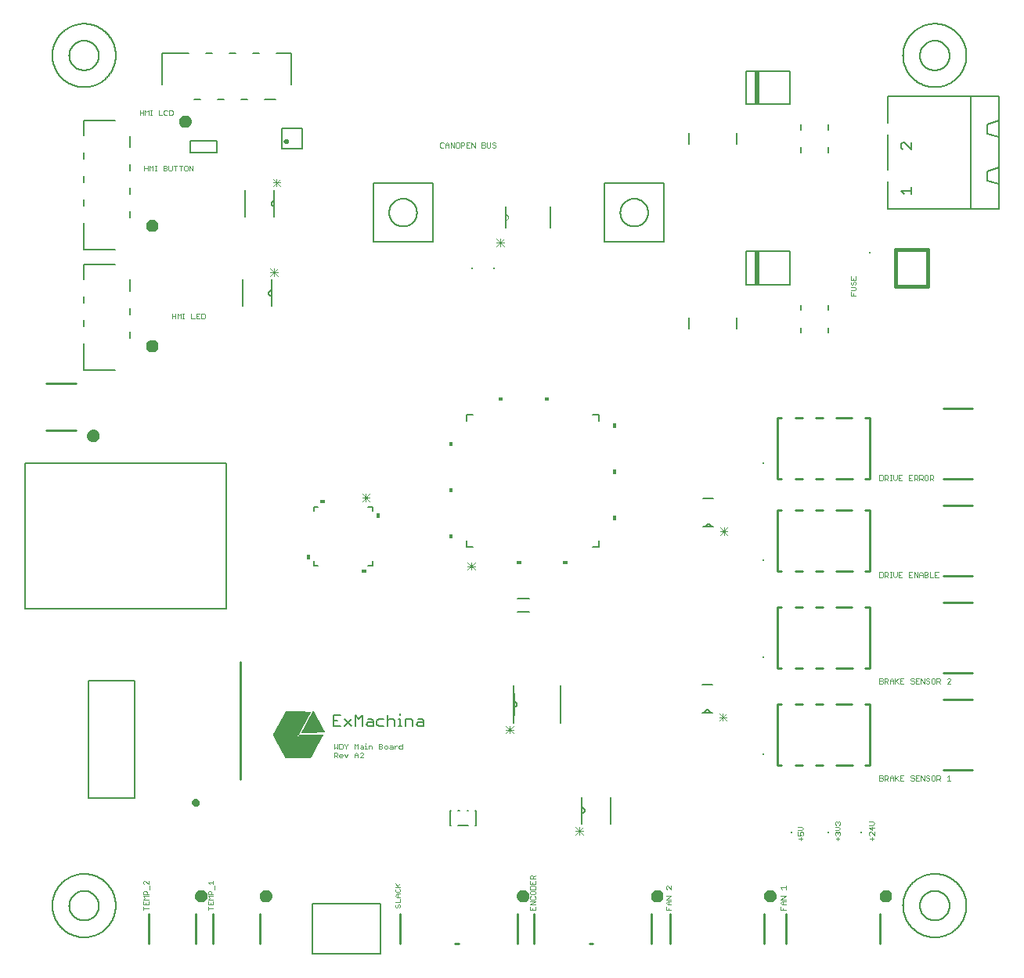
<source format=gto>
G75*
%MOIN*%
%OFA0B0*%
%FSLAX25Y25*%
%IPPOS*%
%LPD*%
%AMOC8*
5,1,8,0,0,1.08239X$1,22.5*
%
%ADD10C,0.00200*%
%ADD11C,0.00004*%
%ADD12C,0.00500*%
%ADD13C,0.01000*%
%ADD14C,0.02500*%
%ADD15R,0.00984X0.00984*%
%ADD16C,0.00600*%
%ADD17C,0.00300*%
%ADD18C,0.01200*%
%ADD19C,0.01600*%
%ADD20C,0.00800*%
%ADD21C,0.00100*%
%ADD22C,0.00000*%
%ADD23R,0.01969X0.14173*%
D10*
X0093786Y0068088D02*
X0093786Y0069556D01*
X0093786Y0068822D02*
X0095988Y0068822D01*
X0095988Y0070298D02*
X0095988Y0071766D01*
X0095988Y0072508D02*
X0093786Y0072508D01*
X0094520Y0073242D01*
X0093786Y0073976D01*
X0095988Y0073976D01*
X0095988Y0074718D02*
X0093786Y0074718D01*
X0093786Y0075819D01*
X0094153Y0076186D01*
X0094887Y0076186D01*
X0095254Y0075819D01*
X0095254Y0074718D01*
X0096355Y0076928D02*
X0096355Y0078396D01*
X0095988Y0079138D02*
X0094520Y0080605D01*
X0094153Y0080605D01*
X0093786Y0080239D01*
X0093786Y0079505D01*
X0094153Y0079138D01*
X0095988Y0079138D02*
X0095988Y0080605D01*
X0093786Y0071766D02*
X0093786Y0070298D01*
X0095988Y0070298D01*
X0094887Y0070298D02*
X0094887Y0071032D01*
X0121345Y0070298D02*
X0123547Y0070298D01*
X0123547Y0071766D01*
X0123547Y0072508D02*
X0121345Y0072508D01*
X0122079Y0073242D01*
X0121345Y0073976D01*
X0123547Y0073976D01*
X0123547Y0074718D02*
X0121345Y0074718D01*
X0121345Y0075819D01*
X0121712Y0076186D01*
X0122446Y0076186D01*
X0122813Y0075819D01*
X0122813Y0074718D01*
X0123914Y0076928D02*
X0123914Y0078396D01*
X0123547Y0079138D02*
X0123547Y0080605D01*
X0123547Y0079872D02*
X0121345Y0079872D01*
X0122079Y0079138D01*
X0121345Y0071766D02*
X0121345Y0070298D01*
X0121345Y0069556D02*
X0121345Y0068088D01*
X0121345Y0068822D02*
X0123547Y0068822D01*
X0122446Y0070298D02*
X0122446Y0071032D01*
X0174928Y0133049D02*
X0174928Y0135251D01*
X0176029Y0135251D01*
X0176396Y0134884D01*
X0176396Y0134150D01*
X0176029Y0133783D01*
X0174928Y0133783D01*
X0175662Y0133783D02*
X0176396Y0133049D01*
X0177138Y0133416D02*
X0177138Y0134150D01*
X0177505Y0134517D01*
X0178239Y0134517D01*
X0178606Y0134150D01*
X0178606Y0133783D01*
X0177138Y0133783D01*
X0177138Y0133416D02*
X0177505Y0133049D01*
X0178239Y0133049D01*
X0179348Y0134517D02*
X0180082Y0133049D01*
X0180816Y0134517D01*
X0180082Y0136649D02*
X0180082Y0137750D01*
X0180816Y0138484D01*
X0180816Y0138851D01*
X0180082Y0137750D02*
X0179348Y0138484D01*
X0179348Y0138851D01*
X0178606Y0138484D02*
X0178239Y0138851D01*
X0177138Y0138851D01*
X0177138Y0136649D01*
X0178239Y0136649D01*
X0178606Y0137016D01*
X0178606Y0138484D01*
X0176396Y0138851D02*
X0176396Y0136649D01*
X0175662Y0137383D01*
X0174928Y0136649D01*
X0174928Y0138851D01*
X0183768Y0138851D02*
X0184502Y0138117D01*
X0185236Y0138851D01*
X0185236Y0136649D01*
X0185978Y0137016D02*
X0186345Y0137383D01*
X0187446Y0137383D01*
X0187446Y0137750D02*
X0187446Y0136649D01*
X0186345Y0136649D01*
X0185978Y0137016D01*
X0186345Y0138117D02*
X0187079Y0138117D01*
X0187446Y0137750D01*
X0188188Y0138117D02*
X0188555Y0138117D01*
X0188555Y0136649D01*
X0188188Y0136649D02*
X0188922Y0136649D01*
X0189661Y0136649D02*
X0189661Y0138117D01*
X0190762Y0138117D01*
X0191129Y0137750D01*
X0191129Y0136649D01*
X0194081Y0136649D02*
X0195182Y0136649D01*
X0195549Y0137016D01*
X0195549Y0137383D01*
X0195182Y0137750D01*
X0194081Y0137750D01*
X0195182Y0137750D02*
X0195549Y0138117D01*
X0195549Y0138484D01*
X0195182Y0138851D01*
X0194081Y0138851D01*
X0194081Y0136649D01*
X0196291Y0137016D02*
X0196657Y0136649D01*
X0197391Y0136649D01*
X0197758Y0137016D01*
X0197758Y0137750D01*
X0197391Y0138117D01*
X0196657Y0138117D01*
X0196291Y0137750D01*
X0196291Y0137016D01*
X0198500Y0137016D02*
X0198867Y0137383D01*
X0199968Y0137383D01*
X0199968Y0137750D02*
X0199968Y0136649D01*
X0198867Y0136649D01*
X0198500Y0137016D01*
X0198867Y0138117D02*
X0199601Y0138117D01*
X0199968Y0137750D01*
X0200710Y0138117D02*
X0200710Y0136649D01*
X0200710Y0137383D02*
X0201444Y0138117D01*
X0201811Y0138117D01*
X0202552Y0137750D02*
X0202919Y0138117D01*
X0204020Y0138117D01*
X0204020Y0138851D02*
X0204020Y0136649D01*
X0202919Y0136649D01*
X0202552Y0137016D01*
X0202552Y0137750D01*
X0188555Y0138851D02*
X0188555Y0139218D01*
X0187079Y0135251D02*
X0186345Y0135251D01*
X0185978Y0134884D01*
X0185236Y0134517D02*
X0185236Y0133049D01*
X0185978Y0133049D02*
X0187446Y0134517D01*
X0187446Y0134884D01*
X0187079Y0135251D01*
X0185236Y0134517D02*
X0184502Y0135251D01*
X0183768Y0134517D01*
X0183768Y0133049D01*
X0183768Y0134150D02*
X0185236Y0134150D01*
X0185978Y0133049D02*
X0187446Y0133049D01*
X0183768Y0136649D02*
X0183768Y0138851D01*
X0201023Y0079396D02*
X0202490Y0077928D01*
X0202123Y0078295D02*
X0203224Y0079396D01*
X0203224Y0077928D02*
X0201023Y0077928D01*
X0201390Y0077186D02*
X0201023Y0076819D01*
X0201023Y0076085D01*
X0201390Y0075718D01*
X0202857Y0075718D01*
X0203224Y0076085D01*
X0203224Y0076819D01*
X0202857Y0077186D01*
X0203224Y0074976D02*
X0201756Y0074976D01*
X0201023Y0074242D01*
X0201756Y0073508D01*
X0203224Y0073508D01*
X0203224Y0072766D02*
X0203224Y0071298D01*
X0201023Y0071298D01*
X0201390Y0070556D02*
X0201023Y0070189D01*
X0201023Y0069455D01*
X0201390Y0069088D01*
X0201756Y0069088D01*
X0202123Y0069455D01*
X0202123Y0070189D01*
X0202490Y0070556D01*
X0202857Y0070556D01*
X0203224Y0070189D01*
X0203224Y0069455D01*
X0202857Y0069088D01*
X0202123Y0073508D02*
X0202123Y0074976D01*
X0258416Y0075085D02*
X0258783Y0074718D01*
X0260251Y0074718D01*
X0260618Y0075085D01*
X0260618Y0075819D01*
X0260251Y0076186D01*
X0258783Y0076186D01*
X0258416Y0075819D01*
X0258416Y0075085D01*
X0258783Y0073976D02*
X0258416Y0073609D01*
X0258416Y0072875D01*
X0258783Y0072508D01*
X0260251Y0072508D01*
X0260618Y0072875D01*
X0260618Y0073609D01*
X0260251Y0073976D01*
X0260618Y0071766D02*
X0258416Y0071766D01*
X0258416Y0070298D02*
X0260618Y0071766D01*
X0260618Y0070298D02*
X0258416Y0070298D01*
X0258416Y0069556D02*
X0258416Y0068088D01*
X0260618Y0068088D01*
X0260618Y0069556D01*
X0259517Y0068822D02*
X0259517Y0068088D01*
X0258416Y0076928D02*
X0258416Y0078029D01*
X0258783Y0078396D01*
X0260251Y0078396D01*
X0260618Y0078029D01*
X0260618Y0076928D01*
X0258416Y0076928D01*
X0258416Y0079138D02*
X0260618Y0079138D01*
X0260618Y0080605D01*
X0260618Y0081347D02*
X0258416Y0081347D01*
X0258416Y0082448D01*
X0258783Y0082815D01*
X0259517Y0082815D01*
X0259884Y0082448D01*
X0259884Y0081347D01*
X0259884Y0082081D02*
X0260618Y0082815D01*
X0258416Y0080605D02*
X0258416Y0079138D01*
X0259517Y0079138D02*
X0259517Y0079872D01*
X0316259Y0078029D02*
X0316259Y0077295D01*
X0316626Y0076928D01*
X0316259Y0078029D02*
X0316626Y0078396D01*
X0316993Y0078396D01*
X0318461Y0076928D01*
X0318461Y0078396D01*
X0318461Y0073976D02*
X0316259Y0073976D01*
X0316259Y0072508D02*
X0318461Y0073976D01*
X0318461Y0072508D02*
X0316259Y0072508D01*
X0316993Y0071766D02*
X0318461Y0071766D01*
X0317360Y0071766D02*
X0317360Y0070298D01*
X0316993Y0070298D02*
X0316259Y0071032D01*
X0316993Y0071766D01*
X0316993Y0070298D02*
X0318461Y0070298D01*
X0317360Y0068822D02*
X0317360Y0068088D01*
X0318461Y0068088D02*
X0316259Y0068088D01*
X0316259Y0069556D01*
X0365046Y0069556D02*
X0365046Y0068088D01*
X0367248Y0068088D01*
X0366147Y0068088D02*
X0366147Y0068822D01*
X0366147Y0070298D02*
X0366147Y0071766D01*
X0365780Y0071766D02*
X0367248Y0071766D01*
X0367248Y0072508D02*
X0365046Y0072508D01*
X0367248Y0073976D01*
X0365046Y0073976D01*
X0365780Y0071766D02*
X0365046Y0071032D01*
X0365780Y0070298D01*
X0367248Y0070298D01*
X0367248Y0076928D02*
X0367248Y0078396D01*
X0367248Y0077662D02*
X0365046Y0077662D01*
X0365780Y0076928D01*
X0373627Y0097616D02*
X0373627Y0099084D01*
X0373627Y0099826D02*
X0373260Y0100560D01*
X0373260Y0100927D01*
X0373627Y0101294D01*
X0374361Y0101294D01*
X0374728Y0100927D01*
X0374728Y0100193D01*
X0374361Y0099826D01*
X0373627Y0099826D02*
X0372526Y0099826D01*
X0372526Y0101294D01*
X0372526Y0102036D02*
X0373994Y0102036D01*
X0374728Y0102769D01*
X0373994Y0103503D01*
X0372526Y0103503D01*
X0372893Y0098350D02*
X0374361Y0098350D01*
X0388275Y0100193D02*
X0388275Y0100927D01*
X0388641Y0101294D01*
X0389008Y0101294D01*
X0389375Y0100927D01*
X0389742Y0101294D01*
X0390109Y0101294D01*
X0390476Y0100927D01*
X0390476Y0100193D01*
X0390109Y0099826D01*
X0389375Y0100560D02*
X0389375Y0100927D01*
X0389742Y0102036D02*
X0390476Y0102769D01*
X0389742Y0103503D01*
X0388275Y0103503D01*
X0388641Y0104245D02*
X0388275Y0104612D01*
X0388275Y0105346D01*
X0388641Y0105713D01*
X0389008Y0105713D01*
X0389375Y0105346D01*
X0389742Y0105713D01*
X0390109Y0105713D01*
X0390476Y0105346D01*
X0390476Y0104612D01*
X0390109Y0104245D01*
X0389375Y0104979D02*
X0389375Y0105346D01*
X0389742Y0102036D02*
X0388275Y0102036D01*
X0388275Y0100193D02*
X0388641Y0099826D01*
X0389375Y0099084D02*
X0389375Y0097616D01*
X0388641Y0098350D02*
X0390109Y0098350D01*
X0402841Y0100193D02*
X0403208Y0099826D01*
X0402841Y0100193D02*
X0402841Y0100927D01*
X0403208Y0101294D01*
X0403575Y0101294D01*
X0405043Y0099826D01*
X0405043Y0101294D01*
X0403942Y0102036D02*
X0403942Y0103503D01*
X0404309Y0104245D02*
X0405043Y0104979D01*
X0404309Y0105713D01*
X0402841Y0105713D01*
X0402841Y0104245D02*
X0404309Y0104245D01*
X0405043Y0103136D02*
X0402841Y0103136D01*
X0403942Y0102036D01*
X0403942Y0099084D02*
X0403942Y0097616D01*
X0403208Y0098350D02*
X0404676Y0098350D01*
X0407212Y0123206D02*
X0408313Y0123206D01*
X0408680Y0123573D01*
X0408680Y0123940D01*
X0408313Y0124307D01*
X0407212Y0124307D01*
X0407212Y0123206D02*
X0407212Y0125408D01*
X0408313Y0125408D01*
X0408680Y0125041D01*
X0408680Y0124674D01*
X0408313Y0124307D01*
X0409422Y0123940D02*
X0410523Y0123940D01*
X0410890Y0124307D01*
X0410890Y0125041D01*
X0410523Y0125408D01*
X0409422Y0125408D01*
X0409422Y0123206D01*
X0410156Y0123940D02*
X0410890Y0123206D01*
X0411632Y0123206D02*
X0411632Y0124674D01*
X0412366Y0125408D01*
X0413099Y0124674D01*
X0413099Y0123206D01*
X0413841Y0123206D02*
X0413841Y0125408D01*
X0414208Y0124307D02*
X0415309Y0123206D01*
X0416051Y0123206D02*
X0417519Y0123206D01*
X0416785Y0124307D02*
X0416051Y0124307D01*
X0416051Y0125408D02*
X0416051Y0123206D01*
X0416051Y0125408D02*
X0417519Y0125408D01*
X0415309Y0125408D02*
X0413841Y0123940D01*
X0413099Y0124307D02*
X0411632Y0124307D01*
X0420471Y0124674D02*
X0420838Y0124307D01*
X0421572Y0124307D01*
X0421939Y0123940D01*
X0421939Y0123573D01*
X0421572Y0123206D01*
X0420838Y0123206D01*
X0420471Y0123573D01*
X0420471Y0124674D02*
X0420471Y0125041D01*
X0420838Y0125408D01*
X0421572Y0125408D01*
X0421939Y0125041D01*
X0422681Y0125408D02*
X0422681Y0123206D01*
X0424149Y0123206D01*
X0424891Y0123206D02*
X0424891Y0125408D01*
X0426359Y0123206D01*
X0426359Y0125408D01*
X0427101Y0125041D02*
X0427101Y0124674D01*
X0427468Y0124307D01*
X0428202Y0124307D01*
X0428569Y0123940D01*
X0428569Y0123573D01*
X0428202Y0123206D01*
X0427468Y0123206D01*
X0427101Y0123573D01*
X0427101Y0125041D02*
X0427468Y0125408D01*
X0428202Y0125408D01*
X0428569Y0125041D01*
X0429311Y0125041D02*
X0429311Y0123573D01*
X0429678Y0123206D01*
X0430412Y0123206D01*
X0430779Y0123573D01*
X0430779Y0125041D01*
X0430412Y0125408D01*
X0429678Y0125408D01*
X0429311Y0125041D01*
X0431520Y0125408D02*
X0432621Y0125408D01*
X0432988Y0125041D01*
X0432988Y0124307D01*
X0432621Y0123940D01*
X0431520Y0123940D01*
X0431520Y0123206D02*
X0431520Y0125408D01*
X0432254Y0123940D02*
X0432988Y0123206D01*
X0435940Y0123206D02*
X0437408Y0123206D01*
X0436674Y0123206D02*
X0436674Y0125408D01*
X0435940Y0124674D01*
X0424149Y0125408D02*
X0422681Y0125408D01*
X0422681Y0124307D02*
X0423415Y0124307D01*
X0422681Y0164545D02*
X0424149Y0164545D01*
X0424891Y0164545D02*
X0424891Y0166747D01*
X0426359Y0164545D01*
X0426359Y0166747D01*
X0427101Y0166380D02*
X0427101Y0166013D01*
X0427468Y0165646D01*
X0428202Y0165646D01*
X0428569Y0165279D01*
X0428569Y0164912D01*
X0428202Y0164545D01*
X0427468Y0164545D01*
X0427101Y0164912D01*
X0427101Y0166380D02*
X0427468Y0166747D01*
X0428202Y0166747D01*
X0428569Y0166380D01*
X0429311Y0166380D02*
X0429311Y0164912D01*
X0429678Y0164545D01*
X0430412Y0164545D01*
X0430779Y0164912D01*
X0430779Y0166380D01*
X0430412Y0166747D01*
X0429678Y0166747D01*
X0429311Y0166380D01*
X0431520Y0166747D02*
X0432621Y0166747D01*
X0432988Y0166380D01*
X0432988Y0165646D01*
X0432621Y0165279D01*
X0431520Y0165279D01*
X0431520Y0164545D02*
X0431520Y0166747D01*
X0432254Y0165279D02*
X0432988Y0164545D01*
X0435940Y0164545D02*
X0437408Y0166013D01*
X0437408Y0166380D01*
X0437041Y0166747D01*
X0436307Y0166747D01*
X0435940Y0166380D01*
X0435940Y0164545D02*
X0437408Y0164545D01*
X0424149Y0166747D02*
X0422681Y0166747D01*
X0422681Y0164545D01*
X0421939Y0164912D02*
X0421572Y0164545D01*
X0420838Y0164545D01*
X0420471Y0164912D01*
X0420838Y0165646D02*
X0421572Y0165646D01*
X0421939Y0165279D01*
X0421939Y0164912D01*
X0422681Y0165646D02*
X0423415Y0165646D01*
X0421939Y0166380D02*
X0421572Y0166747D01*
X0420838Y0166747D01*
X0420471Y0166380D01*
X0420471Y0166013D01*
X0420838Y0165646D01*
X0417519Y0166747D02*
X0416051Y0166747D01*
X0416051Y0164545D01*
X0417519Y0164545D01*
X0416785Y0165646D02*
X0416051Y0165646D01*
X0415309Y0166747D02*
X0413841Y0165279D01*
X0414208Y0165646D02*
X0415309Y0164545D01*
X0413841Y0164545D02*
X0413841Y0166747D01*
X0413099Y0166013D02*
X0413099Y0164545D01*
X0413099Y0165646D02*
X0411632Y0165646D01*
X0411632Y0166013D02*
X0411632Y0164545D01*
X0410890Y0164545D02*
X0410156Y0165279D01*
X0410523Y0165279D02*
X0409422Y0165279D01*
X0409422Y0164545D02*
X0409422Y0166747D01*
X0410523Y0166747D01*
X0410890Y0166380D01*
X0410890Y0165646D01*
X0410523Y0165279D01*
X0411632Y0166013D02*
X0412366Y0166747D01*
X0413099Y0166013D01*
X0408680Y0166013D02*
X0408313Y0165646D01*
X0407212Y0165646D01*
X0408313Y0165646D02*
X0408680Y0165279D01*
X0408680Y0164912D01*
X0408313Y0164545D01*
X0407212Y0164545D01*
X0407212Y0166747D01*
X0408313Y0166747D01*
X0408680Y0166380D01*
X0408680Y0166013D01*
X0408313Y0209820D02*
X0408680Y0210187D01*
X0408680Y0211655D01*
X0408313Y0212022D01*
X0407212Y0212022D01*
X0407212Y0209820D01*
X0408313Y0209820D01*
X0409422Y0209820D02*
X0409422Y0212022D01*
X0410523Y0212022D01*
X0410890Y0211655D01*
X0410890Y0210921D01*
X0410523Y0210554D01*
X0409422Y0210554D01*
X0410156Y0210554D02*
X0410890Y0209820D01*
X0411632Y0209820D02*
X0412366Y0209820D01*
X0411999Y0209820D02*
X0411999Y0212022D01*
X0411632Y0212022D02*
X0412366Y0212022D01*
X0413105Y0212022D02*
X0413105Y0210554D01*
X0413839Y0209820D01*
X0414573Y0210554D01*
X0414573Y0212022D01*
X0415315Y0212022D02*
X0415315Y0209820D01*
X0416783Y0209820D01*
X0416049Y0210921D02*
X0415315Y0210921D01*
X0415315Y0212022D02*
X0416783Y0212022D01*
X0419734Y0212022D02*
X0419734Y0209820D01*
X0421202Y0209820D01*
X0421944Y0209820D02*
X0421944Y0212022D01*
X0423412Y0209820D01*
X0423412Y0212022D01*
X0424154Y0211288D02*
X0424888Y0212022D01*
X0425622Y0211288D01*
X0425622Y0209820D01*
X0426364Y0209820D02*
X0427465Y0209820D01*
X0427832Y0210187D01*
X0427832Y0210554D01*
X0427465Y0210921D01*
X0426364Y0210921D01*
X0425622Y0210921D02*
X0424154Y0210921D01*
X0424154Y0211288D02*
X0424154Y0209820D01*
X0426364Y0209820D02*
X0426364Y0212022D01*
X0427465Y0212022D01*
X0427832Y0211655D01*
X0427832Y0211288D01*
X0427465Y0210921D01*
X0428574Y0209820D02*
X0430042Y0209820D01*
X0430784Y0209820D02*
X0432252Y0209820D01*
X0431518Y0210921D02*
X0430784Y0210921D01*
X0430784Y0212022D02*
X0430784Y0209820D01*
X0430784Y0212022D02*
X0432252Y0212022D01*
X0428574Y0212022D02*
X0428574Y0209820D01*
X0421202Y0212022D02*
X0419734Y0212022D01*
X0419734Y0210921D02*
X0420468Y0210921D01*
X0419734Y0251159D02*
X0421202Y0251159D01*
X0421944Y0251159D02*
X0421944Y0253361D01*
X0423045Y0253361D01*
X0423412Y0252994D01*
X0423412Y0252260D01*
X0423045Y0251893D01*
X0421944Y0251893D01*
X0422678Y0251893D02*
X0423412Y0251159D01*
X0424154Y0251159D02*
X0424154Y0253361D01*
X0425255Y0253361D01*
X0425622Y0252994D01*
X0425622Y0252260D01*
X0425255Y0251893D01*
X0424154Y0251893D01*
X0424888Y0251893D02*
X0425622Y0251159D01*
X0426364Y0251526D02*
X0426731Y0251159D01*
X0427465Y0251159D01*
X0427832Y0251526D01*
X0427832Y0252994D01*
X0427465Y0253361D01*
X0426731Y0253361D01*
X0426364Y0252994D01*
X0426364Y0251526D01*
X0428574Y0251159D02*
X0428574Y0253361D01*
X0429675Y0253361D01*
X0430042Y0252994D01*
X0430042Y0252260D01*
X0429675Y0251893D01*
X0428574Y0251893D01*
X0429308Y0251893D02*
X0430042Y0251159D01*
X0421202Y0253361D02*
X0419734Y0253361D01*
X0419734Y0251159D01*
X0419734Y0252260D02*
X0420468Y0252260D01*
X0416783Y0253361D02*
X0415315Y0253361D01*
X0415315Y0251159D01*
X0416783Y0251159D01*
X0416049Y0252260D02*
X0415315Y0252260D01*
X0414573Y0251893D02*
X0413839Y0251159D01*
X0413105Y0251893D01*
X0413105Y0253361D01*
X0412366Y0253361D02*
X0411632Y0253361D01*
X0411999Y0253361D02*
X0411999Y0251159D01*
X0411632Y0251159D02*
X0412366Y0251159D01*
X0410890Y0251159D02*
X0410156Y0251893D01*
X0410523Y0251893D02*
X0409422Y0251893D01*
X0409422Y0251159D02*
X0409422Y0253361D01*
X0410523Y0253361D01*
X0410890Y0252994D01*
X0410890Y0252260D01*
X0410523Y0251893D01*
X0408680Y0251526D02*
X0408313Y0251159D01*
X0407212Y0251159D01*
X0407212Y0253361D01*
X0408313Y0253361D01*
X0408680Y0252994D01*
X0408680Y0251526D01*
X0414573Y0251893D02*
X0414573Y0253361D01*
X0397169Y0329899D02*
X0394967Y0329899D01*
X0394967Y0331367D01*
X0394967Y0332109D02*
X0396802Y0332109D01*
X0397169Y0332476D01*
X0397169Y0333210D01*
X0396802Y0333577D01*
X0394967Y0333577D01*
X0395334Y0334319D02*
X0395701Y0334319D01*
X0396068Y0334686D01*
X0396068Y0335420D01*
X0396435Y0335787D01*
X0396802Y0335787D01*
X0397169Y0335420D01*
X0397169Y0334686D01*
X0396802Y0334319D01*
X0395334Y0334319D02*
X0394967Y0334686D01*
X0394967Y0335420D01*
X0395334Y0335787D01*
X0394967Y0336529D02*
X0397169Y0336529D01*
X0397169Y0337997D01*
X0396068Y0337263D02*
X0396068Y0336529D01*
X0394967Y0336529D02*
X0394967Y0337997D01*
X0396068Y0330633D02*
X0396068Y0329899D01*
X0243771Y0393258D02*
X0243404Y0392891D01*
X0242670Y0392891D01*
X0242303Y0393258D01*
X0241561Y0393258D02*
X0241561Y0395093D01*
X0242303Y0394726D02*
X0242303Y0394359D01*
X0242670Y0393992D01*
X0243404Y0393992D01*
X0243771Y0393625D01*
X0243771Y0393258D01*
X0243771Y0394726D02*
X0243404Y0395093D01*
X0242670Y0395093D01*
X0242303Y0394726D01*
X0241561Y0393258D02*
X0241194Y0392891D01*
X0240460Y0392891D01*
X0240093Y0393258D01*
X0240093Y0395093D01*
X0239351Y0394726D02*
X0239351Y0394359D01*
X0238984Y0393992D01*
X0237883Y0393992D01*
X0237883Y0392891D02*
X0238984Y0392891D01*
X0239351Y0393258D01*
X0239351Y0393625D01*
X0238984Y0393992D01*
X0239351Y0394726D02*
X0238984Y0395093D01*
X0237883Y0395093D01*
X0237883Y0392891D01*
X0234931Y0392891D02*
X0234931Y0395093D01*
X0233463Y0395093D02*
X0234931Y0392891D01*
X0233463Y0392891D02*
X0233463Y0395093D01*
X0232721Y0395093D02*
X0231253Y0395093D01*
X0231253Y0392891D01*
X0232721Y0392891D01*
X0231987Y0393992D02*
X0231253Y0393992D01*
X0230511Y0393992D02*
X0230144Y0393625D01*
X0229043Y0393625D01*
X0229043Y0392891D02*
X0229043Y0395093D01*
X0230144Y0395093D01*
X0230511Y0394726D01*
X0230511Y0393992D01*
X0228301Y0393258D02*
X0228301Y0394726D01*
X0227935Y0395093D01*
X0227201Y0395093D01*
X0226834Y0394726D01*
X0226834Y0393258D01*
X0227201Y0392891D01*
X0227935Y0392891D01*
X0228301Y0393258D01*
X0226092Y0392891D02*
X0226092Y0395093D01*
X0224624Y0395093D02*
X0226092Y0392891D01*
X0224624Y0392891D02*
X0224624Y0395093D01*
X0223882Y0394359D02*
X0223882Y0392891D01*
X0223882Y0393992D02*
X0222414Y0393992D01*
X0222414Y0394359D02*
X0223148Y0395093D01*
X0223882Y0394359D01*
X0222414Y0394359D02*
X0222414Y0392891D01*
X0221672Y0393258D02*
X0221305Y0392891D01*
X0220571Y0392891D01*
X0220204Y0393258D01*
X0220204Y0394726D01*
X0220571Y0395093D01*
X0221305Y0395093D01*
X0221672Y0394726D01*
X0114840Y0385251D02*
X0114840Y0383049D01*
X0113372Y0385251D01*
X0113372Y0383049D01*
X0112630Y0383416D02*
X0112630Y0384884D01*
X0112263Y0385251D01*
X0111529Y0385251D01*
X0111162Y0384884D01*
X0111162Y0383416D01*
X0111529Y0383049D01*
X0112263Y0383049D01*
X0112630Y0383416D01*
X0110420Y0385251D02*
X0108952Y0385251D01*
X0109686Y0385251D02*
X0109686Y0383049D01*
X0107476Y0383049D02*
X0107476Y0385251D01*
X0106742Y0385251D02*
X0108210Y0385251D01*
X0106000Y0385251D02*
X0106000Y0383416D01*
X0105633Y0383049D01*
X0104899Y0383049D01*
X0104532Y0383416D01*
X0104532Y0385251D01*
X0103790Y0384884D02*
X0103790Y0384517D01*
X0103424Y0384150D01*
X0102323Y0384150D01*
X0103424Y0384150D02*
X0103790Y0383783D01*
X0103790Y0383416D01*
X0103424Y0383049D01*
X0102323Y0383049D01*
X0102323Y0385251D01*
X0103424Y0385251D01*
X0103790Y0384884D01*
X0099373Y0385251D02*
X0098639Y0385251D01*
X0099006Y0385251D02*
X0099006Y0383049D01*
X0098639Y0383049D02*
X0099373Y0383049D01*
X0097897Y0383049D02*
X0097897Y0385251D01*
X0097164Y0384517D01*
X0096430Y0385251D01*
X0096430Y0383049D01*
X0095688Y0383049D02*
X0095688Y0385251D01*
X0095688Y0384150D02*
X0094220Y0384150D01*
X0094220Y0383049D02*
X0094220Y0385251D01*
X0094461Y0406671D02*
X0094461Y0408873D01*
X0095195Y0408139D01*
X0095929Y0408873D01*
X0095929Y0406671D01*
X0096671Y0406671D02*
X0097405Y0406671D01*
X0097038Y0406671D02*
X0097038Y0408873D01*
X0096671Y0408873D02*
X0097405Y0408873D01*
X0100354Y0408873D02*
X0100354Y0406671D01*
X0101822Y0406671D01*
X0102564Y0407038D02*
X0102564Y0408506D01*
X0102931Y0408873D01*
X0103665Y0408873D01*
X0104032Y0408506D01*
X0104774Y0408873D02*
X0105875Y0408873D01*
X0106242Y0408506D01*
X0106242Y0407038D01*
X0105875Y0406671D01*
X0104774Y0406671D01*
X0104774Y0408873D01*
X0104032Y0407038D02*
X0103665Y0406671D01*
X0102931Y0406671D01*
X0102564Y0407038D01*
X0093719Y0406671D02*
X0093719Y0408873D01*
X0093719Y0407772D02*
X0092251Y0407772D01*
X0092251Y0406671D02*
X0092251Y0408873D01*
X0106031Y0322259D02*
X0106031Y0320057D01*
X0106031Y0321158D02*
X0107499Y0321158D01*
X0107499Y0322259D02*
X0107499Y0320057D01*
X0108241Y0320057D02*
X0108241Y0322259D01*
X0108975Y0321525D01*
X0109709Y0322259D01*
X0109709Y0320057D01*
X0110450Y0320057D02*
X0111184Y0320057D01*
X0110817Y0320057D02*
X0110817Y0322259D01*
X0110450Y0322259D02*
X0111184Y0322259D01*
X0114134Y0322259D02*
X0114134Y0320057D01*
X0115602Y0320057D01*
X0116343Y0320057D02*
X0117811Y0320057D01*
X0118553Y0320057D02*
X0119654Y0320057D01*
X0120021Y0320424D01*
X0120021Y0321892D01*
X0119654Y0322259D01*
X0118553Y0322259D01*
X0118553Y0320057D01*
X0117077Y0321158D02*
X0116343Y0321158D01*
X0116343Y0322259D02*
X0116343Y0320057D01*
X0116343Y0322259D02*
X0117811Y0322259D01*
D11*
X0154443Y0152642D02*
X0159023Y0143012D01*
X0151393Y0142882D01*
X0159033Y0142422D01*
X0149163Y0142422D01*
X0149164Y0142419D02*
X0159032Y0142419D01*
X0159031Y0142417D02*
X0149165Y0142417D01*
X0149167Y0142415D02*
X0159030Y0142415D01*
X0159029Y0142412D02*
X0149168Y0142412D01*
X0149169Y0142410D02*
X0159028Y0142410D01*
X0159027Y0142407D02*
X0149171Y0142407D01*
X0149172Y0142405D02*
X0159026Y0142405D01*
X0159025Y0142402D02*
X0149173Y0142402D01*
X0149175Y0142400D02*
X0159024Y0142400D01*
X0159023Y0142397D02*
X0149176Y0142397D01*
X0149177Y0142395D02*
X0159021Y0142395D01*
X0159020Y0142392D02*
X0149179Y0142392D01*
X0149180Y0142390D02*
X0159019Y0142390D01*
X0159018Y0142388D02*
X0149181Y0142388D01*
X0149183Y0142385D02*
X0159017Y0142385D01*
X0159016Y0142383D02*
X0149184Y0142383D01*
X0149185Y0142380D02*
X0159015Y0142380D01*
X0159014Y0142378D02*
X0149187Y0142378D01*
X0149188Y0142375D02*
X0159013Y0142375D01*
X0159012Y0142373D02*
X0149189Y0142373D01*
X0149191Y0142370D02*
X0159011Y0142370D01*
X0159010Y0142368D02*
X0149192Y0142368D01*
X0149193Y0142366D02*
X0159008Y0142366D01*
X0159007Y0142363D02*
X0149195Y0142363D01*
X0149196Y0142361D02*
X0159006Y0142361D01*
X0159005Y0142358D02*
X0149197Y0142358D01*
X0149199Y0142356D02*
X0159004Y0142356D01*
X0159003Y0142353D02*
X0149200Y0142353D01*
X0149201Y0142351D02*
X0159002Y0142351D01*
X0159001Y0142348D02*
X0149203Y0142348D01*
X0149204Y0142346D02*
X0159000Y0142346D01*
X0158999Y0142344D02*
X0149205Y0142344D01*
X0149207Y0142341D02*
X0158998Y0142341D01*
X0158997Y0142339D02*
X0149208Y0142339D01*
X0149209Y0142336D02*
X0158995Y0142336D01*
X0158994Y0142334D02*
X0149211Y0142334D01*
X0149212Y0142331D02*
X0158993Y0142331D01*
X0158992Y0142329D02*
X0149214Y0142329D01*
X0149215Y0142326D02*
X0158991Y0142326D01*
X0158990Y0142324D02*
X0149216Y0142324D01*
X0149218Y0142321D02*
X0158989Y0142321D01*
X0158988Y0142319D02*
X0149219Y0142319D01*
X0149220Y0142317D02*
X0158987Y0142317D01*
X0158986Y0142314D02*
X0149222Y0142314D01*
X0149223Y0142312D02*
X0158985Y0142312D01*
X0158984Y0142309D02*
X0149224Y0142309D01*
X0149226Y0142307D02*
X0158983Y0142307D01*
X0158981Y0142304D02*
X0149227Y0142304D01*
X0149228Y0142302D02*
X0158980Y0142302D01*
X0158979Y0142299D02*
X0149230Y0142299D01*
X0149231Y0142297D02*
X0158978Y0142297D01*
X0158977Y0142295D02*
X0149232Y0142295D01*
X0149234Y0142292D02*
X0158976Y0142292D01*
X0158975Y0142290D02*
X0149235Y0142290D01*
X0149236Y0142287D02*
X0158974Y0142287D01*
X0158973Y0142285D02*
X0149238Y0142285D01*
X0149239Y0142282D02*
X0158972Y0142282D01*
X0158971Y0142280D02*
X0149240Y0142280D01*
X0149242Y0142277D02*
X0158970Y0142277D01*
X0158968Y0142275D02*
X0149243Y0142275D01*
X0149244Y0142273D02*
X0158967Y0142273D01*
X0158966Y0142270D02*
X0149246Y0142270D01*
X0149247Y0142268D02*
X0158965Y0142268D01*
X0158964Y0142265D02*
X0149248Y0142265D01*
X0149250Y0142263D02*
X0158963Y0142263D01*
X0158962Y0142260D02*
X0149251Y0142260D01*
X0149252Y0142258D02*
X0158961Y0142258D01*
X0158960Y0142255D02*
X0149254Y0142255D01*
X0149255Y0142253D02*
X0158959Y0142253D01*
X0158958Y0142250D02*
X0149256Y0142250D01*
X0149258Y0142248D02*
X0158957Y0142248D01*
X0158955Y0142246D02*
X0149259Y0142246D01*
X0149260Y0142243D02*
X0158954Y0142243D01*
X0158953Y0142241D02*
X0149262Y0142241D01*
X0149263Y0142238D02*
X0158952Y0142238D01*
X0158951Y0142236D02*
X0149264Y0142236D01*
X0149266Y0142233D02*
X0158950Y0142233D01*
X0158949Y0142231D02*
X0149267Y0142231D01*
X0149269Y0142228D02*
X0158948Y0142228D01*
X0158947Y0142226D02*
X0149270Y0142226D01*
X0149271Y0142224D02*
X0158946Y0142224D01*
X0158945Y0142221D02*
X0149273Y0142221D01*
X0149274Y0142219D02*
X0158944Y0142219D01*
X0158943Y0142216D02*
X0149275Y0142216D01*
X0149277Y0142214D02*
X0158941Y0142214D01*
X0158940Y0142211D02*
X0149278Y0142211D01*
X0149279Y0142209D02*
X0158939Y0142209D01*
X0158938Y0142206D02*
X0149281Y0142206D01*
X0149282Y0142204D02*
X0158937Y0142204D01*
X0158936Y0142202D02*
X0149283Y0142202D01*
X0149285Y0142199D02*
X0158935Y0142199D01*
X0158934Y0142197D02*
X0149286Y0142197D01*
X0149287Y0142194D02*
X0158933Y0142194D01*
X0158932Y0142192D02*
X0149289Y0142192D01*
X0149290Y0142189D02*
X0158931Y0142189D01*
X0158930Y0142187D02*
X0149291Y0142187D01*
X0149293Y0142184D02*
X0158928Y0142184D01*
X0158927Y0142182D02*
X0149294Y0142182D01*
X0149295Y0142179D02*
X0158926Y0142179D01*
X0158925Y0142177D02*
X0149297Y0142177D01*
X0149298Y0142175D02*
X0158924Y0142175D01*
X0158923Y0142172D02*
X0149299Y0142172D01*
X0149301Y0142170D02*
X0158922Y0142170D01*
X0158921Y0142167D02*
X0149302Y0142167D01*
X0149303Y0142165D02*
X0158920Y0142165D01*
X0158919Y0142162D02*
X0149305Y0142162D01*
X0149306Y0142160D02*
X0158918Y0142160D01*
X0158917Y0142157D02*
X0149307Y0142157D01*
X0149309Y0142155D02*
X0158915Y0142155D01*
X0158914Y0142153D02*
X0149310Y0142153D01*
X0149311Y0142150D02*
X0158913Y0142150D01*
X0158912Y0142148D02*
X0149313Y0142148D01*
X0149314Y0142145D02*
X0158911Y0142145D01*
X0158910Y0142143D02*
X0149315Y0142143D01*
X0149317Y0142140D02*
X0158909Y0142140D01*
X0158908Y0142138D02*
X0149318Y0142138D01*
X0149319Y0142135D02*
X0158907Y0142135D01*
X0158906Y0142133D02*
X0149321Y0142133D01*
X0149322Y0142131D02*
X0158905Y0142131D01*
X0158904Y0142128D02*
X0149323Y0142128D01*
X0149325Y0142126D02*
X0158902Y0142126D01*
X0158901Y0142123D02*
X0149326Y0142123D01*
X0149328Y0142121D02*
X0158900Y0142121D01*
X0158899Y0142118D02*
X0149329Y0142118D01*
X0149330Y0142116D02*
X0158898Y0142116D01*
X0158897Y0142113D02*
X0149332Y0142113D01*
X0149333Y0142111D02*
X0158896Y0142111D01*
X0158895Y0142108D02*
X0149334Y0142108D01*
X0149336Y0142106D02*
X0158894Y0142106D01*
X0158893Y0142104D02*
X0149337Y0142104D01*
X0149338Y0142101D02*
X0158892Y0142101D01*
X0158891Y0142099D02*
X0149340Y0142099D01*
X0149341Y0142096D02*
X0158890Y0142096D01*
X0158888Y0142094D02*
X0149342Y0142094D01*
X0149344Y0142091D02*
X0158887Y0142091D01*
X0158886Y0142089D02*
X0149345Y0142089D01*
X0149346Y0142086D02*
X0158885Y0142086D01*
X0158884Y0142084D02*
X0149348Y0142084D01*
X0149349Y0142082D02*
X0158883Y0142082D01*
X0158882Y0142079D02*
X0149350Y0142079D01*
X0149352Y0142077D02*
X0158881Y0142077D01*
X0158880Y0142074D02*
X0149353Y0142074D01*
X0149354Y0142072D02*
X0158879Y0142072D01*
X0158878Y0142069D02*
X0149356Y0142069D01*
X0149357Y0142067D02*
X0158877Y0142067D01*
X0158875Y0142064D02*
X0149358Y0142064D01*
X0149360Y0142062D02*
X0158874Y0142062D01*
X0158873Y0142060D02*
X0149361Y0142060D01*
X0149362Y0142057D02*
X0158872Y0142057D01*
X0158871Y0142055D02*
X0149364Y0142055D01*
X0149365Y0142052D02*
X0158870Y0142052D01*
X0158869Y0142050D02*
X0149366Y0142050D01*
X0149368Y0142047D02*
X0158868Y0142047D01*
X0158867Y0142045D02*
X0149369Y0142045D01*
X0149370Y0142042D02*
X0158866Y0142042D01*
X0158865Y0142040D02*
X0149372Y0142040D01*
X0149373Y0142037D02*
X0158864Y0142037D01*
X0158862Y0142035D02*
X0149374Y0142035D01*
X0149376Y0142033D02*
X0158861Y0142033D01*
X0158860Y0142030D02*
X0149377Y0142030D01*
X0149378Y0142028D02*
X0158859Y0142028D01*
X0158858Y0142025D02*
X0149380Y0142025D01*
X0149381Y0142023D02*
X0158857Y0142023D01*
X0158856Y0142020D02*
X0149383Y0142020D01*
X0149384Y0142018D02*
X0158855Y0142018D01*
X0158854Y0142015D02*
X0149385Y0142015D01*
X0149387Y0142013D02*
X0158853Y0142013D01*
X0158852Y0142011D02*
X0149388Y0142011D01*
X0149389Y0142008D02*
X0158851Y0142008D01*
X0158849Y0142006D02*
X0149391Y0142006D01*
X0149392Y0142003D02*
X0158848Y0142003D01*
X0158847Y0142001D02*
X0149393Y0142001D01*
X0149395Y0141998D02*
X0158846Y0141998D01*
X0158845Y0141996D02*
X0149396Y0141996D01*
X0149397Y0141993D02*
X0158844Y0141993D01*
X0158843Y0141991D02*
X0149399Y0141991D01*
X0149400Y0141989D02*
X0158842Y0141989D01*
X0158841Y0141986D02*
X0149401Y0141986D01*
X0149403Y0141984D02*
X0158840Y0141984D01*
X0158839Y0141981D02*
X0149404Y0141981D01*
X0149405Y0141979D02*
X0158838Y0141979D01*
X0158837Y0141976D02*
X0149407Y0141976D01*
X0149408Y0141974D02*
X0158835Y0141974D01*
X0158834Y0141971D02*
X0149409Y0141971D01*
X0149411Y0141969D02*
X0158833Y0141969D01*
X0158832Y0141966D02*
X0149412Y0141966D01*
X0149413Y0141964D02*
X0158831Y0141964D01*
X0158830Y0141962D02*
X0149415Y0141962D01*
X0149416Y0141959D02*
X0158829Y0141959D01*
X0158828Y0141957D02*
X0149417Y0141957D01*
X0149419Y0141954D02*
X0158827Y0141954D01*
X0158826Y0141952D02*
X0149420Y0141952D01*
X0149421Y0141949D02*
X0158825Y0141949D01*
X0158824Y0141947D02*
X0149423Y0141947D01*
X0149424Y0141944D02*
X0158822Y0141944D01*
X0158821Y0141942D02*
X0149425Y0141942D01*
X0149427Y0141940D02*
X0158820Y0141940D01*
X0158819Y0141937D02*
X0149428Y0141937D01*
X0149429Y0141935D02*
X0158818Y0141935D01*
X0158817Y0141932D02*
X0149431Y0141932D01*
X0149432Y0141930D02*
X0158816Y0141930D01*
X0158815Y0141927D02*
X0149433Y0141927D01*
X0149435Y0141925D02*
X0158814Y0141925D01*
X0158813Y0141922D02*
X0149436Y0141922D01*
X0149438Y0141920D02*
X0158812Y0141920D01*
X0158811Y0141918D02*
X0149439Y0141918D01*
X0149440Y0141915D02*
X0158809Y0141915D01*
X0158808Y0141913D02*
X0149442Y0141913D01*
X0149443Y0141910D02*
X0158807Y0141910D01*
X0158806Y0141908D02*
X0149444Y0141908D01*
X0149446Y0141905D02*
X0158805Y0141905D01*
X0158804Y0141903D02*
X0149447Y0141903D01*
X0149448Y0141900D02*
X0158803Y0141900D01*
X0158802Y0141898D02*
X0149450Y0141898D01*
X0149451Y0141895D02*
X0158801Y0141895D01*
X0158800Y0141893D02*
X0149452Y0141893D01*
X0149454Y0141891D02*
X0158799Y0141891D01*
X0158798Y0141888D02*
X0149455Y0141888D01*
X0149456Y0141886D02*
X0158797Y0141886D01*
X0158795Y0141883D02*
X0149458Y0141883D01*
X0149459Y0141881D02*
X0158794Y0141881D01*
X0158793Y0141878D02*
X0149460Y0141878D01*
X0149462Y0141876D02*
X0158792Y0141876D01*
X0158791Y0141873D02*
X0149463Y0141873D01*
X0149464Y0141871D02*
X0158790Y0141871D01*
X0158789Y0141869D02*
X0149466Y0141869D01*
X0149467Y0141866D02*
X0158788Y0141866D01*
X0158787Y0141864D02*
X0149468Y0141864D01*
X0149470Y0141861D02*
X0158786Y0141861D01*
X0158785Y0141859D02*
X0149471Y0141859D01*
X0149472Y0141856D02*
X0158784Y0141856D01*
X0158782Y0141854D02*
X0149474Y0141854D01*
X0149475Y0141851D02*
X0158781Y0141851D01*
X0158780Y0141849D02*
X0149476Y0141849D01*
X0149478Y0141847D02*
X0158779Y0141847D01*
X0158778Y0141844D02*
X0149479Y0141844D01*
X0149480Y0141842D02*
X0158777Y0141842D01*
X0158776Y0141839D02*
X0149482Y0141839D01*
X0149483Y0141837D02*
X0158775Y0141837D01*
X0158774Y0141834D02*
X0149484Y0141834D01*
X0149486Y0141832D02*
X0158773Y0141832D01*
X0158772Y0141829D02*
X0149487Y0141829D01*
X0149488Y0141827D02*
X0158771Y0141827D01*
X0158769Y0141824D02*
X0149490Y0141824D01*
X0149491Y0141822D02*
X0158768Y0141822D01*
X0158767Y0141820D02*
X0149492Y0141820D01*
X0149494Y0141817D02*
X0158766Y0141817D01*
X0158765Y0141815D02*
X0149495Y0141815D01*
X0149497Y0141812D02*
X0158764Y0141812D01*
X0158763Y0141810D02*
X0149498Y0141810D01*
X0149499Y0141807D02*
X0158762Y0141807D01*
X0158761Y0141805D02*
X0149501Y0141805D01*
X0149502Y0141802D02*
X0158760Y0141802D01*
X0158759Y0141800D02*
X0149503Y0141800D01*
X0149505Y0141798D02*
X0158758Y0141798D01*
X0158756Y0141795D02*
X0149506Y0141795D01*
X0149507Y0141793D02*
X0158755Y0141793D01*
X0158754Y0141790D02*
X0149509Y0141790D01*
X0149510Y0141788D02*
X0158753Y0141788D01*
X0158752Y0141785D02*
X0149511Y0141785D01*
X0149513Y0141783D02*
X0158751Y0141783D01*
X0158750Y0141780D02*
X0149514Y0141780D01*
X0149515Y0141778D02*
X0158749Y0141778D01*
X0158748Y0141776D02*
X0149517Y0141776D01*
X0149518Y0141773D02*
X0158747Y0141773D01*
X0158746Y0141771D02*
X0149519Y0141771D01*
X0149521Y0141768D02*
X0158745Y0141768D01*
X0158744Y0141766D02*
X0149522Y0141766D01*
X0149523Y0141763D02*
X0158742Y0141763D01*
X0158741Y0141761D02*
X0149525Y0141761D01*
X0149526Y0141758D02*
X0158740Y0141758D01*
X0158739Y0141756D02*
X0149527Y0141756D01*
X0149529Y0141753D02*
X0158738Y0141753D01*
X0158737Y0141751D02*
X0149530Y0141751D01*
X0149531Y0141749D02*
X0158736Y0141749D01*
X0158735Y0141746D02*
X0149533Y0141746D01*
X0149534Y0141744D02*
X0158734Y0141744D01*
X0158733Y0141741D02*
X0149535Y0141741D01*
X0149537Y0141739D02*
X0158732Y0141739D01*
X0158731Y0141736D02*
X0149538Y0141736D01*
X0149539Y0141734D02*
X0158729Y0141734D01*
X0158728Y0141731D02*
X0149541Y0141731D01*
X0149542Y0141729D02*
X0158727Y0141729D01*
X0158726Y0141727D02*
X0149543Y0141727D01*
X0149545Y0141724D02*
X0158725Y0141724D01*
X0158724Y0141722D02*
X0149546Y0141722D01*
X0149547Y0141719D02*
X0158723Y0141719D01*
X0158722Y0141717D02*
X0149549Y0141717D01*
X0149550Y0141714D02*
X0158721Y0141714D01*
X0158720Y0141712D02*
X0149552Y0141712D01*
X0149553Y0141709D02*
X0158719Y0141709D01*
X0158718Y0141707D02*
X0149554Y0141707D01*
X0149556Y0141705D02*
X0158716Y0141705D01*
X0158715Y0141702D02*
X0149557Y0141702D01*
X0149558Y0141700D02*
X0158714Y0141700D01*
X0158713Y0141697D02*
X0149560Y0141697D01*
X0149561Y0141695D02*
X0158712Y0141695D01*
X0158711Y0141692D02*
X0149562Y0141692D01*
X0149564Y0141690D02*
X0158710Y0141690D01*
X0158709Y0141687D02*
X0149565Y0141687D01*
X0149566Y0141685D02*
X0158708Y0141685D01*
X0158707Y0141682D02*
X0149568Y0141682D01*
X0149569Y0141680D02*
X0158706Y0141680D01*
X0158705Y0141678D02*
X0149570Y0141678D01*
X0149572Y0141675D02*
X0158703Y0141675D01*
X0158702Y0141673D02*
X0149573Y0141673D01*
X0149574Y0141670D02*
X0158701Y0141670D01*
X0158700Y0141668D02*
X0149576Y0141668D01*
X0149577Y0141665D02*
X0158699Y0141665D01*
X0158698Y0141663D02*
X0149578Y0141663D01*
X0149580Y0141660D02*
X0158697Y0141660D01*
X0158696Y0141658D02*
X0149581Y0141658D01*
X0149582Y0141656D02*
X0158695Y0141656D01*
X0158694Y0141653D02*
X0149584Y0141653D01*
X0149585Y0141651D02*
X0158693Y0141651D01*
X0158692Y0141648D02*
X0149586Y0141648D01*
X0149588Y0141646D02*
X0158691Y0141646D01*
X0158689Y0141643D02*
X0149589Y0141643D01*
X0149590Y0141641D02*
X0158688Y0141641D01*
X0158687Y0141638D02*
X0149592Y0141638D01*
X0149593Y0141636D02*
X0158686Y0141636D01*
X0158685Y0141634D02*
X0149594Y0141634D01*
X0149596Y0141631D02*
X0158684Y0141631D01*
X0158683Y0141629D02*
X0149597Y0141629D01*
X0149598Y0141626D02*
X0158682Y0141626D01*
X0158681Y0141624D02*
X0149600Y0141624D01*
X0149601Y0141621D02*
X0158680Y0141621D01*
X0158679Y0141619D02*
X0149602Y0141619D01*
X0149604Y0141616D02*
X0158678Y0141616D01*
X0158676Y0141614D02*
X0149605Y0141614D01*
X0149606Y0141611D02*
X0158675Y0141611D01*
X0158674Y0141609D02*
X0149608Y0141609D01*
X0149609Y0141607D02*
X0158673Y0141607D01*
X0158672Y0141604D02*
X0149611Y0141604D01*
X0149612Y0141602D02*
X0158671Y0141602D01*
X0158670Y0141599D02*
X0149613Y0141599D01*
X0149615Y0141597D02*
X0158669Y0141597D01*
X0158668Y0141594D02*
X0149616Y0141594D01*
X0149617Y0141592D02*
X0158667Y0141592D01*
X0158666Y0141589D02*
X0149619Y0141589D01*
X0149620Y0141587D02*
X0158665Y0141587D01*
X0158663Y0141585D02*
X0149621Y0141585D01*
X0149623Y0141582D02*
X0158662Y0141582D01*
X0158661Y0141580D02*
X0149624Y0141580D01*
X0149625Y0141577D02*
X0158660Y0141577D01*
X0158659Y0141575D02*
X0149627Y0141575D01*
X0149628Y0141572D02*
X0158658Y0141572D01*
X0158657Y0141570D02*
X0149629Y0141570D01*
X0149631Y0141567D02*
X0158656Y0141567D01*
X0158655Y0141565D02*
X0149632Y0141565D01*
X0149633Y0141563D02*
X0158654Y0141563D01*
X0158653Y0141560D02*
X0149635Y0141560D01*
X0149636Y0141558D02*
X0158652Y0141558D01*
X0158650Y0141555D02*
X0149637Y0141555D01*
X0149639Y0141553D02*
X0158649Y0141553D01*
X0158648Y0141550D02*
X0149640Y0141550D01*
X0149641Y0141548D02*
X0158647Y0141548D01*
X0158646Y0141545D02*
X0149643Y0141545D01*
X0149644Y0141543D02*
X0158645Y0141543D01*
X0158644Y0141540D02*
X0149645Y0141540D01*
X0149647Y0141538D02*
X0158643Y0141538D01*
X0158642Y0141536D02*
X0149648Y0141536D01*
X0149649Y0141533D02*
X0158641Y0141533D01*
X0158640Y0141531D02*
X0149651Y0141531D01*
X0149652Y0141528D02*
X0158639Y0141528D01*
X0158638Y0141526D02*
X0149653Y0141526D01*
X0149655Y0141523D02*
X0158636Y0141523D01*
X0158635Y0141521D02*
X0149656Y0141521D01*
X0149657Y0141518D02*
X0158634Y0141518D01*
X0158633Y0141516D02*
X0149659Y0141516D01*
X0149660Y0141514D02*
X0158632Y0141514D01*
X0158631Y0141511D02*
X0149661Y0141511D01*
X0149663Y0141509D02*
X0158630Y0141509D01*
X0158629Y0141506D02*
X0149664Y0141506D01*
X0149666Y0141504D02*
X0158628Y0141504D01*
X0158627Y0141501D02*
X0149667Y0141501D01*
X0149668Y0141499D02*
X0158626Y0141499D01*
X0158625Y0141496D02*
X0149670Y0141496D01*
X0149671Y0141494D02*
X0158623Y0141494D01*
X0158622Y0141492D02*
X0149672Y0141492D01*
X0149674Y0141489D02*
X0158621Y0141489D01*
X0158620Y0141487D02*
X0149675Y0141487D01*
X0149676Y0141484D02*
X0158619Y0141484D01*
X0158618Y0141482D02*
X0149678Y0141482D01*
X0149679Y0141479D02*
X0158617Y0141479D01*
X0158616Y0141477D02*
X0149680Y0141477D01*
X0149682Y0141474D02*
X0158615Y0141474D01*
X0158614Y0141472D02*
X0149683Y0141472D01*
X0149684Y0141469D02*
X0158613Y0141469D01*
X0158612Y0141467D02*
X0149686Y0141467D01*
X0149687Y0141465D02*
X0158610Y0141465D01*
X0158609Y0141462D02*
X0149688Y0141462D01*
X0149690Y0141460D02*
X0158608Y0141460D01*
X0158607Y0141457D02*
X0149691Y0141457D01*
X0149692Y0141455D02*
X0158606Y0141455D01*
X0158605Y0141452D02*
X0149694Y0141452D01*
X0149695Y0141450D02*
X0158604Y0141450D01*
X0158603Y0141447D02*
X0149696Y0141447D01*
X0149698Y0141445D02*
X0158602Y0141445D01*
X0158601Y0141443D02*
X0149699Y0141443D01*
X0149700Y0141440D02*
X0158600Y0141440D01*
X0158599Y0141438D02*
X0149702Y0141438D01*
X0149703Y0141435D02*
X0158598Y0141435D01*
X0158596Y0141433D02*
X0149704Y0141433D01*
X0149706Y0141430D02*
X0158595Y0141430D01*
X0158594Y0141428D02*
X0149707Y0141428D01*
X0149708Y0141425D02*
X0158593Y0141425D01*
X0158592Y0141423D02*
X0149710Y0141423D01*
X0149711Y0141421D02*
X0158591Y0141421D01*
X0158590Y0141418D02*
X0149712Y0141418D01*
X0149714Y0141416D02*
X0158589Y0141416D01*
X0158588Y0141413D02*
X0149715Y0141413D01*
X0149716Y0141411D02*
X0158587Y0141411D01*
X0158586Y0141408D02*
X0149718Y0141408D01*
X0149719Y0141406D02*
X0158585Y0141406D01*
X0158583Y0141403D02*
X0149720Y0141403D01*
X0149722Y0141401D02*
X0158582Y0141401D01*
X0158581Y0141398D02*
X0149723Y0141398D01*
X0149725Y0141396D02*
X0158580Y0141396D01*
X0158579Y0141394D02*
X0149726Y0141394D01*
X0149727Y0141391D02*
X0158578Y0141391D01*
X0158577Y0141389D02*
X0149729Y0141389D01*
X0149730Y0141386D02*
X0158576Y0141386D01*
X0158575Y0141384D02*
X0149731Y0141384D01*
X0149733Y0141381D02*
X0158574Y0141381D01*
X0158573Y0141379D02*
X0149734Y0141379D01*
X0149735Y0141376D02*
X0158572Y0141376D01*
X0158570Y0141374D02*
X0149737Y0141374D01*
X0149738Y0141372D02*
X0158569Y0141372D01*
X0158568Y0141369D02*
X0149739Y0141369D01*
X0149741Y0141367D02*
X0158567Y0141367D01*
X0158566Y0141364D02*
X0149742Y0141364D01*
X0149743Y0141362D02*
X0158565Y0141362D01*
X0158564Y0141359D02*
X0149745Y0141359D01*
X0149746Y0141357D02*
X0158563Y0141357D01*
X0158562Y0141354D02*
X0149747Y0141354D01*
X0149749Y0141352D02*
X0158561Y0141352D01*
X0158560Y0141350D02*
X0149750Y0141350D01*
X0149751Y0141347D02*
X0158559Y0141347D01*
X0158557Y0141345D02*
X0149753Y0141345D01*
X0149754Y0141342D02*
X0158556Y0141342D01*
X0158555Y0141340D02*
X0149755Y0141340D01*
X0149757Y0141337D02*
X0158554Y0141337D01*
X0158553Y0141335D02*
X0149758Y0141335D01*
X0149759Y0141332D02*
X0158552Y0141332D01*
X0158551Y0141330D02*
X0149761Y0141330D01*
X0149762Y0141327D02*
X0158550Y0141327D01*
X0158549Y0141325D02*
X0149763Y0141325D01*
X0149765Y0141323D02*
X0158548Y0141323D01*
X0158547Y0141320D02*
X0149766Y0141320D01*
X0149767Y0141318D02*
X0158546Y0141318D01*
X0158545Y0141315D02*
X0149769Y0141315D01*
X0149770Y0141313D02*
X0158543Y0141313D01*
X0158542Y0141310D02*
X0149771Y0141310D01*
X0149773Y0141308D02*
X0158541Y0141308D01*
X0158540Y0141305D02*
X0149774Y0141305D01*
X0149775Y0141303D02*
X0158539Y0141303D01*
X0158538Y0141301D02*
X0149777Y0141301D01*
X0149778Y0141298D02*
X0158537Y0141298D01*
X0158536Y0141296D02*
X0149779Y0141296D01*
X0149781Y0141293D02*
X0158535Y0141293D01*
X0158534Y0141291D02*
X0149782Y0141291D01*
X0149784Y0141288D02*
X0158533Y0141288D01*
X0158532Y0141286D02*
X0149785Y0141286D01*
X0149786Y0141283D02*
X0158530Y0141283D01*
X0158529Y0141281D02*
X0149788Y0141281D01*
X0149789Y0141279D02*
X0158528Y0141279D01*
X0158527Y0141276D02*
X0149790Y0141276D01*
X0149792Y0141274D02*
X0158526Y0141274D01*
X0158525Y0141271D02*
X0149793Y0141271D01*
X0149794Y0141269D02*
X0158524Y0141269D01*
X0158523Y0141266D02*
X0149796Y0141266D01*
X0149797Y0141264D02*
X0158522Y0141264D01*
X0158521Y0141261D02*
X0149798Y0141261D01*
X0149800Y0141259D02*
X0158520Y0141259D01*
X0158519Y0141256D02*
X0149801Y0141256D01*
X0149802Y0141254D02*
X0158517Y0141254D01*
X0158516Y0141252D02*
X0149804Y0141252D01*
X0149805Y0141249D02*
X0158515Y0141249D01*
X0158514Y0141247D02*
X0149806Y0141247D01*
X0149808Y0141244D02*
X0158513Y0141244D01*
X0158512Y0141242D02*
X0149809Y0141242D01*
X0149810Y0141239D02*
X0158511Y0141239D01*
X0158510Y0141237D02*
X0149812Y0141237D01*
X0149813Y0141234D02*
X0158509Y0141234D01*
X0158508Y0141232D02*
X0149814Y0141232D01*
X0149816Y0141230D02*
X0158507Y0141230D01*
X0158506Y0141227D02*
X0149817Y0141227D01*
X0149818Y0141225D02*
X0158504Y0141225D01*
X0158503Y0141222D02*
X0149820Y0141222D01*
X0149821Y0141220D02*
X0158502Y0141220D01*
X0158501Y0141217D02*
X0149822Y0141217D01*
X0149824Y0141215D02*
X0158500Y0141215D01*
X0158499Y0141212D02*
X0149825Y0141212D01*
X0149826Y0141210D02*
X0158498Y0141210D01*
X0158497Y0141208D02*
X0149828Y0141208D01*
X0149829Y0141205D02*
X0158496Y0141205D01*
X0158495Y0141203D02*
X0149830Y0141203D01*
X0149832Y0141200D02*
X0158494Y0141200D01*
X0158493Y0141198D02*
X0149833Y0141198D01*
X0149834Y0141195D02*
X0158492Y0141195D01*
X0158490Y0141193D02*
X0149836Y0141193D01*
X0149837Y0141190D02*
X0158489Y0141190D01*
X0158488Y0141188D02*
X0149839Y0141188D01*
X0149840Y0141185D02*
X0158487Y0141185D01*
X0158486Y0141183D02*
X0149841Y0141183D01*
X0149843Y0141181D02*
X0158485Y0141181D01*
X0158484Y0141178D02*
X0149844Y0141178D01*
X0149845Y0141176D02*
X0158483Y0141176D01*
X0158482Y0141173D02*
X0149847Y0141173D01*
X0149848Y0141171D02*
X0158481Y0141171D01*
X0158480Y0141168D02*
X0149849Y0141168D01*
X0149851Y0141166D02*
X0158479Y0141166D01*
X0158477Y0141163D02*
X0149852Y0141163D01*
X0149853Y0141161D02*
X0158476Y0141161D01*
X0158475Y0141159D02*
X0149855Y0141159D01*
X0149856Y0141156D02*
X0158474Y0141156D01*
X0158473Y0141154D02*
X0149857Y0141154D01*
X0149859Y0141151D02*
X0158472Y0141151D01*
X0158471Y0141149D02*
X0149860Y0141149D01*
X0149861Y0141146D02*
X0158470Y0141146D01*
X0158469Y0141144D02*
X0149863Y0141144D01*
X0149864Y0141141D02*
X0158468Y0141141D01*
X0158467Y0141139D02*
X0149865Y0141139D01*
X0149867Y0141137D02*
X0158466Y0141137D01*
X0158464Y0141134D02*
X0149868Y0141134D01*
X0149869Y0141132D02*
X0158463Y0141132D01*
X0158462Y0141129D02*
X0149871Y0141129D01*
X0149872Y0141127D02*
X0158461Y0141127D01*
X0158460Y0141124D02*
X0149873Y0141124D01*
X0149875Y0141122D02*
X0158459Y0141122D01*
X0158458Y0141119D02*
X0149876Y0141119D01*
X0149877Y0141117D02*
X0158457Y0141117D01*
X0158456Y0141114D02*
X0149879Y0141114D01*
X0149880Y0141112D02*
X0158455Y0141112D01*
X0158454Y0141110D02*
X0149881Y0141110D01*
X0149883Y0141107D02*
X0158453Y0141107D01*
X0158452Y0141105D02*
X0149884Y0141105D01*
X0149885Y0141102D02*
X0158450Y0141102D01*
X0158449Y0141100D02*
X0149887Y0141100D01*
X0149888Y0141097D02*
X0158448Y0141097D01*
X0158447Y0141095D02*
X0149889Y0141095D01*
X0149891Y0141092D02*
X0158446Y0141092D01*
X0158445Y0141090D02*
X0149892Y0141090D01*
X0149893Y0141088D02*
X0158444Y0141088D01*
X0158443Y0141085D02*
X0149895Y0141085D01*
X0149896Y0141083D02*
X0158442Y0141083D01*
X0158441Y0141080D02*
X0149898Y0141080D01*
X0149899Y0141078D02*
X0158440Y0141078D01*
X0158439Y0141075D02*
X0149900Y0141075D01*
X0149902Y0141073D02*
X0158437Y0141073D01*
X0158436Y0141070D02*
X0149903Y0141070D01*
X0149904Y0141068D02*
X0158435Y0141068D01*
X0158434Y0141066D02*
X0149906Y0141066D01*
X0149907Y0141063D02*
X0158433Y0141063D01*
X0158432Y0141061D02*
X0149908Y0141061D01*
X0149910Y0141058D02*
X0158431Y0141058D01*
X0158430Y0141056D02*
X0149911Y0141056D01*
X0149912Y0141053D02*
X0158429Y0141053D01*
X0158428Y0141051D02*
X0149914Y0141051D01*
X0149915Y0141048D02*
X0158427Y0141048D01*
X0158426Y0141046D02*
X0149916Y0141046D01*
X0149918Y0141043D02*
X0158424Y0141043D01*
X0158423Y0141041D02*
X0149919Y0141041D01*
X0149920Y0141039D02*
X0158422Y0141039D01*
X0158421Y0141036D02*
X0149922Y0141036D01*
X0149923Y0141034D02*
X0158420Y0141034D01*
X0158419Y0141031D02*
X0149924Y0141031D01*
X0149926Y0141029D02*
X0158418Y0141029D01*
X0158417Y0141026D02*
X0149927Y0141026D01*
X0149928Y0141024D02*
X0158416Y0141024D01*
X0158415Y0141021D02*
X0149930Y0141021D01*
X0149931Y0141019D02*
X0158414Y0141019D01*
X0158413Y0141017D02*
X0149932Y0141017D01*
X0149934Y0141014D02*
X0158411Y0141014D01*
X0158410Y0141012D02*
X0149935Y0141012D01*
X0149936Y0141009D02*
X0158409Y0141009D01*
X0158408Y0141007D02*
X0149938Y0141007D01*
X0149939Y0141004D02*
X0158407Y0141004D01*
X0158406Y0141002D02*
X0149940Y0141002D01*
X0149942Y0140999D02*
X0158405Y0140999D01*
X0158404Y0140997D02*
X0149943Y0140997D01*
X0149944Y0140995D02*
X0158403Y0140995D01*
X0158402Y0140992D02*
X0149946Y0140992D01*
X0149947Y0140990D02*
X0158401Y0140990D01*
X0158400Y0140987D02*
X0149948Y0140987D01*
X0149950Y0140985D02*
X0158398Y0140985D01*
X0158397Y0140982D02*
X0149951Y0140982D01*
X0149953Y0140980D02*
X0158396Y0140980D01*
X0158395Y0140977D02*
X0149954Y0140977D01*
X0149955Y0140975D02*
X0158394Y0140975D01*
X0158393Y0140972D02*
X0149957Y0140972D01*
X0149958Y0140970D02*
X0158392Y0140970D01*
X0158391Y0140968D02*
X0149959Y0140968D01*
X0149961Y0140965D02*
X0158390Y0140965D01*
X0158389Y0140963D02*
X0149962Y0140963D01*
X0149963Y0140960D02*
X0158388Y0140960D01*
X0158387Y0140958D02*
X0149965Y0140958D01*
X0149966Y0140955D02*
X0158386Y0140955D01*
X0158384Y0140953D02*
X0149967Y0140953D01*
X0149969Y0140950D02*
X0158383Y0140950D01*
X0158382Y0140948D02*
X0149970Y0140948D01*
X0149971Y0140946D02*
X0158381Y0140946D01*
X0158380Y0140943D02*
X0149973Y0140943D01*
X0149974Y0140941D02*
X0158379Y0140941D01*
X0158378Y0140938D02*
X0149975Y0140938D01*
X0149977Y0140936D02*
X0158377Y0140936D01*
X0158376Y0140933D02*
X0149978Y0140933D01*
X0149979Y0140931D02*
X0158375Y0140931D01*
X0158374Y0140928D02*
X0149981Y0140928D01*
X0149982Y0140926D02*
X0158373Y0140926D01*
X0158371Y0140923D02*
X0149983Y0140923D01*
X0149985Y0140921D02*
X0158370Y0140921D01*
X0158369Y0140919D02*
X0149986Y0140919D01*
X0149987Y0140916D02*
X0158368Y0140916D01*
X0158367Y0140914D02*
X0149989Y0140914D01*
X0149990Y0140911D02*
X0158366Y0140911D01*
X0158365Y0140909D02*
X0149991Y0140909D01*
X0149993Y0140906D02*
X0158364Y0140906D01*
X0158363Y0140904D02*
X0149994Y0140904D01*
X0149995Y0140901D02*
X0158362Y0140901D01*
X0158361Y0140899D02*
X0149997Y0140899D01*
X0149998Y0140897D02*
X0158360Y0140897D01*
X0158358Y0140894D02*
X0149999Y0140894D01*
X0150001Y0140892D02*
X0158357Y0140892D01*
X0158356Y0140889D02*
X0150002Y0140889D01*
X0150003Y0140887D02*
X0158355Y0140887D01*
X0158354Y0140884D02*
X0150005Y0140884D01*
X0150006Y0140882D02*
X0158353Y0140882D01*
X0158352Y0140879D02*
X0150007Y0140879D01*
X0150009Y0140877D02*
X0158351Y0140877D01*
X0158350Y0140875D02*
X0150010Y0140875D01*
X0150012Y0140872D02*
X0158349Y0140872D01*
X0158348Y0140870D02*
X0150013Y0140870D01*
X0150014Y0140867D02*
X0158347Y0140867D01*
X0158346Y0140865D02*
X0150016Y0140865D01*
X0150017Y0140862D02*
X0158344Y0140862D01*
X0158343Y0140860D02*
X0150018Y0140860D01*
X0150020Y0140857D02*
X0158342Y0140857D01*
X0158341Y0140855D02*
X0150021Y0140855D01*
X0150022Y0140852D02*
X0158340Y0140852D01*
X0158339Y0140850D02*
X0150024Y0140850D01*
X0150025Y0140848D02*
X0158338Y0140848D01*
X0158337Y0140845D02*
X0150026Y0140845D01*
X0150028Y0140843D02*
X0158336Y0140843D01*
X0158335Y0140840D02*
X0150029Y0140840D01*
X0150030Y0140838D02*
X0158334Y0140838D01*
X0158333Y0140835D02*
X0150032Y0140835D01*
X0150033Y0140833D02*
X0158331Y0140833D01*
X0158330Y0140830D02*
X0150034Y0140830D01*
X0150036Y0140828D02*
X0158329Y0140828D01*
X0158328Y0140826D02*
X0150037Y0140826D01*
X0150038Y0140823D02*
X0158327Y0140823D01*
X0158326Y0140821D02*
X0150040Y0140821D01*
X0150041Y0140818D02*
X0158325Y0140818D01*
X0158324Y0140816D02*
X0150042Y0140816D01*
X0150044Y0140813D02*
X0158323Y0140813D01*
X0158322Y0140811D02*
X0150045Y0140811D01*
X0150046Y0140808D02*
X0158321Y0140808D01*
X0158320Y0140806D02*
X0150048Y0140806D01*
X0150049Y0140804D02*
X0158318Y0140804D01*
X0158317Y0140801D02*
X0150050Y0140801D01*
X0150052Y0140799D02*
X0158316Y0140799D01*
X0158315Y0140796D02*
X0150053Y0140796D01*
X0150054Y0140794D02*
X0158314Y0140794D01*
X0158313Y0140791D02*
X0150056Y0140791D01*
X0150057Y0140789D02*
X0158312Y0140789D01*
X0158311Y0140786D02*
X0150058Y0140786D01*
X0150060Y0140784D02*
X0158310Y0140784D01*
X0158309Y0140781D02*
X0150061Y0140781D01*
X0150062Y0140779D02*
X0158308Y0140779D01*
X0158307Y0140777D02*
X0150064Y0140777D01*
X0150065Y0140774D02*
X0158305Y0140774D01*
X0158304Y0140772D02*
X0150067Y0140772D01*
X0150068Y0140769D02*
X0158303Y0140769D01*
X0158302Y0140767D02*
X0150069Y0140767D01*
X0150071Y0140764D02*
X0158301Y0140764D01*
X0158300Y0140762D02*
X0150072Y0140762D01*
X0150073Y0140759D02*
X0158299Y0140759D01*
X0158298Y0140757D02*
X0150075Y0140757D01*
X0150076Y0140755D02*
X0158297Y0140755D01*
X0158296Y0140752D02*
X0150077Y0140752D01*
X0150079Y0140750D02*
X0158295Y0140750D01*
X0158294Y0140747D02*
X0150080Y0140747D01*
X0150081Y0140745D02*
X0158293Y0140745D01*
X0158291Y0140742D02*
X0150083Y0140742D01*
X0150084Y0140740D02*
X0158290Y0140740D01*
X0158289Y0140737D02*
X0150085Y0140737D01*
X0150087Y0140735D02*
X0158288Y0140735D01*
X0158287Y0140733D02*
X0150088Y0140733D01*
X0150089Y0140730D02*
X0158286Y0140730D01*
X0158285Y0140728D02*
X0150091Y0140728D01*
X0150092Y0140725D02*
X0158284Y0140725D01*
X0158283Y0140723D02*
X0150093Y0140723D01*
X0150095Y0140720D02*
X0158282Y0140720D01*
X0158281Y0140718D02*
X0150096Y0140718D01*
X0150097Y0140715D02*
X0158280Y0140715D01*
X0158278Y0140713D02*
X0150099Y0140713D01*
X0150100Y0140710D02*
X0158277Y0140710D01*
X0158276Y0140708D02*
X0150101Y0140708D01*
X0150103Y0140706D02*
X0158275Y0140706D01*
X0158274Y0140703D02*
X0150104Y0140703D01*
X0150105Y0140701D02*
X0158273Y0140701D01*
X0158272Y0140698D02*
X0150107Y0140698D01*
X0150108Y0140696D02*
X0158271Y0140696D01*
X0158270Y0140693D02*
X0150109Y0140693D01*
X0150111Y0140691D02*
X0158269Y0140691D01*
X0158268Y0140688D02*
X0150112Y0140688D01*
X0150113Y0140686D02*
X0158267Y0140686D01*
X0158265Y0140684D02*
X0150115Y0140684D01*
X0150116Y0140681D02*
X0158264Y0140681D01*
X0158263Y0140679D02*
X0150117Y0140679D01*
X0150119Y0140676D02*
X0158262Y0140676D01*
X0158261Y0140674D02*
X0150120Y0140674D01*
X0150121Y0140671D02*
X0158260Y0140671D01*
X0158259Y0140669D02*
X0150123Y0140669D01*
X0150124Y0140666D02*
X0158258Y0140666D01*
X0158257Y0140664D02*
X0150126Y0140664D01*
X0150127Y0140662D02*
X0158256Y0140662D01*
X0158255Y0140659D02*
X0150128Y0140659D01*
X0150130Y0140657D02*
X0158254Y0140657D01*
X0158252Y0140654D02*
X0150131Y0140654D01*
X0150132Y0140652D02*
X0158251Y0140652D01*
X0158250Y0140649D02*
X0150134Y0140649D01*
X0150135Y0140647D02*
X0158249Y0140647D01*
X0158248Y0140644D02*
X0150136Y0140644D01*
X0150138Y0140642D02*
X0158247Y0140642D01*
X0158246Y0140639D02*
X0150139Y0140639D01*
X0150140Y0140637D02*
X0158245Y0140637D01*
X0158244Y0140635D02*
X0150142Y0140635D01*
X0150143Y0140632D02*
X0158243Y0140632D01*
X0158242Y0140630D02*
X0150144Y0140630D01*
X0150146Y0140627D02*
X0158241Y0140627D01*
X0158240Y0140625D02*
X0150147Y0140625D01*
X0150148Y0140622D02*
X0158238Y0140622D01*
X0158237Y0140620D02*
X0150150Y0140620D01*
X0150151Y0140617D02*
X0158236Y0140617D01*
X0158235Y0140615D02*
X0150152Y0140615D01*
X0150154Y0140613D02*
X0158234Y0140613D01*
X0158233Y0140610D02*
X0150155Y0140610D01*
X0150156Y0140608D02*
X0158232Y0140608D01*
X0158231Y0140605D02*
X0150158Y0140605D01*
X0150159Y0140603D02*
X0158230Y0140603D01*
X0158229Y0140600D02*
X0150160Y0140600D01*
X0150162Y0140598D02*
X0158228Y0140598D01*
X0158227Y0140595D02*
X0150163Y0140595D01*
X0150164Y0140593D02*
X0158225Y0140593D01*
X0158224Y0140591D02*
X0150166Y0140591D01*
X0150167Y0140588D02*
X0158223Y0140588D01*
X0158222Y0140586D02*
X0150168Y0140586D01*
X0150170Y0140583D02*
X0158221Y0140583D01*
X0158220Y0140581D02*
X0150171Y0140581D01*
X0150172Y0140578D02*
X0158219Y0140578D01*
X0158218Y0140576D02*
X0150174Y0140576D01*
X0150175Y0140573D02*
X0158217Y0140573D01*
X0158216Y0140571D02*
X0150176Y0140571D01*
X0150178Y0140568D02*
X0158215Y0140568D01*
X0158214Y0140566D02*
X0150179Y0140566D01*
X0150181Y0140564D02*
X0158212Y0140564D01*
X0158211Y0140561D02*
X0150182Y0140561D01*
X0150183Y0140559D02*
X0158210Y0140559D01*
X0158209Y0140556D02*
X0150185Y0140556D01*
X0150186Y0140554D02*
X0158208Y0140554D01*
X0158207Y0140551D02*
X0150187Y0140551D01*
X0150189Y0140549D02*
X0158206Y0140549D01*
X0158205Y0140546D02*
X0150190Y0140546D01*
X0150191Y0140544D02*
X0158204Y0140544D01*
X0158203Y0140542D02*
X0150193Y0140542D01*
X0150194Y0140539D02*
X0158202Y0140539D01*
X0158201Y0140537D02*
X0150195Y0140537D01*
X0150197Y0140534D02*
X0158200Y0140534D01*
X0158198Y0140532D02*
X0150198Y0140532D01*
X0150199Y0140529D02*
X0158197Y0140529D01*
X0158196Y0140527D02*
X0150201Y0140527D01*
X0150202Y0140524D02*
X0158195Y0140524D01*
X0158194Y0140522D02*
X0150203Y0140522D01*
X0150205Y0140520D02*
X0158193Y0140520D01*
X0158192Y0140517D02*
X0150206Y0140517D01*
X0150207Y0140515D02*
X0158191Y0140515D01*
X0158190Y0140512D02*
X0150209Y0140512D01*
X0150210Y0140510D02*
X0158189Y0140510D01*
X0158188Y0140507D02*
X0150211Y0140507D01*
X0150213Y0140505D02*
X0158187Y0140505D01*
X0158185Y0140502D02*
X0150214Y0140502D01*
X0150215Y0140500D02*
X0158184Y0140500D01*
X0158183Y0140497D02*
X0150217Y0140497D01*
X0150218Y0140495D02*
X0158182Y0140495D01*
X0158181Y0140493D02*
X0150219Y0140493D01*
X0150221Y0140490D02*
X0158180Y0140490D01*
X0158179Y0140488D02*
X0150222Y0140488D01*
X0150223Y0140485D02*
X0158178Y0140485D01*
X0158177Y0140483D02*
X0150225Y0140483D01*
X0150226Y0140480D02*
X0158176Y0140480D01*
X0158175Y0140478D02*
X0150227Y0140478D01*
X0150229Y0140475D02*
X0158174Y0140475D01*
X0158172Y0140473D02*
X0150230Y0140473D01*
X0150231Y0140471D02*
X0158171Y0140471D01*
X0158170Y0140468D02*
X0150233Y0140468D01*
X0150234Y0140466D02*
X0158169Y0140466D01*
X0158168Y0140463D02*
X0150235Y0140463D01*
X0150237Y0140461D02*
X0158167Y0140461D01*
X0158166Y0140458D02*
X0150238Y0140458D01*
X0150240Y0140456D02*
X0158165Y0140456D01*
X0158164Y0140453D02*
X0150241Y0140453D01*
X0150242Y0140451D02*
X0158163Y0140451D01*
X0158162Y0140449D02*
X0150244Y0140449D01*
X0150245Y0140446D02*
X0158161Y0140446D01*
X0158159Y0140444D02*
X0150246Y0140444D01*
X0150248Y0140441D02*
X0158158Y0140441D01*
X0158157Y0140439D02*
X0150249Y0140439D01*
X0150250Y0140436D02*
X0158156Y0140436D01*
X0158155Y0140434D02*
X0150252Y0140434D01*
X0150253Y0140431D02*
X0158154Y0140431D01*
X0158153Y0140429D02*
X0150254Y0140429D01*
X0150256Y0140426D02*
X0158152Y0140426D01*
X0158151Y0140424D02*
X0150257Y0140424D01*
X0150258Y0140422D02*
X0158150Y0140422D01*
X0158149Y0140419D02*
X0150260Y0140419D01*
X0150261Y0140417D02*
X0158148Y0140417D01*
X0158147Y0140414D02*
X0150262Y0140414D01*
X0150264Y0140412D02*
X0158145Y0140412D01*
X0158144Y0140409D02*
X0150265Y0140409D01*
X0150266Y0140407D02*
X0158143Y0140407D01*
X0158142Y0140404D02*
X0150268Y0140404D01*
X0150269Y0140402D02*
X0158141Y0140402D01*
X0158140Y0140400D02*
X0150270Y0140400D01*
X0150272Y0140397D02*
X0158139Y0140397D01*
X0158138Y0140395D02*
X0150273Y0140395D01*
X0150274Y0140392D02*
X0158137Y0140392D01*
X0158136Y0140390D02*
X0150276Y0140390D01*
X0150277Y0140387D02*
X0158135Y0140387D01*
X0158134Y0140385D02*
X0150278Y0140385D01*
X0150280Y0140382D02*
X0158132Y0140382D01*
X0158131Y0140380D02*
X0150281Y0140380D01*
X0150282Y0140378D02*
X0158130Y0140378D01*
X0158129Y0140375D02*
X0150284Y0140375D01*
X0150285Y0140373D02*
X0158128Y0140373D01*
X0158127Y0140370D02*
X0150286Y0140370D01*
X0150288Y0140368D02*
X0158126Y0140368D01*
X0158125Y0140365D02*
X0150289Y0140365D01*
X0150290Y0140363D02*
X0158124Y0140363D01*
X0158123Y0140360D02*
X0150292Y0140360D01*
X0150293Y0140358D02*
X0158122Y0140358D01*
X0158121Y0140355D02*
X0150295Y0140355D01*
X0150296Y0140353D02*
X0158119Y0140353D01*
X0158118Y0140351D02*
X0150297Y0140351D01*
X0150299Y0140348D02*
X0158117Y0140348D01*
X0158116Y0140346D02*
X0150300Y0140346D01*
X0150301Y0140343D02*
X0158115Y0140343D01*
X0158114Y0140341D02*
X0150303Y0140341D01*
X0150304Y0140338D02*
X0158113Y0140338D01*
X0158112Y0140336D02*
X0150305Y0140336D01*
X0150307Y0140333D02*
X0158111Y0140333D01*
X0158110Y0140331D02*
X0150308Y0140331D01*
X0150309Y0140329D02*
X0158109Y0140329D01*
X0158108Y0140326D02*
X0150311Y0140326D01*
X0150312Y0140324D02*
X0158106Y0140324D01*
X0158105Y0140321D02*
X0150313Y0140321D01*
X0150315Y0140319D02*
X0158104Y0140319D01*
X0158103Y0140316D02*
X0150316Y0140316D01*
X0150317Y0140314D02*
X0158102Y0140314D01*
X0158101Y0140311D02*
X0150319Y0140311D01*
X0150320Y0140309D02*
X0158100Y0140309D01*
X0158099Y0140307D02*
X0150321Y0140307D01*
X0150323Y0140304D02*
X0158098Y0140304D01*
X0158097Y0140302D02*
X0150324Y0140302D01*
X0150325Y0140299D02*
X0158096Y0140299D01*
X0158095Y0140297D02*
X0150327Y0140297D01*
X0150328Y0140294D02*
X0158094Y0140294D01*
X0158092Y0140292D02*
X0150329Y0140292D01*
X0150331Y0140289D02*
X0158091Y0140289D01*
X0158090Y0140287D02*
X0150332Y0140287D01*
X0150333Y0140284D02*
X0158089Y0140284D01*
X0158088Y0140282D02*
X0150335Y0140282D01*
X0150336Y0140280D02*
X0158087Y0140280D01*
X0158086Y0140277D02*
X0150337Y0140277D01*
X0150339Y0140275D02*
X0158085Y0140275D01*
X0158084Y0140272D02*
X0150340Y0140272D01*
X0150341Y0140270D02*
X0158083Y0140270D01*
X0158082Y0140267D02*
X0150343Y0140267D01*
X0150344Y0140265D02*
X0158081Y0140265D01*
X0158079Y0140262D02*
X0150345Y0140262D01*
X0150347Y0140260D02*
X0158078Y0140260D01*
X0158077Y0140258D02*
X0150348Y0140258D01*
X0150349Y0140255D02*
X0158076Y0140255D01*
X0158075Y0140253D02*
X0150351Y0140253D01*
X0150352Y0140250D02*
X0158074Y0140250D01*
X0158073Y0140248D02*
X0150354Y0140248D01*
X0150355Y0140245D02*
X0158072Y0140245D01*
X0158071Y0140243D02*
X0150356Y0140243D01*
X0150358Y0140240D02*
X0158070Y0140240D01*
X0158069Y0140238D02*
X0150359Y0140238D01*
X0150360Y0140236D02*
X0158068Y0140236D01*
X0158066Y0140233D02*
X0150362Y0140233D01*
X0150363Y0140231D02*
X0158065Y0140231D01*
X0158064Y0140228D02*
X0150364Y0140228D01*
X0150366Y0140226D02*
X0158063Y0140226D01*
X0158062Y0140223D02*
X0150367Y0140223D01*
X0150368Y0140221D02*
X0158061Y0140221D01*
X0158060Y0140218D02*
X0150370Y0140218D01*
X0150371Y0140216D02*
X0158059Y0140216D01*
X0158058Y0140213D02*
X0150372Y0140213D01*
X0150374Y0140211D02*
X0158057Y0140211D01*
X0158056Y0140209D02*
X0150375Y0140209D01*
X0150376Y0140206D02*
X0158055Y0140206D01*
X0158053Y0140204D02*
X0150378Y0140204D01*
X0150379Y0140201D02*
X0158052Y0140201D01*
X0158051Y0140199D02*
X0150380Y0140199D01*
X0150382Y0140196D02*
X0158050Y0140196D01*
X0158049Y0140194D02*
X0150383Y0140194D01*
X0150384Y0140191D02*
X0158048Y0140191D01*
X0158047Y0140189D02*
X0150386Y0140189D01*
X0150387Y0140187D02*
X0158046Y0140187D01*
X0158045Y0140184D02*
X0150388Y0140184D01*
X0150390Y0140182D02*
X0158044Y0140182D01*
X0158043Y0140179D02*
X0150391Y0140179D01*
X0150392Y0140177D02*
X0158042Y0140177D01*
X0158041Y0140174D02*
X0150394Y0140174D01*
X0150395Y0140172D02*
X0158039Y0140172D01*
X0158038Y0140169D02*
X0150396Y0140169D01*
X0150398Y0140167D02*
X0158037Y0140167D01*
X0158036Y0140165D02*
X0150399Y0140165D01*
X0150400Y0140162D02*
X0158035Y0140162D01*
X0158034Y0140160D02*
X0150402Y0140160D01*
X0150403Y0140157D02*
X0158033Y0140157D01*
X0158032Y0140155D02*
X0150404Y0140155D01*
X0150406Y0140152D02*
X0158031Y0140152D01*
X0158030Y0140150D02*
X0150407Y0140150D01*
X0150409Y0140147D02*
X0158029Y0140147D01*
X0158028Y0140145D02*
X0150410Y0140145D01*
X0150411Y0140142D02*
X0158026Y0140142D01*
X0158025Y0140140D02*
X0150413Y0140140D01*
X0150414Y0140138D02*
X0158024Y0140138D01*
X0158023Y0140135D02*
X0150415Y0140135D01*
X0150417Y0140133D02*
X0158022Y0140133D01*
X0158021Y0140130D02*
X0150418Y0140130D01*
X0150419Y0140128D02*
X0158020Y0140128D01*
X0158019Y0140125D02*
X0150421Y0140125D01*
X0150422Y0140123D02*
X0158018Y0140123D01*
X0158017Y0140120D02*
X0150423Y0140120D01*
X0150425Y0140118D02*
X0158016Y0140118D01*
X0158015Y0140116D02*
X0150426Y0140116D01*
X0150427Y0140113D02*
X0158013Y0140113D01*
X0158012Y0140111D02*
X0150429Y0140111D01*
X0150430Y0140108D02*
X0158011Y0140108D01*
X0158010Y0140106D02*
X0150431Y0140106D01*
X0150433Y0140103D02*
X0158009Y0140103D01*
X0158008Y0140101D02*
X0150434Y0140101D01*
X0150435Y0140098D02*
X0158007Y0140098D01*
X0158006Y0140096D02*
X0150437Y0140096D01*
X0150438Y0140094D02*
X0158005Y0140094D01*
X0158004Y0140091D02*
X0150439Y0140091D01*
X0150441Y0140089D02*
X0158003Y0140089D01*
X0158002Y0140086D02*
X0150442Y0140086D01*
X0150443Y0140084D02*
X0158001Y0140084D01*
X0157999Y0140081D02*
X0150445Y0140081D01*
X0150446Y0140079D02*
X0157998Y0140079D01*
X0157997Y0140076D02*
X0150447Y0140076D01*
X0150449Y0140074D02*
X0157996Y0140074D01*
X0157995Y0140071D02*
X0150450Y0140071D01*
X0150451Y0140069D02*
X0157994Y0140069D01*
X0157993Y0140067D02*
X0150453Y0140067D01*
X0150454Y0140064D02*
X0157992Y0140064D01*
X0157991Y0140062D02*
X0150455Y0140062D01*
X0150457Y0140059D02*
X0157990Y0140059D01*
X0157989Y0140057D02*
X0150458Y0140057D01*
X0150459Y0140054D02*
X0157988Y0140054D01*
X0157986Y0140052D02*
X0150461Y0140052D01*
X0150462Y0140049D02*
X0157985Y0140049D01*
X0157984Y0140047D02*
X0150463Y0140047D01*
X0150465Y0140045D02*
X0157983Y0140045D01*
X0157982Y0140042D02*
X0150466Y0140042D01*
X0150468Y0140040D02*
X0157981Y0140040D01*
X0157980Y0140037D02*
X0150469Y0140037D01*
X0150470Y0140035D02*
X0157979Y0140035D01*
X0157978Y0140032D02*
X0150472Y0140032D01*
X0150473Y0140030D02*
X0157977Y0140030D01*
X0157976Y0140027D02*
X0150474Y0140027D01*
X0150476Y0140025D02*
X0157975Y0140025D01*
X0157973Y0140023D02*
X0150477Y0140023D01*
X0150478Y0140020D02*
X0157972Y0140020D01*
X0157971Y0140018D02*
X0150480Y0140018D01*
X0150481Y0140015D02*
X0157970Y0140015D01*
X0157969Y0140013D02*
X0150482Y0140013D01*
X0150484Y0140010D02*
X0157968Y0140010D01*
X0157967Y0140008D02*
X0150485Y0140008D01*
X0150486Y0140005D02*
X0157966Y0140005D01*
X0157965Y0140003D02*
X0150488Y0140003D01*
X0150489Y0140000D02*
X0157964Y0140000D01*
X0157963Y0139998D02*
X0150490Y0139998D01*
X0150492Y0139996D02*
X0157962Y0139996D01*
X0157960Y0139993D02*
X0150493Y0139993D01*
X0150494Y0139991D02*
X0157959Y0139991D01*
X0157958Y0139988D02*
X0150496Y0139988D01*
X0150497Y0139986D02*
X0157957Y0139986D01*
X0157956Y0139983D02*
X0150498Y0139983D01*
X0150500Y0139981D02*
X0157955Y0139981D01*
X0157954Y0139978D02*
X0150501Y0139978D01*
X0150502Y0139976D02*
X0157953Y0139976D01*
X0157952Y0139974D02*
X0150504Y0139974D01*
X0150505Y0139971D02*
X0157951Y0139971D01*
X0157950Y0139969D02*
X0150506Y0139969D01*
X0150508Y0139966D02*
X0157949Y0139966D01*
X0157948Y0139964D02*
X0150509Y0139964D01*
X0150510Y0139961D02*
X0157946Y0139961D01*
X0157945Y0139959D02*
X0150512Y0139959D01*
X0150513Y0139956D02*
X0157944Y0139956D01*
X0157943Y0139954D02*
X0150514Y0139954D01*
X0150516Y0139952D02*
X0157942Y0139952D01*
X0157941Y0139949D02*
X0150517Y0139949D01*
X0150518Y0139947D02*
X0157940Y0139947D01*
X0157939Y0139944D02*
X0150520Y0139944D01*
X0150521Y0139942D02*
X0157938Y0139942D01*
X0157937Y0139939D02*
X0150523Y0139939D01*
X0150524Y0139937D02*
X0157936Y0139937D01*
X0157935Y0139934D02*
X0150525Y0139934D01*
X0150527Y0139932D02*
X0157933Y0139932D01*
X0157932Y0139929D02*
X0150528Y0139929D01*
X0150529Y0139927D02*
X0157931Y0139927D01*
X0157930Y0139925D02*
X0150531Y0139925D01*
X0150532Y0139922D02*
X0157929Y0139922D01*
X0157928Y0139920D02*
X0150533Y0139920D01*
X0150535Y0139917D02*
X0157927Y0139917D01*
X0157926Y0139915D02*
X0150536Y0139915D01*
X0150537Y0139912D02*
X0157925Y0139912D01*
X0157924Y0139910D02*
X0150539Y0139910D01*
X0150540Y0139907D02*
X0157923Y0139907D01*
X0157922Y0139905D02*
X0150541Y0139905D01*
X0150543Y0139903D02*
X0157920Y0139903D01*
X0157919Y0139900D02*
X0150544Y0139900D01*
X0150545Y0139898D02*
X0157918Y0139898D01*
X0157917Y0139895D02*
X0150547Y0139895D01*
X0150548Y0139893D02*
X0157916Y0139893D01*
X0157915Y0139890D02*
X0150549Y0139890D01*
X0150551Y0139888D02*
X0157914Y0139888D01*
X0157913Y0139885D02*
X0150552Y0139885D01*
X0150553Y0139883D02*
X0157912Y0139883D01*
X0157911Y0139881D02*
X0150555Y0139881D01*
X0150556Y0139878D02*
X0157910Y0139878D01*
X0157909Y0139876D02*
X0150557Y0139876D01*
X0150559Y0139873D02*
X0157907Y0139873D01*
X0157906Y0139871D02*
X0150560Y0139871D01*
X0150561Y0139868D02*
X0157905Y0139868D01*
X0157904Y0139866D02*
X0150563Y0139866D01*
X0150564Y0139863D02*
X0157903Y0139863D01*
X0157902Y0139861D02*
X0150565Y0139861D01*
X0150567Y0139858D02*
X0157901Y0139858D01*
X0157900Y0139856D02*
X0150568Y0139856D01*
X0150569Y0139854D02*
X0157899Y0139854D01*
X0157898Y0139851D02*
X0150571Y0139851D01*
X0150572Y0139849D02*
X0157897Y0139849D01*
X0157896Y0139846D02*
X0150573Y0139846D01*
X0150575Y0139844D02*
X0157895Y0139844D01*
X0157893Y0139841D02*
X0150576Y0139841D01*
X0150577Y0139839D02*
X0157892Y0139839D01*
X0157891Y0139836D02*
X0150579Y0139836D01*
X0150580Y0139834D02*
X0157890Y0139834D01*
X0157889Y0139832D02*
X0150582Y0139832D01*
X0150583Y0139829D02*
X0157888Y0139829D01*
X0157887Y0139827D02*
X0150584Y0139827D01*
X0150586Y0139824D02*
X0157886Y0139824D01*
X0157885Y0139822D02*
X0150587Y0139822D01*
X0150588Y0139819D02*
X0157884Y0139819D01*
X0157883Y0139817D02*
X0150590Y0139817D01*
X0150591Y0139814D02*
X0157882Y0139814D01*
X0157880Y0139812D02*
X0150592Y0139812D01*
X0150594Y0139810D02*
X0157879Y0139810D01*
X0157878Y0139807D02*
X0150595Y0139807D01*
X0150596Y0139805D02*
X0157877Y0139805D01*
X0157876Y0139802D02*
X0150598Y0139802D01*
X0150599Y0139800D02*
X0157875Y0139800D01*
X0157874Y0139797D02*
X0150600Y0139797D01*
X0150602Y0139795D02*
X0157873Y0139795D01*
X0157872Y0139792D02*
X0150603Y0139792D01*
X0150604Y0139790D02*
X0157871Y0139790D01*
X0157870Y0139787D02*
X0150606Y0139787D01*
X0150607Y0139785D02*
X0157869Y0139785D01*
X0157867Y0139783D02*
X0150608Y0139783D01*
X0150610Y0139780D02*
X0157866Y0139780D01*
X0157865Y0139778D02*
X0150611Y0139778D01*
X0150612Y0139775D02*
X0157864Y0139775D01*
X0157863Y0139773D02*
X0150614Y0139773D01*
X0150615Y0139770D02*
X0157862Y0139770D01*
X0157861Y0139768D02*
X0150616Y0139768D01*
X0150618Y0139765D02*
X0157860Y0139765D01*
X0157859Y0139763D02*
X0150619Y0139763D01*
X0150620Y0139761D02*
X0157858Y0139761D01*
X0157857Y0139758D02*
X0150622Y0139758D01*
X0150623Y0139756D02*
X0157856Y0139756D01*
X0157855Y0139753D02*
X0150624Y0139753D01*
X0150626Y0139751D02*
X0157853Y0139751D01*
X0157852Y0139748D02*
X0150627Y0139748D01*
X0150628Y0139746D02*
X0157851Y0139746D01*
X0157850Y0139743D02*
X0150630Y0139743D01*
X0150631Y0139741D02*
X0157849Y0139741D01*
X0157848Y0139739D02*
X0150632Y0139739D01*
X0150634Y0139736D02*
X0157847Y0139736D01*
X0157846Y0139734D02*
X0150635Y0139734D01*
X0150637Y0139731D02*
X0157845Y0139731D01*
X0157844Y0139729D02*
X0150638Y0139729D01*
X0150639Y0139726D02*
X0157843Y0139726D01*
X0157842Y0139724D02*
X0150641Y0139724D01*
X0150642Y0139721D02*
X0157840Y0139721D01*
X0157839Y0139719D02*
X0150643Y0139719D01*
X0150645Y0139716D02*
X0157838Y0139716D01*
X0157837Y0139714D02*
X0150646Y0139714D01*
X0150647Y0139712D02*
X0157836Y0139712D01*
X0157835Y0139709D02*
X0150649Y0139709D01*
X0150650Y0139707D02*
X0157834Y0139707D01*
X0157833Y0139704D02*
X0150651Y0139704D01*
X0150653Y0139702D02*
X0157832Y0139702D01*
X0157831Y0139699D02*
X0150654Y0139699D01*
X0150655Y0139697D02*
X0157830Y0139697D01*
X0157829Y0139694D02*
X0150657Y0139694D01*
X0150658Y0139692D02*
X0157827Y0139692D01*
X0157826Y0139690D02*
X0150659Y0139690D01*
X0150661Y0139687D02*
X0157825Y0139687D01*
X0157824Y0139685D02*
X0150662Y0139685D01*
X0150663Y0139682D02*
X0157823Y0139682D01*
X0157822Y0139680D02*
X0150665Y0139680D01*
X0150666Y0139677D02*
X0157821Y0139677D01*
X0157820Y0139675D02*
X0150667Y0139675D01*
X0150669Y0139672D02*
X0157819Y0139672D01*
X0157818Y0139670D02*
X0150670Y0139670D01*
X0150671Y0139668D02*
X0157817Y0139668D01*
X0157816Y0139665D02*
X0150673Y0139665D01*
X0150674Y0139663D02*
X0157814Y0139663D01*
X0157813Y0139660D02*
X0150675Y0139660D01*
X0150677Y0139658D02*
X0157812Y0139658D01*
X0157811Y0139655D02*
X0150678Y0139655D01*
X0150679Y0139653D02*
X0157810Y0139653D01*
X0157809Y0139650D02*
X0150681Y0139650D01*
X0150682Y0139648D02*
X0157808Y0139648D01*
X0157807Y0139645D02*
X0150683Y0139645D01*
X0150685Y0139643D02*
X0157806Y0139643D01*
X0157805Y0139641D02*
X0150686Y0139641D01*
X0150687Y0139638D02*
X0157804Y0139638D01*
X0157803Y0139636D02*
X0150689Y0139636D01*
X0150690Y0139633D02*
X0157802Y0139633D01*
X0157800Y0139631D02*
X0150691Y0139631D01*
X0150693Y0139628D02*
X0157799Y0139628D01*
X0157798Y0139626D02*
X0150694Y0139626D01*
X0150696Y0139623D02*
X0157797Y0139623D01*
X0157796Y0139621D02*
X0150697Y0139621D01*
X0150698Y0139619D02*
X0157795Y0139619D01*
X0157794Y0139616D02*
X0150700Y0139616D01*
X0150701Y0139614D02*
X0157793Y0139614D01*
X0157792Y0139611D02*
X0150702Y0139611D01*
X0150704Y0139609D02*
X0157791Y0139609D01*
X0157790Y0139606D02*
X0150705Y0139606D01*
X0150706Y0139604D02*
X0157789Y0139604D01*
X0157787Y0139601D02*
X0150708Y0139601D01*
X0150709Y0139599D02*
X0157786Y0139599D01*
X0157785Y0139597D02*
X0150710Y0139597D01*
X0150712Y0139594D02*
X0157784Y0139594D01*
X0157783Y0139592D02*
X0150713Y0139592D01*
X0150714Y0139589D02*
X0157782Y0139589D01*
X0157781Y0139587D02*
X0150716Y0139587D01*
X0150717Y0139584D02*
X0157780Y0139584D01*
X0157779Y0139582D02*
X0150718Y0139582D01*
X0150720Y0139579D02*
X0157778Y0139579D01*
X0157777Y0139577D02*
X0150721Y0139577D01*
X0150722Y0139574D02*
X0157776Y0139574D01*
X0157774Y0139572D02*
X0150724Y0139572D01*
X0150725Y0139570D02*
X0157773Y0139570D01*
X0157772Y0139567D02*
X0150726Y0139567D01*
X0150728Y0139565D02*
X0157771Y0139565D01*
X0157770Y0139562D02*
X0150729Y0139562D01*
X0150730Y0139560D02*
X0157769Y0139560D01*
X0157768Y0139557D02*
X0150732Y0139557D01*
X0150733Y0139555D02*
X0157767Y0139555D01*
X0157766Y0139552D02*
X0150734Y0139552D01*
X0150736Y0139550D02*
X0157765Y0139550D01*
X0157764Y0139548D02*
X0150737Y0139548D01*
X0150738Y0139545D02*
X0157763Y0139545D01*
X0157761Y0139543D02*
X0150740Y0139543D01*
X0150741Y0139540D02*
X0157760Y0139540D01*
X0157759Y0139538D02*
X0150742Y0139538D01*
X0150744Y0139535D02*
X0157758Y0139535D01*
X0157757Y0139533D02*
X0150745Y0139533D01*
X0150746Y0139530D02*
X0157756Y0139530D01*
X0157755Y0139528D02*
X0150748Y0139528D01*
X0150749Y0139526D02*
X0157754Y0139526D01*
X0157753Y0139523D02*
X0150751Y0139523D01*
X0150752Y0139521D02*
X0157752Y0139521D01*
X0157751Y0139518D02*
X0150753Y0139518D01*
X0150755Y0139516D02*
X0157750Y0139516D01*
X0157749Y0139513D02*
X0150756Y0139513D01*
X0150757Y0139511D02*
X0157747Y0139511D01*
X0157746Y0139508D02*
X0150759Y0139508D01*
X0150760Y0139506D02*
X0157745Y0139506D01*
X0157744Y0139503D02*
X0150761Y0139503D01*
X0150763Y0139501D02*
X0157743Y0139501D01*
X0157742Y0139499D02*
X0150764Y0139499D01*
X0150765Y0139496D02*
X0157741Y0139496D01*
X0157740Y0139494D02*
X0150767Y0139494D01*
X0150768Y0139491D02*
X0157739Y0139491D01*
X0157738Y0139489D02*
X0150769Y0139489D01*
X0150771Y0139486D02*
X0157737Y0139486D01*
X0157736Y0139484D02*
X0150772Y0139484D01*
X0150773Y0139481D02*
X0157734Y0139481D01*
X0157733Y0139479D02*
X0150775Y0139479D01*
X0150776Y0139477D02*
X0157732Y0139477D01*
X0157731Y0139474D02*
X0150777Y0139474D01*
X0150779Y0139472D02*
X0157730Y0139472D01*
X0157729Y0139469D02*
X0150780Y0139469D01*
X0150781Y0139467D02*
X0157728Y0139467D01*
X0157727Y0139464D02*
X0150783Y0139464D01*
X0150784Y0139462D02*
X0157726Y0139462D01*
X0157725Y0139459D02*
X0150785Y0139459D01*
X0150787Y0139457D02*
X0157724Y0139457D01*
X0157723Y0139455D02*
X0150788Y0139455D01*
X0150789Y0139452D02*
X0157721Y0139452D01*
X0157720Y0139450D02*
X0150791Y0139450D01*
X0150792Y0139447D02*
X0157719Y0139447D01*
X0157718Y0139445D02*
X0150793Y0139445D01*
X0150795Y0139442D02*
X0157717Y0139442D01*
X0157716Y0139440D02*
X0150796Y0139440D01*
X0150797Y0139437D02*
X0157715Y0139437D01*
X0157714Y0139435D02*
X0150799Y0139435D01*
X0150800Y0139432D02*
X0157713Y0139432D01*
X0157712Y0139430D02*
X0150801Y0139430D01*
X0150803Y0139428D02*
X0157711Y0139428D01*
X0157710Y0139425D02*
X0150804Y0139425D01*
X0150805Y0139423D02*
X0157709Y0139423D01*
X0157707Y0139420D02*
X0150807Y0139420D01*
X0150808Y0139418D02*
X0157706Y0139418D01*
X0157705Y0139415D02*
X0150810Y0139415D01*
X0150811Y0139413D02*
X0157704Y0139413D01*
X0157703Y0139410D02*
X0150812Y0139410D01*
X0150814Y0139408D02*
X0157702Y0139408D01*
X0157701Y0139406D02*
X0150815Y0139406D01*
X0150816Y0139403D02*
X0157700Y0139403D01*
X0157699Y0139401D02*
X0150818Y0139401D01*
X0150819Y0139398D02*
X0157698Y0139398D01*
X0157697Y0139396D02*
X0150820Y0139396D01*
X0150822Y0139393D02*
X0157696Y0139393D01*
X0157694Y0139391D02*
X0150823Y0139391D01*
X0150824Y0139388D02*
X0157693Y0139388D01*
X0157692Y0139386D02*
X0150826Y0139386D01*
X0150827Y0139384D02*
X0157691Y0139384D01*
X0157690Y0139381D02*
X0150828Y0139381D01*
X0150830Y0139379D02*
X0157689Y0139379D01*
X0157688Y0139376D02*
X0150831Y0139376D01*
X0150832Y0139374D02*
X0157687Y0139374D01*
X0157686Y0139371D02*
X0150834Y0139371D01*
X0150835Y0139369D02*
X0157685Y0139369D01*
X0157684Y0139366D02*
X0150836Y0139366D01*
X0150838Y0139364D02*
X0157683Y0139364D01*
X0157681Y0139361D02*
X0150839Y0139361D01*
X0150840Y0139359D02*
X0157680Y0139359D01*
X0157679Y0139357D02*
X0150842Y0139357D01*
X0150843Y0139354D02*
X0157678Y0139354D01*
X0157677Y0139352D02*
X0150844Y0139352D01*
X0150846Y0139349D02*
X0157676Y0139349D01*
X0157675Y0139347D02*
X0150847Y0139347D01*
X0150848Y0139344D02*
X0157674Y0139344D01*
X0157673Y0139342D02*
X0150850Y0139342D01*
X0150851Y0139339D02*
X0157672Y0139339D01*
X0157671Y0139337D02*
X0150852Y0139337D01*
X0150854Y0139335D02*
X0157670Y0139335D01*
X0157668Y0139332D02*
X0150855Y0139332D01*
X0150856Y0139330D02*
X0157667Y0139330D01*
X0157666Y0139327D02*
X0150858Y0139327D01*
X0150859Y0139325D02*
X0157665Y0139325D01*
X0157664Y0139322D02*
X0150860Y0139322D01*
X0150862Y0139320D02*
X0157663Y0139320D01*
X0157662Y0139317D02*
X0150863Y0139317D01*
X0150865Y0139315D02*
X0157661Y0139315D01*
X0157660Y0139313D02*
X0150866Y0139313D01*
X0150867Y0139310D02*
X0157659Y0139310D01*
X0157658Y0139308D02*
X0150869Y0139308D01*
X0150870Y0139305D02*
X0157657Y0139305D01*
X0157655Y0139303D02*
X0150871Y0139303D01*
X0150873Y0139300D02*
X0157654Y0139300D01*
X0157653Y0139298D02*
X0150874Y0139298D01*
X0150875Y0139295D02*
X0157652Y0139295D01*
X0157651Y0139293D02*
X0150877Y0139293D01*
X0150878Y0139290D02*
X0157650Y0139290D01*
X0157649Y0139288D02*
X0150879Y0139288D01*
X0150881Y0139286D02*
X0157648Y0139286D01*
X0157647Y0139283D02*
X0150882Y0139283D01*
X0150883Y0139281D02*
X0157646Y0139281D01*
X0157645Y0139278D02*
X0150885Y0139278D01*
X0150886Y0139276D02*
X0157644Y0139276D01*
X0157643Y0139273D02*
X0150887Y0139273D01*
X0150889Y0139271D02*
X0157641Y0139271D01*
X0157640Y0139268D02*
X0150890Y0139268D01*
X0150891Y0139266D02*
X0157639Y0139266D01*
X0157638Y0139264D02*
X0150893Y0139264D01*
X0150894Y0139261D02*
X0157637Y0139261D01*
X0157636Y0139259D02*
X0150895Y0139259D01*
X0150897Y0139256D02*
X0157635Y0139256D01*
X0157634Y0139254D02*
X0150898Y0139254D01*
X0150899Y0139251D02*
X0157633Y0139251D01*
X0157632Y0139249D02*
X0150901Y0139249D01*
X0150902Y0139246D02*
X0157631Y0139246D01*
X0157630Y0139244D02*
X0150903Y0139244D01*
X0150905Y0139241D02*
X0157628Y0139241D01*
X0157627Y0139239D02*
X0150906Y0139239D01*
X0150907Y0139237D02*
X0157626Y0139237D01*
X0157625Y0139234D02*
X0150909Y0139234D01*
X0150910Y0139232D02*
X0157624Y0139232D01*
X0157623Y0139229D02*
X0150911Y0139229D01*
X0150913Y0139227D02*
X0157622Y0139227D01*
X0157621Y0139224D02*
X0150914Y0139224D01*
X0150915Y0139222D02*
X0157620Y0139222D01*
X0157619Y0139219D02*
X0150917Y0139219D01*
X0150918Y0139217D02*
X0157618Y0139217D01*
X0157617Y0139215D02*
X0150919Y0139215D01*
X0150921Y0139212D02*
X0157615Y0139212D01*
X0157614Y0139210D02*
X0150922Y0139210D01*
X0150924Y0139207D02*
X0157613Y0139207D01*
X0157612Y0139205D02*
X0150925Y0139205D01*
X0150926Y0139202D02*
X0157611Y0139202D01*
X0157610Y0139200D02*
X0150928Y0139200D01*
X0150929Y0139197D02*
X0157609Y0139197D01*
X0157608Y0139195D02*
X0150930Y0139195D01*
X0150932Y0139193D02*
X0157607Y0139193D01*
X0157606Y0139190D02*
X0150933Y0139190D01*
X0150934Y0139188D02*
X0157605Y0139188D01*
X0157604Y0139185D02*
X0150936Y0139185D01*
X0150937Y0139183D02*
X0157603Y0139183D01*
X0157601Y0139180D02*
X0150938Y0139180D01*
X0150940Y0139178D02*
X0157600Y0139178D01*
X0157599Y0139175D02*
X0150941Y0139175D01*
X0150942Y0139173D02*
X0157598Y0139173D01*
X0157597Y0139170D02*
X0150944Y0139170D01*
X0150945Y0139168D02*
X0157596Y0139168D01*
X0157595Y0139166D02*
X0150946Y0139166D01*
X0150948Y0139163D02*
X0157594Y0139163D01*
X0157593Y0139161D02*
X0150949Y0139161D01*
X0150950Y0139158D02*
X0157592Y0139158D01*
X0157591Y0139156D02*
X0150952Y0139156D01*
X0150953Y0139153D02*
X0157590Y0139153D01*
X0157588Y0139151D02*
X0150954Y0139151D01*
X0150956Y0139148D02*
X0157587Y0139148D01*
X0157586Y0139146D02*
X0150957Y0139146D01*
X0150958Y0139144D02*
X0157585Y0139144D01*
X0157584Y0139141D02*
X0150960Y0139141D01*
X0150961Y0139139D02*
X0157583Y0139139D01*
X0157582Y0139136D02*
X0150962Y0139136D01*
X0150964Y0139134D02*
X0157581Y0139134D01*
X0157580Y0139131D02*
X0150965Y0139131D01*
X0150966Y0139129D02*
X0157579Y0139129D01*
X0157578Y0139126D02*
X0150968Y0139126D01*
X0150969Y0139124D02*
X0157577Y0139124D01*
X0157575Y0139122D02*
X0150970Y0139122D01*
X0150972Y0139119D02*
X0157574Y0139119D01*
X0157573Y0139117D02*
X0150973Y0139117D01*
X0150974Y0139114D02*
X0157572Y0139114D01*
X0157571Y0139112D02*
X0150976Y0139112D01*
X0150977Y0139109D02*
X0157570Y0139109D01*
X0157569Y0139107D02*
X0150979Y0139107D01*
X0150980Y0139104D02*
X0157568Y0139104D01*
X0157567Y0139102D02*
X0150981Y0139102D01*
X0150983Y0139099D02*
X0157566Y0139099D01*
X0157565Y0139097D02*
X0150984Y0139097D01*
X0150985Y0139095D02*
X0157564Y0139095D01*
X0157562Y0139092D02*
X0150987Y0139092D01*
X0150988Y0139090D02*
X0157561Y0139090D01*
X0157560Y0139087D02*
X0150989Y0139087D01*
X0150991Y0139085D02*
X0157559Y0139085D01*
X0157558Y0139082D02*
X0150992Y0139082D01*
X0150993Y0139080D02*
X0157557Y0139080D01*
X0157556Y0139077D02*
X0150995Y0139077D01*
X0150996Y0139075D02*
X0157555Y0139075D01*
X0157554Y0139073D02*
X0150997Y0139073D01*
X0150999Y0139070D02*
X0157553Y0139070D01*
X0157552Y0139068D02*
X0151000Y0139068D01*
X0151001Y0139065D02*
X0157551Y0139065D01*
X0157550Y0139063D02*
X0151003Y0139063D01*
X0151004Y0139060D02*
X0157548Y0139060D01*
X0157547Y0139058D02*
X0151005Y0139058D01*
X0151007Y0139055D02*
X0157546Y0139055D01*
X0157545Y0139053D02*
X0151008Y0139053D01*
X0151009Y0139051D02*
X0157544Y0139051D01*
X0157543Y0139048D02*
X0151011Y0139048D01*
X0151012Y0139046D02*
X0157542Y0139046D01*
X0157541Y0139043D02*
X0151013Y0139043D01*
X0151015Y0139041D02*
X0157540Y0139041D01*
X0157539Y0139038D02*
X0151016Y0139038D01*
X0151017Y0139036D02*
X0157538Y0139036D01*
X0157537Y0139033D02*
X0151019Y0139033D01*
X0151020Y0139031D02*
X0157535Y0139031D01*
X0157534Y0139028D02*
X0151021Y0139028D01*
X0151023Y0139026D02*
X0157533Y0139026D01*
X0157532Y0139024D02*
X0151024Y0139024D01*
X0151025Y0139021D02*
X0157531Y0139021D01*
X0157530Y0139019D02*
X0151027Y0139019D01*
X0151028Y0139016D02*
X0157529Y0139016D01*
X0157528Y0139014D02*
X0151029Y0139014D01*
X0151031Y0139011D02*
X0157527Y0139011D01*
X0157526Y0139009D02*
X0151032Y0139009D01*
X0151033Y0139006D02*
X0157525Y0139006D01*
X0157524Y0139004D02*
X0151035Y0139004D01*
X0151036Y0139002D02*
X0157522Y0139002D01*
X0157521Y0138999D02*
X0151038Y0138999D01*
X0151039Y0138997D02*
X0157520Y0138997D01*
X0157519Y0138994D02*
X0151040Y0138994D01*
X0151042Y0138992D02*
X0157518Y0138992D01*
X0157517Y0138989D02*
X0151043Y0138989D01*
X0151044Y0138987D02*
X0157516Y0138987D01*
X0157515Y0138984D02*
X0151046Y0138984D01*
X0151047Y0138982D02*
X0157514Y0138982D01*
X0157513Y0138980D02*
X0151048Y0138980D01*
X0151050Y0138977D02*
X0157512Y0138977D01*
X0157511Y0138975D02*
X0151051Y0138975D01*
X0151052Y0138972D02*
X0157509Y0138972D01*
X0157508Y0138970D02*
X0151054Y0138970D01*
X0151055Y0138967D02*
X0157507Y0138967D01*
X0157506Y0138965D02*
X0151056Y0138965D01*
X0151058Y0138962D02*
X0157505Y0138962D01*
X0157504Y0138960D02*
X0151059Y0138960D01*
X0151060Y0138957D02*
X0157503Y0138957D01*
X0157502Y0138955D02*
X0151062Y0138955D01*
X0151063Y0138953D02*
X0157501Y0138953D01*
X0157500Y0138950D02*
X0151064Y0138950D01*
X0151066Y0138948D02*
X0157499Y0138948D01*
X0157498Y0138945D02*
X0151067Y0138945D01*
X0151068Y0138943D02*
X0157497Y0138943D01*
X0157495Y0138940D02*
X0151070Y0138940D01*
X0151071Y0138938D02*
X0157494Y0138938D01*
X0157493Y0138935D02*
X0151072Y0138935D01*
X0151074Y0138933D02*
X0157492Y0138933D01*
X0157491Y0138931D02*
X0151075Y0138931D01*
X0151076Y0138928D02*
X0157490Y0138928D01*
X0157489Y0138926D02*
X0151078Y0138926D01*
X0151079Y0138923D02*
X0157488Y0138923D01*
X0157487Y0138921D02*
X0151080Y0138921D01*
X0151082Y0138918D02*
X0157486Y0138918D01*
X0157485Y0138916D02*
X0151083Y0138916D01*
X0151084Y0138913D02*
X0157484Y0138913D01*
X0157482Y0138911D02*
X0151086Y0138911D01*
X0151087Y0138909D02*
X0157481Y0138909D01*
X0157480Y0138906D02*
X0151088Y0138906D01*
X0151090Y0138904D02*
X0157479Y0138904D01*
X0157478Y0138901D02*
X0151091Y0138901D01*
X0151093Y0138899D02*
X0157477Y0138899D01*
X0157476Y0138896D02*
X0151094Y0138896D01*
X0151095Y0138894D02*
X0157475Y0138894D01*
X0157474Y0138891D02*
X0151097Y0138891D01*
X0151098Y0138889D02*
X0157473Y0138889D01*
X0157472Y0138886D02*
X0151099Y0138886D01*
X0151101Y0138884D02*
X0157471Y0138884D01*
X0157469Y0138882D02*
X0151102Y0138882D01*
X0151103Y0138879D02*
X0157468Y0138879D01*
X0157467Y0138877D02*
X0151105Y0138877D01*
X0151106Y0138874D02*
X0157466Y0138874D01*
X0157465Y0138872D02*
X0151107Y0138872D01*
X0151109Y0138869D02*
X0157464Y0138869D01*
X0157463Y0138867D02*
X0151110Y0138867D01*
X0151111Y0138864D02*
X0157462Y0138864D01*
X0157461Y0138862D02*
X0151113Y0138862D01*
X0151114Y0138860D02*
X0157460Y0138860D01*
X0157459Y0138857D02*
X0151115Y0138857D01*
X0151117Y0138855D02*
X0157458Y0138855D01*
X0157457Y0138852D02*
X0151118Y0138852D01*
X0151119Y0138850D02*
X0157455Y0138850D01*
X0157454Y0138847D02*
X0151121Y0138847D01*
X0151122Y0138845D02*
X0157453Y0138845D01*
X0157452Y0138842D02*
X0151123Y0138842D01*
X0151125Y0138840D02*
X0157451Y0138840D01*
X0157450Y0138838D02*
X0151126Y0138838D01*
X0151127Y0138835D02*
X0157449Y0138835D01*
X0157448Y0138833D02*
X0151129Y0138833D01*
X0151130Y0138830D02*
X0157447Y0138830D01*
X0157446Y0138828D02*
X0151131Y0138828D01*
X0151133Y0138825D02*
X0157445Y0138825D01*
X0157444Y0138823D02*
X0151134Y0138823D01*
X0151135Y0138820D02*
X0157442Y0138820D01*
X0157441Y0138818D02*
X0151137Y0138818D01*
X0151138Y0138815D02*
X0157440Y0138815D01*
X0157439Y0138813D02*
X0151139Y0138813D01*
X0151141Y0138811D02*
X0157438Y0138811D01*
X0157437Y0138808D02*
X0151142Y0138808D01*
X0151143Y0138806D02*
X0157436Y0138806D01*
X0157435Y0138803D02*
X0151145Y0138803D01*
X0151146Y0138801D02*
X0157434Y0138801D01*
X0157433Y0138798D02*
X0151147Y0138798D01*
X0151149Y0138796D02*
X0157432Y0138796D01*
X0157431Y0138793D02*
X0151150Y0138793D01*
X0151152Y0138791D02*
X0157429Y0138791D01*
X0157428Y0138789D02*
X0151153Y0138789D01*
X0151154Y0138786D02*
X0157427Y0138786D01*
X0157426Y0138784D02*
X0151156Y0138784D01*
X0151157Y0138781D02*
X0157425Y0138781D01*
X0157424Y0138779D02*
X0151158Y0138779D01*
X0151160Y0138776D02*
X0157423Y0138776D01*
X0157422Y0138774D02*
X0151161Y0138774D01*
X0151162Y0138771D02*
X0157421Y0138771D01*
X0157420Y0138769D02*
X0151164Y0138769D01*
X0151165Y0138767D02*
X0157419Y0138767D01*
X0157418Y0138764D02*
X0151166Y0138764D01*
X0151168Y0138762D02*
X0157416Y0138762D01*
X0157415Y0138759D02*
X0151169Y0138759D01*
X0151170Y0138757D02*
X0157414Y0138757D01*
X0157413Y0138754D02*
X0151172Y0138754D01*
X0151173Y0138752D02*
X0157412Y0138752D01*
X0157411Y0138749D02*
X0151174Y0138749D01*
X0151176Y0138747D02*
X0157410Y0138747D01*
X0157412Y0138747D02*
X0161508Y0138747D01*
X0161507Y0138749D02*
X0157414Y0138749D01*
X0157415Y0138752D02*
X0161505Y0138752D01*
X0161504Y0138754D02*
X0157416Y0138754D01*
X0157418Y0138757D02*
X0161502Y0138757D01*
X0161501Y0138759D02*
X0157419Y0138759D01*
X0157421Y0138762D02*
X0161499Y0138762D01*
X0161498Y0138764D02*
X0157422Y0138764D01*
X0157424Y0138767D02*
X0161497Y0138767D01*
X0161495Y0138769D02*
X0157425Y0138769D01*
X0157426Y0138771D02*
X0161494Y0138771D01*
X0161492Y0138774D02*
X0157428Y0138774D01*
X0157429Y0138776D02*
X0161491Y0138776D01*
X0161490Y0138779D02*
X0157431Y0138779D01*
X0157432Y0138781D02*
X0161488Y0138781D01*
X0161487Y0138784D02*
X0157434Y0138784D01*
X0157435Y0138786D02*
X0161485Y0138786D01*
X0161484Y0138789D02*
X0157436Y0138789D01*
X0157438Y0138791D02*
X0161483Y0138791D01*
X0161481Y0138793D02*
X0157439Y0138793D01*
X0157441Y0138796D02*
X0161480Y0138796D01*
X0161478Y0138798D02*
X0157442Y0138798D01*
X0157444Y0138801D02*
X0161477Y0138801D01*
X0161475Y0138803D02*
X0157445Y0138803D01*
X0157446Y0138806D02*
X0161474Y0138806D01*
X0161473Y0138808D02*
X0157448Y0138808D01*
X0157449Y0138811D02*
X0161471Y0138811D01*
X0161470Y0138813D02*
X0157451Y0138813D01*
X0157452Y0138815D02*
X0161468Y0138815D01*
X0161467Y0138818D02*
X0157454Y0138818D01*
X0157455Y0138820D02*
X0161466Y0138820D01*
X0161464Y0138823D02*
X0157457Y0138823D01*
X0157458Y0138825D02*
X0161463Y0138825D01*
X0161461Y0138828D02*
X0157459Y0138828D01*
X0157461Y0138830D02*
X0161460Y0138830D01*
X0161458Y0138833D02*
X0157462Y0138833D01*
X0157464Y0138835D02*
X0161457Y0138835D01*
X0161456Y0138838D02*
X0157465Y0138838D01*
X0157467Y0138840D02*
X0161454Y0138840D01*
X0161453Y0138842D02*
X0157468Y0138842D01*
X0157469Y0138845D02*
X0161451Y0138845D01*
X0161450Y0138847D02*
X0157471Y0138847D01*
X0157472Y0138850D02*
X0161449Y0138850D01*
X0161447Y0138852D02*
X0157474Y0138852D01*
X0157475Y0138855D02*
X0161446Y0138855D01*
X0161444Y0138857D02*
X0157477Y0138857D01*
X0157478Y0138860D02*
X0161443Y0138860D01*
X0161442Y0138862D02*
X0157479Y0138862D01*
X0157481Y0138864D02*
X0161440Y0138864D01*
X0161439Y0138867D02*
X0157482Y0138867D01*
X0157484Y0138869D02*
X0161437Y0138869D01*
X0161436Y0138872D02*
X0157485Y0138872D01*
X0157487Y0138874D02*
X0161434Y0138874D01*
X0161433Y0138877D02*
X0157488Y0138877D01*
X0157489Y0138879D02*
X0161432Y0138879D01*
X0161430Y0138882D02*
X0157491Y0138882D01*
X0157492Y0138884D02*
X0161429Y0138884D01*
X0161427Y0138886D02*
X0157494Y0138886D01*
X0157495Y0138889D02*
X0161426Y0138889D01*
X0161425Y0138891D02*
X0157497Y0138891D01*
X0157498Y0138894D02*
X0161423Y0138894D01*
X0161422Y0138896D02*
X0157499Y0138896D01*
X0157501Y0138899D02*
X0161420Y0138899D01*
X0161419Y0138901D02*
X0157502Y0138901D01*
X0157504Y0138904D02*
X0161418Y0138904D01*
X0161416Y0138906D02*
X0157505Y0138906D01*
X0157507Y0138909D02*
X0161415Y0138909D01*
X0161413Y0138911D02*
X0157508Y0138911D01*
X0157509Y0138913D02*
X0161412Y0138913D01*
X0161410Y0138916D02*
X0157511Y0138916D01*
X0157512Y0138918D02*
X0161409Y0138918D01*
X0161408Y0138921D02*
X0157514Y0138921D01*
X0157515Y0138923D02*
X0161406Y0138923D01*
X0161405Y0138926D02*
X0157517Y0138926D01*
X0157518Y0138928D02*
X0161403Y0138928D01*
X0161402Y0138931D02*
X0157520Y0138931D01*
X0157521Y0138933D02*
X0161401Y0138933D01*
X0161399Y0138935D02*
X0157522Y0138935D01*
X0157524Y0138938D02*
X0161398Y0138938D01*
X0161396Y0138940D02*
X0157525Y0138940D01*
X0157527Y0138943D02*
X0161395Y0138943D01*
X0161393Y0138945D02*
X0157528Y0138945D01*
X0157530Y0138948D02*
X0161392Y0138948D01*
X0161391Y0138950D02*
X0157531Y0138950D01*
X0157532Y0138953D02*
X0161389Y0138953D01*
X0161388Y0138955D02*
X0157534Y0138955D01*
X0157535Y0138957D02*
X0161386Y0138957D01*
X0161385Y0138960D02*
X0157537Y0138960D01*
X0157538Y0138962D02*
X0161384Y0138962D01*
X0161382Y0138965D02*
X0157540Y0138965D01*
X0157541Y0138967D02*
X0161381Y0138967D01*
X0161379Y0138970D02*
X0157542Y0138970D01*
X0157544Y0138972D02*
X0161378Y0138972D01*
X0161377Y0138975D02*
X0157545Y0138975D01*
X0157547Y0138977D02*
X0161375Y0138977D01*
X0161374Y0138980D02*
X0157548Y0138980D01*
X0157550Y0138982D02*
X0161372Y0138982D01*
X0161371Y0138984D02*
X0157551Y0138984D01*
X0157552Y0138987D02*
X0161369Y0138987D01*
X0161368Y0138989D02*
X0157554Y0138989D01*
X0157555Y0138992D02*
X0161367Y0138992D01*
X0161365Y0138994D02*
X0157557Y0138994D01*
X0157558Y0138997D02*
X0161364Y0138997D01*
X0161362Y0138999D02*
X0157560Y0138999D01*
X0157561Y0139002D02*
X0161361Y0139002D01*
X0161360Y0139004D02*
X0157562Y0139004D01*
X0157564Y0139006D02*
X0161358Y0139006D01*
X0161357Y0139009D02*
X0157565Y0139009D01*
X0157567Y0139011D02*
X0161355Y0139011D01*
X0161354Y0139014D02*
X0157568Y0139014D01*
X0157570Y0139016D02*
X0161353Y0139016D01*
X0161351Y0139019D02*
X0157571Y0139019D01*
X0157572Y0139021D02*
X0161350Y0139021D01*
X0161348Y0139024D02*
X0157574Y0139024D01*
X0157575Y0139026D02*
X0161347Y0139026D01*
X0161345Y0139028D02*
X0157577Y0139028D01*
X0157578Y0139031D02*
X0161344Y0139031D01*
X0161343Y0139033D02*
X0157580Y0139033D01*
X0157581Y0139036D02*
X0161341Y0139036D01*
X0161340Y0139038D02*
X0157582Y0139038D01*
X0157584Y0139041D02*
X0161338Y0139041D01*
X0161337Y0139043D02*
X0157585Y0139043D01*
X0157587Y0139046D02*
X0161336Y0139046D01*
X0161334Y0139048D02*
X0157588Y0139048D01*
X0157590Y0139051D02*
X0161333Y0139051D01*
X0161331Y0139053D02*
X0157591Y0139053D01*
X0157593Y0139055D02*
X0161330Y0139055D01*
X0161328Y0139058D02*
X0157594Y0139058D01*
X0157595Y0139060D02*
X0161327Y0139060D01*
X0161326Y0139063D02*
X0157597Y0139063D01*
X0157598Y0139065D02*
X0161324Y0139065D01*
X0161323Y0139068D02*
X0157600Y0139068D01*
X0157601Y0139070D02*
X0161321Y0139070D01*
X0161320Y0139073D02*
X0157603Y0139073D01*
X0157604Y0139075D02*
X0161319Y0139075D01*
X0161317Y0139077D02*
X0157605Y0139077D01*
X0157607Y0139080D02*
X0161316Y0139080D01*
X0161314Y0139082D02*
X0157608Y0139082D01*
X0157610Y0139085D02*
X0161313Y0139085D01*
X0161312Y0139087D02*
X0157611Y0139087D01*
X0157613Y0139090D02*
X0161310Y0139090D01*
X0161309Y0139092D02*
X0157614Y0139092D01*
X0157615Y0139095D02*
X0161307Y0139095D01*
X0161306Y0139097D02*
X0157617Y0139097D01*
X0157618Y0139099D02*
X0161304Y0139099D01*
X0161303Y0139102D02*
X0157620Y0139102D01*
X0157621Y0139104D02*
X0161302Y0139104D01*
X0161300Y0139107D02*
X0157623Y0139107D01*
X0157624Y0139109D02*
X0161299Y0139109D01*
X0161297Y0139112D02*
X0157625Y0139112D01*
X0157627Y0139114D02*
X0161296Y0139114D01*
X0161295Y0139117D02*
X0157628Y0139117D01*
X0157630Y0139119D02*
X0161293Y0139119D01*
X0161292Y0139122D02*
X0157631Y0139122D01*
X0157633Y0139124D02*
X0161290Y0139124D01*
X0161289Y0139126D02*
X0157634Y0139126D01*
X0157635Y0139129D02*
X0161288Y0139129D01*
X0161286Y0139131D02*
X0157637Y0139131D01*
X0157638Y0139134D02*
X0161285Y0139134D01*
X0161283Y0139136D02*
X0157640Y0139136D01*
X0157641Y0139139D02*
X0161282Y0139139D01*
X0161280Y0139141D02*
X0157643Y0139141D01*
X0157644Y0139144D02*
X0161279Y0139144D01*
X0161278Y0139146D02*
X0157645Y0139146D01*
X0157647Y0139148D02*
X0161276Y0139148D01*
X0161275Y0139151D02*
X0157648Y0139151D01*
X0157650Y0139153D02*
X0161273Y0139153D01*
X0161272Y0139156D02*
X0157651Y0139156D01*
X0157653Y0139158D02*
X0161271Y0139158D01*
X0161269Y0139161D02*
X0157654Y0139161D01*
X0157656Y0139163D02*
X0161268Y0139163D01*
X0161266Y0139166D02*
X0157657Y0139166D01*
X0157658Y0139168D02*
X0161265Y0139168D01*
X0161263Y0139170D02*
X0157660Y0139170D01*
X0157661Y0139173D02*
X0161262Y0139173D01*
X0161261Y0139175D02*
X0157663Y0139175D01*
X0157664Y0139178D02*
X0161259Y0139178D01*
X0161258Y0139180D02*
X0157666Y0139180D01*
X0157667Y0139183D02*
X0161256Y0139183D01*
X0161255Y0139185D02*
X0157668Y0139185D01*
X0157670Y0139188D02*
X0161254Y0139188D01*
X0161252Y0139190D02*
X0157671Y0139190D01*
X0157673Y0139193D02*
X0161251Y0139193D01*
X0161249Y0139195D02*
X0157674Y0139195D01*
X0157676Y0139197D02*
X0161248Y0139197D01*
X0161247Y0139200D02*
X0157677Y0139200D01*
X0157678Y0139202D02*
X0161245Y0139202D01*
X0161244Y0139205D02*
X0157680Y0139205D01*
X0157681Y0139207D02*
X0161242Y0139207D01*
X0161241Y0139210D02*
X0157683Y0139210D01*
X0157684Y0139212D02*
X0161239Y0139212D01*
X0161238Y0139215D02*
X0157686Y0139215D01*
X0157687Y0139217D02*
X0161237Y0139217D01*
X0161235Y0139219D02*
X0157688Y0139219D01*
X0157690Y0139222D02*
X0161234Y0139222D01*
X0161232Y0139224D02*
X0157691Y0139224D01*
X0157693Y0139227D02*
X0161231Y0139227D01*
X0161230Y0139229D02*
X0157694Y0139229D01*
X0157696Y0139232D02*
X0161228Y0139232D01*
X0161227Y0139234D02*
X0157697Y0139234D01*
X0157698Y0139237D02*
X0161225Y0139237D01*
X0161224Y0139239D02*
X0157700Y0139239D01*
X0157701Y0139241D02*
X0161223Y0139241D01*
X0161221Y0139244D02*
X0157703Y0139244D01*
X0157704Y0139246D02*
X0161220Y0139246D01*
X0161218Y0139249D02*
X0157706Y0139249D01*
X0157707Y0139251D02*
X0161217Y0139251D01*
X0161215Y0139254D02*
X0157708Y0139254D01*
X0157710Y0139256D02*
X0161214Y0139256D01*
X0161213Y0139259D02*
X0157711Y0139259D01*
X0157713Y0139261D02*
X0161211Y0139261D01*
X0161210Y0139264D02*
X0157714Y0139264D01*
X0157716Y0139266D02*
X0161208Y0139266D01*
X0161207Y0139268D02*
X0157717Y0139268D01*
X0157719Y0139271D02*
X0161206Y0139271D01*
X0161204Y0139273D02*
X0157720Y0139273D01*
X0157721Y0139276D02*
X0161203Y0139276D01*
X0161201Y0139278D02*
X0157723Y0139278D01*
X0157724Y0139281D02*
X0161200Y0139281D01*
X0161198Y0139283D02*
X0157726Y0139283D01*
X0157727Y0139286D02*
X0161197Y0139286D01*
X0161196Y0139288D02*
X0157729Y0139288D01*
X0157730Y0139290D02*
X0161194Y0139290D01*
X0161193Y0139293D02*
X0157731Y0139293D01*
X0157733Y0139295D02*
X0161191Y0139295D01*
X0161190Y0139298D02*
X0157734Y0139298D01*
X0157736Y0139300D02*
X0161189Y0139300D01*
X0161187Y0139303D02*
X0157737Y0139303D01*
X0157739Y0139305D02*
X0161186Y0139305D01*
X0161184Y0139308D02*
X0157740Y0139308D01*
X0157741Y0139310D02*
X0161183Y0139310D01*
X0161182Y0139313D02*
X0157743Y0139313D01*
X0157744Y0139315D02*
X0161180Y0139315D01*
X0161179Y0139317D02*
X0157746Y0139317D01*
X0157747Y0139320D02*
X0161177Y0139320D01*
X0161176Y0139322D02*
X0157749Y0139322D01*
X0157750Y0139325D02*
X0161174Y0139325D01*
X0161173Y0139327D02*
X0157751Y0139327D01*
X0157753Y0139330D02*
X0161172Y0139330D01*
X0161170Y0139332D02*
X0157754Y0139332D01*
X0157756Y0139335D02*
X0161169Y0139335D01*
X0161167Y0139337D02*
X0157757Y0139337D01*
X0157759Y0139339D02*
X0161166Y0139339D01*
X0161165Y0139342D02*
X0157760Y0139342D01*
X0157761Y0139344D02*
X0161163Y0139344D01*
X0161162Y0139347D02*
X0157763Y0139347D01*
X0157764Y0139349D02*
X0161160Y0139349D01*
X0161159Y0139352D02*
X0157766Y0139352D01*
X0157767Y0139354D02*
X0161157Y0139354D01*
X0161156Y0139357D02*
X0157769Y0139357D01*
X0157770Y0139359D02*
X0161155Y0139359D01*
X0161153Y0139361D02*
X0157771Y0139361D01*
X0157773Y0139364D02*
X0161152Y0139364D01*
X0161150Y0139366D02*
X0157774Y0139366D01*
X0157776Y0139369D02*
X0161149Y0139369D01*
X0161148Y0139371D02*
X0157777Y0139371D01*
X0157779Y0139374D02*
X0161146Y0139374D01*
X0161145Y0139376D02*
X0157780Y0139376D01*
X0157781Y0139379D02*
X0161143Y0139379D01*
X0161142Y0139381D02*
X0157783Y0139381D01*
X0157784Y0139384D02*
X0161141Y0139384D01*
X0161139Y0139386D02*
X0157786Y0139386D01*
X0157787Y0139388D02*
X0161138Y0139388D01*
X0161136Y0139391D02*
X0157789Y0139391D01*
X0157790Y0139393D02*
X0161135Y0139393D01*
X0161133Y0139396D02*
X0157792Y0139396D01*
X0157793Y0139398D02*
X0161132Y0139398D01*
X0161131Y0139401D02*
X0157794Y0139401D01*
X0157796Y0139403D02*
X0161129Y0139403D01*
X0161128Y0139406D02*
X0157797Y0139406D01*
X0157799Y0139408D02*
X0161126Y0139408D01*
X0161125Y0139410D02*
X0157800Y0139410D01*
X0157802Y0139413D02*
X0161124Y0139413D01*
X0161122Y0139415D02*
X0157803Y0139415D01*
X0157804Y0139418D02*
X0161121Y0139418D01*
X0161119Y0139420D02*
X0157806Y0139420D01*
X0157807Y0139423D02*
X0161118Y0139423D01*
X0161117Y0139425D02*
X0157809Y0139425D01*
X0157810Y0139428D02*
X0161115Y0139428D01*
X0161114Y0139430D02*
X0157812Y0139430D01*
X0157813Y0139432D02*
X0161112Y0139432D01*
X0161111Y0139435D02*
X0157814Y0139435D01*
X0157816Y0139437D02*
X0161109Y0139437D01*
X0161108Y0139440D02*
X0157817Y0139440D01*
X0157819Y0139442D02*
X0161107Y0139442D01*
X0161105Y0139445D02*
X0157820Y0139445D01*
X0157822Y0139447D02*
X0161104Y0139447D01*
X0161102Y0139450D02*
X0157823Y0139450D01*
X0157824Y0139452D02*
X0161101Y0139452D01*
X0161100Y0139455D02*
X0157826Y0139455D01*
X0157827Y0139457D02*
X0161098Y0139457D01*
X0161097Y0139459D02*
X0157829Y0139459D01*
X0157830Y0139462D02*
X0161095Y0139462D01*
X0161094Y0139464D02*
X0157832Y0139464D01*
X0157833Y0139467D02*
X0161092Y0139467D01*
X0161091Y0139469D02*
X0157834Y0139469D01*
X0157836Y0139472D02*
X0161090Y0139472D01*
X0161088Y0139474D02*
X0157837Y0139474D01*
X0157839Y0139477D02*
X0161087Y0139477D01*
X0161085Y0139479D02*
X0157840Y0139479D01*
X0157842Y0139481D02*
X0161084Y0139481D01*
X0161083Y0139484D02*
X0157843Y0139484D01*
X0157844Y0139486D02*
X0161081Y0139486D01*
X0161080Y0139489D02*
X0157846Y0139489D01*
X0157847Y0139491D02*
X0161078Y0139491D01*
X0161077Y0139494D02*
X0157849Y0139494D01*
X0157850Y0139496D02*
X0161076Y0139496D01*
X0161074Y0139499D02*
X0157852Y0139499D01*
X0157853Y0139501D02*
X0161073Y0139501D01*
X0161071Y0139503D02*
X0157855Y0139503D01*
X0157856Y0139506D02*
X0161070Y0139506D01*
X0161068Y0139508D02*
X0157857Y0139508D01*
X0157859Y0139511D02*
X0161067Y0139511D01*
X0161066Y0139513D02*
X0157860Y0139513D01*
X0157862Y0139516D02*
X0161064Y0139516D01*
X0161063Y0139518D02*
X0157863Y0139518D01*
X0157865Y0139521D02*
X0161061Y0139521D01*
X0161060Y0139523D02*
X0157866Y0139523D01*
X0157867Y0139526D02*
X0161059Y0139526D01*
X0161057Y0139528D02*
X0157869Y0139528D01*
X0157870Y0139530D02*
X0161056Y0139530D01*
X0161054Y0139533D02*
X0157872Y0139533D01*
X0157873Y0139535D02*
X0161053Y0139535D01*
X0161052Y0139538D02*
X0157875Y0139538D01*
X0157876Y0139540D02*
X0161050Y0139540D01*
X0161049Y0139543D02*
X0157877Y0139543D01*
X0157879Y0139545D02*
X0161047Y0139545D01*
X0161046Y0139548D02*
X0157880Y0139548D01*
X0157882Y0139550D02*
X0161044Y0139550D01*
X0161043Y0139552D02*
X0157883Y0139552D01*
X0157885Y0139555D02*
X0161042Y0139555D01*
X0161040Y0139557D02*
X0157886Y0139557D01*
X0157887Y0139560D02*
X0161039Y0139560D01*
X0161037Y0139562D02*
X0157889Y0139562D01*
X0157890Y0139565D02*
X0161036Y0139565D01*
X0161035Y0139567D02*
X0157892Y0139567D01*
X0157893Y0139570D02*
X0161033Y0139570D01*
X0161032Y0139572D02*
X0157895Y0139572D01*
X0157896Y0139574D02*
X0161030Y0139574D01*
X0161029Y0139577D02*
X0157897Y0139577D01*
X0157899Y0139579D02*
X0161027Y0139579D01*
X0161026Y0139582D02*
X0157900Y0139582D01*
X0157902Y0139584D02*
X0161025Y0139584D01*
X0161023Y0139587D02*
X0157903Y0139587D01*
X0157905Y0139589D02*
X0161022Y0139589D01*
X0161020Y0139592D02*
X0157906Y0139592D01*
X0157907Y0139594D02*
X0161019Y0139594D01*
X0161018Y0139597D02*
X0157909Y0139597D01*
X0157910Y0139599D02*
X0161016Y0139599D01*
X0161015Y0139601D02*
X0157912Y0139601D01*
X0157913Y0139604D02*
X0161013Y0139604D01*
X0161012Y0139606D02*
X0157915Y0139606D01*
X0157916Y0139609D02*
X0161011Y0139609D01*
X0161009Y0139611D02*
X0157918Y0139611D01*
X0157919Y0139614D02*
X0161008Y0139614D01*
X0161006Y0139616D02*
X0157920Y0139616D01*
X0157922Y0139619D02*
X0161005Y0139619D01*
X0161003Y0139621D02*
X0157923Y0139621D01*
X0157925Y0139623D02*
X0161002Y0139623D01*
X0161001Y0139626D02*
X0157926Y0139626D01*
X0157928Y0139628D02*
X0160999Y0139628D01*
X0160998Y0139631D02*
X0157929Y0139631D01*
X0157930Y0139633D02*
X0160996Y0139633D01*
X0160995Y0139636D02*
X0157932Y0139636D01*
X0157933Y0139638D02*
X0160994Y0139638D01*
X0160992Y0139641D02*
X0157935Y0139641D01*
X0157936Y0139643D02*
X0160991Y0139643D01*
X0160989Y0139645D02*
X0157938Y0139645D01*
X0157939Y0139648D02*
X0160988Y0139648D01*
X0160987Y0139650D02*
X0157940Y0139650D01*
X0157942Y0139653D02*
X0160985Y0139653D01*
X0160984Y0139655D02*
X0157943Y0139655D01*
X0157945Y0139658D02*
X0160982Y0139658D01*
X0160981Y0139660D02*
X0157946Y0139660D01*
X0157948Y0139663D02*
X0160979Y0139663D01*
X0160978Y0139665D02*
X0157949Y0139665D01*
X0157950Y0139668D02*
X0160977Y0139668D01*
X0160975Y0139670D02*
X0157952Y0139670D01*
X0157953Y0139672D02*
X0160974Y0139672D01*
X0160972Y0139675D02*
X0157955Y0139675D01*
X0157956Y0139677D02*
X0160971Y0139677D01*
X0160970Y0139680D02*
X0157958Y0139680D01*
X0157959Y0139682D02*
X0160968Y0139682D01*
X0160967Y0139685D02*
X0157960Y0139685D01*
X0157962Y0139687D02*
X0160965Y0139687D01*
X0160964Y0139690D02*
X0157963Y0139690D01*
X0157965Y0139692D02*
X0160962Y0139692D01*
X0160961Y0139694D02*
X0157966Y0139694D01*
X0157968Y0139697D02*
X0160960Y0139697D01*
X0160958Y0139699D02*
X0157969Y0139699D01*
X0157970Y0139702D02*
X0160957Y0139702D01*
X0160955Y0139704D02*
X0157972Y0139704D01*
X0157973Y0139707D02*
X0160954Y0139707D01*
X0160953Y0139709D02*
X0157975Y0139709D01*
X0157976Y0139712D02*
X0160951Y0139712D01*
X0160950Y0139714D02*
X0157978Y0139714D01*
X0157979Y0139716D02*
X0160948Y0139716D01*
X0160947Y0139719D02*
X0157980Y0139719D01*
X0157982Y0139721D02*
X0160946Y0139721D01*
X0160944Y0139724D02*
X0157983Y0139724D01*
X0157985Y0139726D02*
X0160943Y0139726D01*
X0160941Y0139729D02*
X0157986Y0139729D01*
X0157988Y0139731D02*
X0160940Y0139731D01*
X0160938Y0139734D02*
X0157989Y0139734D01*
X0157991Y0139736D02*
X0160937Y0139736D01*
X0160936Y0139739D02*
X0157992Y0139739D01*
X0157993Y0139741D02*
X0160934Y0139741D01*
X0160933Y0139743D02*
X0157995Y0139743D01*
X0157996Y0139746D02*
X0160931Y0139746D01*
X0160930Y0139748D02*
X0157998Y0139748D01*
X0157999Y0139751D02*
X0160929Y0139751D01*
X0160927Y0139753D02*
X0158001Y0139753D01*
X0158002Y0139756D02*
X0160926Y0139756D01*
X0160924Y0139758D02*
X0158003Y0139758D01*
X0158005Y0139761D02*
X0160923Y0139761D01*
X0160922Y0139763D02*
X0158006Y0139763D01*
X0158008Y0139765D02*
X0160920Y0139765D01*
X0160919Y0139768D02*
X0158009Y0139768D01*
X0158011Y0139770D02*
X0160917Y0139770D01*
X0160916Y0139773D02*
X0158012Y0139773D01*
X0158013Y0139775D02*
X0160914Y0139775D01*
X0160913Y0139778D02*
X0158015Y0139778D01*
X0158016Y0139780D02*
X0160912Y0139780D01*
X0160910Y0139783D02*
X0158018Y0139783D01*
X0158019Y0139785D02*
X0160909Y0139785D01*
X0160907Y0139787D02*
X0158021Y0139787D01*
X0158022Y0139790D02*
X0160906Y0139790D01*
X0160905Y0139792D02*
X0158023Y0139792D01*
X0158025Y0139795D02*
X0160903Y0139795D01*
X0160902Y0139797D02*
X0158026Y0139797D01*
X0158028Y0139800D02*
X0160900Y0139800D01*
X0160899Y0139802D02*
X0158029Y0139802D01*
X0158031Y0139805D02*
X0160897Y0139805D01*
X0160896Y0139807D02*
X0158032Y0139807D01*
X0158033Y0139810D02*
X0160895Y0139810D01*
X0160893Y0139812D02*
X0158035Y0139812D01*
X0158036Y0139814D02*
X0160892Y0139814D01*
X0160890Y0139817D02*
X0158038Y0139817D01*
X0158039Y0139819D02*
X0160889Y0139819D01*
X0160888Y0139822D02*
X0158041Y0139822D01*
X0158042Y0139824D02*
X0160886Y0139824D01*
X0160885Y0139827D02*
X0158043Y0139827D01*
X0158045Y0139829D02*
X0160883Y0139829D01*
X0160882Y0139832D02*
X0158046Y0139832D01*
X0158048Y0139834D02*
X0160881Y0139834D01*
X0160879Y0139836D02*
X0158049Y0139836D01*
X0158051Y0139839D02*
X0160878Y0139839D01*
X0160876Y0139841D02*
X0158052Y0139841D01*
X0158054Y0139844D02*
X0160875Y0139844D01*
X0160873Y0139846D02*
X0158055Y0139846D01*
X0158056Y0139849D02*
X0160872Y0139849D01*
X0160871Y0139851D02*
X0158058Y0139851D01*
X0158059Y0139854D02*
X0160869Y0139854D01*
X0160868Y0139856D02*
X0158061Y0139856D01*
X0158062Y0139858D02*
X0160866Y0139858D01*
X0160865Y0139861D02*
X0158064Y0139861D01*
X0158065Y0139863D02*
X0160864Y0139863D01*
X0160862Y0139866D02*
X0158066Y0139866D01*
X0158068Y0139868D02*
X0160861Y0139868D01*
X0160859Y0139871D02*
X0158069Y0139871D01*
X0158071Y0139873D02*
X0160858Y0139873D01*
X0160857Y0139876D02*
X0158072Y0139876D01*
X0158074Y0139878D02*
X0160855Y0139878D01*
X0160854Y0139881D02*
X0158075Y0139881D01*
X0158076Y0139883D02*
X0160852Y0139883D01*
X0160851Y0139885D02*
X0158078Y0139885D01*
X0158079Y0139888D02*
X0160849Y0139888D01*
X0160848Y0139890D02*
X0158081Y0139890D01*
X0158082Y0139893D02*
X0160847Y0139893D01*
X0160845Y0139895D02*
X0158084Y0139895D01*
X0158085Y0139898D02*
X0160844Y0139898D01*
X0160842Y0139900D02*
X0158086Y0139900D01*
X0158088Y0139903D02*
X0160841Y0139903D01*
X0160840Y0139905D02*
X0158089Y0139905D01*
X0158091Y0139907D02*
X0160838Y0139907D01*
X0160837Y0139910D02*
X0158092Y0139910D01*
X0158094Y0139912D02*
X0160835Y0139912D01*
X0160834Y0139915D02*
X0158095Y0139915D01*
X0158096Y0139917D02*
X0160832Y0139917D01*
X0160831Y0139920D02*
X0158098Y0139920D01*
X0158099Y0139922D02*
X0160830Y0139922D01*
X0160828Y0139925D02*
X0158101Y0139925D01*
X0158102Y0139927D02*
X0160827Y0139927D01*
X0160825Y0139929D02*
X0158104Y0139929D01*
X0158105Y0139932D02*
X0160824Y0139932D01*
X0160823Y0139934D02*
X0158106Y0139934D01*
X0158108Y0139937D02*
X0160821Y0139937D01*
X0160820Y0139939D02*
X0158109Y0139939D01*
X0158111Y0139942D02*
X0160818Y0139942D01*
X0160817Y0139944D02*
X0158112Y0139944D01*
X0158114Y0139947D02*
X0160816Y0139947D01*
X0160814Y0139949D02*
X0158115Y0139949D01*
X0158116Y0139952D02*
X0160813Y0139952D01*
X0160811Y0139954D02*
X0158118Y0139954D01*
X0158119Y0139956D02*
X0160810Y0139956D01*
X0160808Y0139959D02*
X0158121Y0139959D01*
X0158122Y0139961D02*
X0160807Y0139961D01*
X0160806Y0139964D02*
X0158124Y0139964D01*
X0158125Y0139966D02*
X0160804Y0139966D01*
X0160803Y0139969D02*
X0158127Y0139969D01*
X0158128Y0139971D02*
X0160801Y0139971D01*
X0160800Y0139974D02*
X0158129Y0139974D01*
X0158131Y0139976D02*
X0160799Y0139976D01*
X0160797Y0139978D02*
X0158132Y0139978D01*
X0158134Y0139981D02*
X0160796Y0139981D01*
X0160794Y0139983D02*
X0158135Y0139983D01*
X0158137Y0139986D02*
X0160793Y0139986D01*
X0160791Y0139988D02*
X0158138Y0139988D01*
X0158139Y0139991D02*
X0160790Y0139991D01*
X0160789Y0139993D02*
X0158141Y0139993D01*
X0158142Y0139996D02*
X0160787Y0139996D01*
X0160786Y0139998D02*
X0158144Y0139998D01*
X0158145Y0140000D02*
X0160784Y0140000D01*
X0160783Y0140003D02*
X0158147Y0140003D01*
X0158148Y0140005D02*
X0160782Y0140005D01*
X0160780Y0140008D02*
X0158149Y0140008D01*
X0158151Y0140010D02*
X0160779Y0140010D01*
X0160777Y0140013D02*
X0158152Y0140013D01*
X0158154Y0140015D02*
X0160776Y0140015D01*
X0160775Y0140018D02*
X0158155Y0140018D01*
X0158157Y0140020D02*
X0160773Y0140020D01*
X0160772Y0140023D02*
X0158158Y0140023D01*
X0158159Y0140025D02*
X0160770Y0140025D01*
X0160769Y0140027D02*
X0158161Y0140027D01*
X0158162Y0140030D02*
X0160767Y0140030D01*
X0160766Y0140032D02*
X0158164Y0140032D01*
X0158165Y0140035D02*
X0160765Y0140035D01*
X0160763Y0140037D02*
X0158167Y0140037D01*
X0158168Y0140040D02*
X0160762Y0140040D01*
X0160760Y0140042D02*
X0158169Y0140042D01*
X0158171Y0140045D02*
X0160759Y0140045D01*
X0160758Y0140047D02*
X0158172Y0140047D01*
X0158174Y0140049D02*
X0160756Y0140049D01*
X0160755Y0140052D02*
X0158175Y0140052D01*
X0158177Y0140054D02*
X0160753Y0140054D01*
X0160752Y0140057D02*
X0158178Y0140057D01*
X0158179Y0140059D02*
X0160751Y0140059D01*
X0160749Y0140062D02*
X0158181Y0140062D01*
X0158182Y0140064D02*
X0160748Y0140064D01*
X0160746Y0140067D02*
X0158184Y0140067D01*
X0158185Y0140069D02*
X0160745Y0140069D01*
X0160743Y0140071D02*
X0158187Y0140071D01*
X0158188Y0140074D02*
X0160742Y0140074D01*
X0160741Y0140076D02*
X0158190Y0140076D01*
X0158191Y0140079D02*
X0160739Y0140079D01*
X0160738Y0140081D02*
X0158192Y0140081D01*
X0158194Y0140084D02*
X0160736Y0140084D01*
X0160735Y0140086D02*
X0158195Y0140086D01*
X0158197Y0140089D02*
X0160734Y0140089D01*
X0160732Y0140091D02*
X0158198Y0140091D01*
X0158200Y0140094D02*
X0160731Y0140094D01*
X0160729Y0140096D02*
X0158201Y0140096D01*
X0158202Y0140098D02*
X0160728Y0140098D01*
X0160727Y0140101D02*
X0158204Y0140101D01*
X0158205Y0140103D02*
X0160725Y0140103D01*
X0160724Y0140106D02*
X0158207Y0140106D01*
X0158208Y0140108D02*
X0160722Y0140108D01*
X0160721Y0140111D02*
X0158210Y0140111D01*
X0158211Y0140113D02*
X0160719Y0140113D01*
X0160718Y0140116D02*
X0158212Y0140116D01*
X0158214Y0140118D02*
X0160717Y0140118D01*
X0160715Y0140120D02*
X0158215Y0140120D01*
X0158217Y0140123D02*
X0160714Y0140123D01*
X0160712Y0140125D02*
X0158218Y0140125D01*
X0158220Y0140128D02*
X0160711Y0140128D01*
X0160710Y0140130D02*
X0158221Y0140130D01*
X0158222Y0140133D02*
X0160708Y0140133D01*
X0160707Y0140135D02*
X0158224Y0140135D01*
X0158225Y0140138D02*
X0160705Y0140138D01*
X0160704Y0140140D02*
X0158227Y0140140D01*
X0158228Y0140142D02*
X0160702Y0140142D01*
X0160701Y0140145D02*
X0158230Y0140145D01*
X0158231Y0140147D02*
X0160700Y0140147D01*
X0160698Y0140150D02*
X0158232Y0140150D01*
X0158234Y0140152D02*
X0160697Y0140152D01*
X0160695Y0140155D02*
X0158235Y0140155D01*
X0158237Y0140157D02*
X0160694Y0140157D01*
X0160693Y0140160D02*
X0158238Y0140160D01*
X0158240Y0140162D02*
X0160691Y0140162D01*
X0160690Y0140165D02*
X0158241Y0140165D01*
X0158242Y0140167D02*
X0160688Y0140167D01*
X0160687Y0140169D02*
X0158244Y0140169D01*
X0158245Y0140172D02*
X0160686Y0140172D01*
X0160684Y0140174D02*
X0158247Y0140174D01*
X0158248Y0140177D02*
X0160683Y0140177D01*
X0160681Y0140179D02*
X0158250Y0140179D01*
X0158251Y0140182D02*
X0160680Y0140182D01*
X0160678Y0140184D02*
X0158253Y0140184D01*
X0158254Y0140187D02*
X0160677Y0140187D01*
X0160676Y0140189D02*
X0158255Y0140189D01*
X0158257Y0140191D02*
X0160674Y0140191D01*
X0160673Y0140194D02*
X0158258Y0140194D01*
X0158260Y0140196D02*
X0160671Y0140196D01*
X0160670Y0140199D02*
X0158261Y0140199D01*
X0158263Y0140201D02*
X0160669Y0140201D01*
X0160667Y0140204D02*
X0158264Y0140204D01*
X0158265Y0140206D02*
X0160666Y0140206D01*
X0160664Y0140209D02*
X0158267Y0140209D01*
X0158268Y0140211D02*
X0160663Y0140211D01*
X0160662Y0140213D02*
X0158270Y0140213D01*
X0158271Y0140216D02*
X0160660Y0140216D01*
X0160659Y0140218D02*
X0158273Y0140218D01*
X0158274Y0140221D02*
X0160657Y0140221D01*
X0160656Y0140223D02*
X0158275Y0140223D01*
X0158277Y0140226D02*
X0160654Y0140226D01*
X0160653Y0140228D02*
X0158278Y0140228D01*
X0158280Y0140231D02*
X0160652Y0140231D01*
X0160650Y0140233D02*
X0158281Y0140233D01*
X0158283Y0140236D02*
X0160649Y0140236D01*
X0160647Y0140238D02*
X0158284Y0140238D01*
X0158285Y0140240D02*
X0160646Y0140240D01*
X0160645Y0140243D02*
X0158287Y0140243D01*
X0158288Y0140245D02*
X0160643Y0140245D01*
X0160642Y0140248D02*
X0158290Y0140248D01*
X0158291Y0140250D02*
X0160640Y0140250D01*
X0160639Y0140253D02*
X0158293Y0140253D01*
X0158294Y0140255D02*
X0160637Y0140255D01*
X0160636Y0140258D02*
X0158295Y0140258D01*
X0158297Y0140260D02*
X0160635Y0140260D01*
X0160633Y0140262D02*
X0158298Y0140262D01*
X0158300Y0140265D02*
X0160632Y0140265D01*
X0160630Y0140267D02*
X0158301Y0140267D01*
X0158303Y0140270D02*
X0160629Y0140270D01*
X0160628Y0140272D02*
X0158304Y0140272D01*
X0158305Y0140275D02*
X0160626Y0140275D01*
X0160625Y0140277D02*
X0158307Y0140277D01*
X0158308Y0140280D02*
X0160623Y0140280D01*
X0160622Y0140282D02*
X0158310Y0140282D01*
X0158311Y0140284D02*
X0160621Y0140284D01*
X0160619Y0140287D02*
X0158313Y0140287D01*
X0158314Y0140289D02*
X0160618Y0140289D01*
X0160616Y0140292D02*
X0158316Y0140292D01*
X0158317Y0140294D02*
X0160615Y0140294D01*
X0160613Y0140297D02*
X0158318Y0140297D01*
X0158320Y0140299D02*
X0160612Y0140299D01*
X0160611Y0140302D02*
X0158321Y0140302D01*
X0158323Y0140304D02*
X0160609Y0140304D01*
X0160608Y0140307D02*
X0158324Y0140307D01*
X0158326Y0140309D02*
X0160606Y0140309D01*
X0160605Y0140311D02*
X0158327Y0140311D01*
X0158328Y0140314D02*
X0160604Y0140314D01*
X0160602Y0140316D02*
X0158330Y0140316D01*
X0158331Y0140319D02*
X0160601Y0140319D01*
X0160599Y0140321D02*
X0158333Y0140321D01*
X0158334Y0140324D02*
X0160598Y0140324D01*
X0160596Y0140326D02*
X0158336Y0140326D01*
X0158337Y0140329D02*
X0160595Y0140329D01*
X0160594Y0140331D02*
X0158338Y0140331D01*
X0158340Y0140333D02*
X0160592Y0140333D01*
X0160591Y0140336D02*
X0158341Y0140336D01*
X0158343Y0140338D02*
X0160589Y0140338D01*
X0160588Y0140341D02*
X0158344Y0140341D01*
X0158346Y0140343D02*
X0160587Y0140343D01*
X0160585Y0140346D02*
X0158347Y0140346D01*
X0158348Y0140348D02*
X0160584Y0140348D01*
X0160582Y0140351D02*
X0158350Y0140351D01*
X0158351Y0140353D02*
X0160581Y0140353D01*
X0160580Y0140355D02*
X0158353Y0140355D01*
X0158354Y0140358D02*
X0160578Y0140358D01*
X0160577Y0140360D02*
X0158356Y0140360D01*
X0158357Y0140363D02*
X0160575Y0140363D01*
X0160574Y0140365D02*
X0158358Y0140365D01*
X0158360Y0140368D02*
X0160572Y0140368D01*
X0160571Y0140370D02*
X0158361Y0140370D01*
X0158363Y0140373D02*
X0160570Y0140373D01*
X0160568Y0140375D02*
X0158364Y0140375D01*
X0158366Y0140378D02*
X0160567Y0140378D01*
X0160565Y0140380D02*
X0158367Y0140380D01*
X0158368Y0140382D02*
X0160564Y0140382D01*
X0160563Y0140385D02*
X0158370Y0140385D01*
X0158371Y0140387D02*
X0160561Y0140387D01*
X0160560Y0140390D02*
X0158373Y0140390D01*
X0158374Y0140392D02*
X0160558Y0140392D01*
X0160557Y0140395D02*
X0158376Y0140395D01*
X0158377Y0140397D02*
X0160556Y0140397D01*
X0160554Y0140400D02*
X0158378Y0140400D01*
X0158380Y0140402D02*
X0160553Y0140402D01*
X0160551Y0140404D02*
X0158381Y0140404D01*
X0158383Y0140407D02*
X0160550Y0140407D01*
X0160548Y0140409D02*
X0158384Y0140409D01*
X0158386Y0140412D02*
X0160547Y0140412D01*
X0160546Y0140414D02*
X0158387Y0140414D01*
X0158389Y0140417D02*
X0160544Y0140417D01*
X0160543Y0140419D02*
X0158390Y0140419D01*
X0158391Y0140422D02*
X0160541Y0140422D01*
X0160540Y0140424D02*
X0158393Y0140424D01*
X0158394Y0140426D02*
X0160539Y0140426D01*
X0160537Y0140429D02*
X0158396Y0140429D01*
X0158397Y0140431D02*
X0160536Y0140431D01*
X0160534Y0140434D02*
X0158399Y0140434D01*
X0158400Y0140436D02*
X0160533Y0140436D01*
X0160531Y0140439D02*
X0158401Y0140439D01*
X0158403Y0140441D02*
X0160530Y0140441D01*
X0160529Y0140444D02*
X0158404Y0140444D01*
X0158406Y0140446D02*
X0160527Y0140446D01*
X0160526Y0140449D02*
X0158407Y0140449D01*
X0158409Y0140451D02*
X0160524Y0140451D01*
X0160523Y0140453D02*
X0158410Y0140453D01*
X0158411Y0140456D02*
X0160522Y0140456D01*
X0160520Y0140458D02*
X0158413Y0140458D01*
X0158414Y0140461D02*
X0160519Y0140461D01*
X0160517Y0140463D02*
X0158416Y0140463D01*
X0158417Y0140466D02*
X0160516Y0140466D01*
X0160515Y0140468D02*
X0158419Y0140468D01*
X0158420Y0140471D02*
X0160513Y0140471D01*
X0160512Y0140473D02*
X0158421Y0140473D01*
X0158423Y0140475D02*
X0160510Y0140475D01*
X0160509Y0140478D02*
X0158424Y0140478D01*
X0158426Y0140480D02*
X0160507Y0140480D01*
X0160506Y0140483D02*
X0158427Y0140483D01*
X0158429Y0140485D02*
X0160505Y0140485D01*
X0160503Y0140488D02*
X0158430Y0140488D01*
X0158431Y0140490D02*
X0160502Y0140490D01*
X0160500Y0140493D02*
X0158433Y0140493D01*
X0158434Y0140495D02*
X0160499Y0140495D01*
X0160498Y0140497D02*
X0158436Y0140497D01*
X0158437Y0140500D02*
X0160496Y0140500D01*
X0160495Y0140502D02*
X0158439Y0140502D01*
X0158440Y0140505D02*
X0160493Y0140505D01*
X0160492Y0140507D02*
X0158441Y0140507D01*
X0158443Y0140510D02*
X0160491Y0140510D01*
X0160489Y0140512D02*
X0158444Y0140512D01*
X0158446Y0140515D02*
X0160488Y0140515D01*
X0160486Y0140517D02*
X0158447Y0140517D01*
X0158449Y0140520D02*
X0160485Y0140520D01*
X0160483Y0140522D02*
X0158450Y0140522D01*
X0158452Y0140524D02*
X0160482Y0140524D01*
X0160481Y0140527D02*
X0158453Y0140527D01*
X0158454Y0140529D02*
X0160479Y0140529D01*
X0160478Y0140532D02*
X0158456Y0140532D01*
X0158457Y0140534D02*
X0160476Y0140534D01*
X0160475Y0140537D02*
X0158459Y0140537D01*
X0158460Y0140539D02*
X0160474Y0140539D01*
X0160472Y0140542D02*
X0158462Y0140542D01*
X0158463Y0140544D02*
X0160471Y0140544D01*
X0160469Y0140546D02*
X0158464Y0140546D01*
X0158466Y0140549D02*
X0160468Y0140549D01*
X0160466Y0140551D02*
X0158467Y0140551D01*
X0158469Y0140554D02*
X0160465Y0140554D01*
X0160464Y0140556D02*
X0158470Y0140556D01*
X0158472Y0140559D02*
X0160462Y0140559D01*
X0160461Y0140561D02*
X0158473Y0140561D01*
X0158474Y0140564D02*
X0160459Y0140564D01*
X0160458Y0140566D02*
X0158476Y0140566D01*
X0158477Y0140568D02*
X0160457Y0140568D01*
X0160455Y0140571D02*
X0158479Y0140571D01*
X0158480Y0140573D02*
X0160454Y0140573D01*
X0160452Y0140576D02*
X0158482Y0140576D01*
X0158483Y0140578D02*
X0160451Y0140578D01*
X0160450Y0140581D02*
X0158484Y0140581D01*
X0158486Y0140583D02*
X0160448Y0140583D01*
X0160447Y0140586D02*
X0158487Y0140586D01*
X0158489Y0140588D02*
X0160445Y0140588D01*
X0160444Y0140591D02*
X0158490Y0140591D01*
X0158492Y0140593D02*
X0160442Y0140593D01*
X0160441Y0140595D02*
X0158493Y0140595D01*
X0158494Y0140598D02*
X0160440Y0140598D01*
X0160438Y0140600D02*
X0158496Y0140600D01*
X0158497Y0140603D02*
X0160437Y0140603D01*
X0160435Y0140605D02*
X0158499Y0140605D01*
X0158500Y0140608D02*
X0160434Y0140608D01*
X0160433Y0140610D02*
X0158502Y0140610D01*
X0158503Y0140613D02*
X0160431Y0140613D01*
X0160430Y0140615D02*
X0158504Y0140615D01*
X0158506Y0140617D02*
X0160428Y0140617D01*
X0160427Y0140620D02*
X0158507Y0140620D01*
X0158509Y0140622D02*
X0160426Y0140622D01*
X0160424Y0140625D02*
X0158510Y0140625D01*
X0158512Y0140627D02*
X0160423Y0140627D01*
X0160421Y0140630D02*
X0158513Y0140630D01*
X0158515Y0140632D02*
X0160420Y0140632D01*
X0160418Y0140635D02*
X0158516Y0140635D01*
X0158517Y0140637D02*
X0160417Y0140637D01*
X0160416Y0140639D02*
X0158519Y0140639D01*
X0158520Y0140642D02*
X0160414Y0140642D01*
X0160413Y0140644D02*
X0158522Y0140644D01*
X0158523Y0140647D02*
X0160411Y0140647D01*
X0160410Y0140649D02*
X0158525Y0140649D01*
X0158526Y0140652D02*
X0160409Y0140652D01*
X0160407Y0140654D02*
X0158527Y0140654D01*
X0158529Y0140657D02*
X0160406Y0140657D01*
X0160404Y0140659D02*
X0158530Y0140659D01*
X0158532Y0140662D02*
X0160403Y0140662D01*
X0160401Y0140664D02*
X0158533Y0140664D01*
X0158535Y0140666D02*
X0160400Y0140666D01*
X0160399Y0140669D02*
X0158536Y0140669D01*
X0158537Y0140671D02*
X0160397Y0140671D01*
X0160396Y0140674D02*
X0158539Y0140674D01*
X0158540Y0140676D02*
X0160394Y0140676D01*
X0160393Y0140679D02*
X0158542Y0140679D01*
X0158543Y0140681D02*
X0160392Y0140681D01*
X0160390Y0140684D02*
X0158545Y0140684D01*
X0158546Y0140686D02*
X0160389Y0140686D01*
X0160387Y0140688D02*
X0158547Y0140688D01*
X0158549Y0140691D02*
X0160386Y0140691D01*
X0160385Y0140693D02*
X0158550Y0140693D01*
X0158552Y0140696D02*
X0160383Y0140696D01*
X0160382Y0140698D02*
X0158553Y0140698D01*
X0158555Y0140701D02*
X0160380Y0140701D01*
X0160379Y0140703D02*
X0158556Y0140703D01*
X0158557Y0140706D02*
X0160377Y0140706D01*
X0160376Y0140708D02*
X0158559Y0140708D01*
X0158560Y0140710D02*
X0160375Y0140710D01*
X0160373Y0140713D02*
X0158562Y0140713D01*
X0158563Y0140715D02*
X0160372Y0140715D01*
X0160370Y0140718D02*
X0158565Y0140718D01*
X0158566Y0140720D02*
X0160369Y0140720D01*
X0160368Y0140723D02*
X0158567Y0140723D01*
X0158569Y0140725D02*
X0160366Y0140725D01*
X0160365Y0140728D02*
X0158570Y0140728D01*
X0158572Y0140730D02*
X0160363Y0140730D01*
X0160362Y0140733D02*
X0158573Y0140733D01*
X0158575Y0140735D02*
X0160361Y0140735D01*
X0160359Y0140737D02*
X0158576Y0140737D01*
X0158577Y0140740D02*
X0160358Y0140740D01*
X0160356Y0140742D02*
X0158579Y0140742D01*
X0158580Y0140745D02*
X0160355Y0140745D01*
X0160353Y0140747D02*
X0158582Y0140747D01*
X0158583Y0140750D02*
X0160352Y0140750D01*
X0160351Y0140752D02*
X0158585Y0140752D01*
X0158586Y0140755D02*
X0160349Y0140755D01*
X0160348Y0140757D02*
X0158588Y0140757D01*
X0158589Y0140759D02*
X0160346Y0140759D01*
X0160345Y0140762D02*
X0158590Y0140762D01*
X0158592Y0140764D02*
X0160344Y0140764D01*
X0160342Y0140767D02*
X0158593Y0140767D01*
X0158595Y0140769D02*
X0160341Y0140769D01*
X0160339Y0140772D02*
X0158596Y0140772D01*
X0158598Y0140774D02*
X0160338Y0140774D01*
X0160336Y0140777D02*
X0158599Y0140777D01*
X0158600Y0140779D02*
X0160335Y0140779D01*
X0160334Y0140781D02*
X0158602Y0140781D01*
X0158603Y0140784D02*
X0160332Y0140784D01*
X0160331Y0140786D02*
X0158605Y0140786D01*
X0158606Y0140789D02*
X0160329Y0140789D01*
X0160328Y0140791D02*
X0158608Y0140791D01*
X0158609Y0140794D02*
X0160327Y0140794D01*
X0160325Y0140796D02*
X0158610Y0140796D01*
X0158612Y0140799D02*
X0160324Y0140799D01*
X0160322Y0140801D02*
X0158613Y0140801D01*
X0158615Y0140804D02*
X0160321Y0140804D01*
X0160320Y0140806D02*
X0158616Y0140806D01*
X0158618Y0140808D02*
X0160318Y0140808D01*
X0160317Y0140811D02*
X0158619Y0140811D01*
X0158620Y0140813D02*
X0160315Y0140813D01*
X0160314Y0140816D02*
X0158622Y0140816D01*
X0158623Y0140818D02*
X0160312Y0140818D01*
X0160311Y0140821D02*
X0158625Y0140821D01*
X0158626Y0140823D02*
X0160310Y0140823D01*
X0160308Y0140826D02*
X0158628Y0140826D01*
X0158629Y0140828D02*
X0160307Y0140828D01*
X0160305Y0140830D02*
X0158630Y0140830D01*
X0158632Y0140833D02*
X0160304Y0140833D01*
X0160303Y0140835D02*
X0158633Y0140835D01*
X0158635Y0140838D02*
X0160301Y0140838D01*
X0160300Y0140840D02*
X0158636Y0140840D01*
X0158638Y0140843D02*
X0160298Y0140843D01*
X0160297Y0140845D02*
X0158639Y0140845D01*
X0158640Y0140848D02*
X0160296Y0140848D01*
X0160294Y0140850D02*
X0158642Y0140850D01*
X0158643Y0140852D02*
X0160293Y0140852D01*
X0160291Y0140855D02*
X0158645Y0140855D01*
X0158646Y0140857D02*
X0160290Y0140857D01*
X0160288Y0140860D02*
X0158648Y0140860D01*
X0158649Y0140862D02*
X0160287Y0140862D01*
X0160286Y0140865D02*
X0158651Y0140865D01*
X0158652Y0140867D02*
X0160284Y0140867D01*
X0160283Y0140870D02*
X0158653Y0140870D01*
X0158655Y0140872D02*
X0160281Y0140872D01*
X0160280Y0140875D02*
X0158656Y0140875D01*
X0158658Y0140877D02*
X0160279Y0140877D01*
X0160277Y0140879D02*
X0158659Y0140879D01*
X0158661Y0140882D02*
X0160276Y0140882D01*
X0160274Y0140884D02*
X0158662Y0140884D01*
X0158663Y0140887D02*
X0160273Y0140887D01*
X0160271Y0140889D02*
X0158665Y0140889D01*
X0158666Y0140892D02*
X0160270Y0140892D01*
X0160269Y0140894D02*
X0158668Y0140894D01*
X0158669Y0140897D02*
X0160267Y0140897D01*
X0160266Y0140899D02*
X0158671Y0140899D01*
X0158672Y0140901D02*
X0160264Y0140901D01*
X0160263Y0140904D02*
X0158673Y0140904D01*
X0158675Y0140906D02*
X0160262Y0140906D01*
X0160260Y0140909D02*
X0158676Y0140909D01*
X0158678Y0140911D02*
X0160259Y0140911D01*
X0160257Y0140914D02*
X0158679Y0140914D01*
X0158681Y0140916D02*
X0160256Y0140916D01*
X0160255Y0140919D02*
X0158682Y0140919D01*
X0158683Y0140921D02*
X0160253Y0140921D01*
X0160252Y0140923D02*
X0158685Y0140923D01*
X0158686Y0140926D02*
X0160250Y0140926D01*
X0160249Y0140928D02*
X0158688Y0140928D01*
X0158689Y0140931D02*
X0160247Y0140931D01*
X0160246Y0140933D02*
X0158691Y0140933D01*
X0158692Y0140936D02*
X0160245Y0140936D01*
X0160243Y0140938D02*
X0158693Y0140938D01*
X0158695Y0140941D02*
X0160242Y0140941D01*
X0160240Y0140943D02*
X0158696Y0140943D01*
X0158698Y0140946D02*
X0160239Y0140946D01*
X0160238Y0140948D02*
X0158699Y0140948D01*
X0158701Y0140950D02*
X0160236Y0140950D01*
X0160235Y0140953D02*
X0158702Y0140953D01*
X0158703Y0140955D02*
X0160233Y0140955D01*
X0160232Y0140958D02*
X0158705Y0140958D01*
X0158706Y0140960D02*
X0160230Y0140960D01*
X0160229Y0140963D02*
X0158708Y0140963D01*
X0158709Y0140965D02*
X0160228Y0140965D01*
X0160226Y0140968D02*
X0158711Y0140968D01*
X0158712Y0140970D02*
X0160225Y0140970D01*
X0160223Y0140972D02*
X0158714Y0140972D01*
X0158715Y0140975D02*
X0160222Y0140975D01*
X0160221Y0140977D02*
X0158716Y0140977D01*
X0158718Y0140980D02*
X0160219Y0140980D01*
X0160218Y0140982D02*
X0158719Y0140982D01*
X0158721Y0140985D02*
X0160216Y0140985D01*
X0160215Y0140987D02*
X0158722Y0140987D01*
X0158724Y0140990D02*
X0160214Y0140990D01*
X0160212Y0140992D02*
X0158725Y0140992D01*
X0158726Y0140995D02*
X0160211Y0140995D01*
X0160209Y0140997D02*
X0158728Y0140997D01*
X0158729Y0140999D02*
X0160208Y0140999D01*
X0160206Y0141002D02*
X0158731Y0141002D01*
X0158732Y0141004D02*
X0160205Y0141004D01*
X0160204Y0141007D02*
X0158734Y0141007D01*
X0158735Y0141009D02*
X0160202Y0141009D01*
X0160201Y0141012D02*
X0158736Y0141012D01*
X0158738Y0141014D02*
X0160199Y0141014D01*
X0160198Y0141017D02*
X0158739Y0141017D01*
X0158741Y0141019D02*
X0160197Y0141019D01*
X0160195Y0141021D02*
X0158742Y0141021D01*
X0158744Y0141024D02*
X0160194Y0141024D01*
X0160192Y0141026D02*
X0158745Y0141026D01*
X0158746Y0141029D02*
X0160191Y0141029D01*
X0160190Y0141031D02*
X0158748Y0141031D01*
X0158749Y0141034D02*
X0160188Y0141034D01*
X0160187Y0141036D02*
X0158751Y0141036D01*
X0158752Y0141039D02*
X0160185Y0141039D01*
X0160184Y0141041D02*
X0158754Y0141041D01*
X0158755Y0141043D02*
X0160182Y0141043D01*
X0160181Y0141046D02*
X0158756Y0141046D01*
X0158758Y0141048D02*
X0160180Y0141048D01*
X0160178Y0141051D02*
X0158759Y0141051D01*
X0158761Y0141053D02*
X0160177Y0141053D01*
X0160175Y0141056D02*
X0158762Y0141056D01*
X0158764Y0141058D02*
X0160174Y0141058D01*
X0160173Y0141061D02*
X0158765Y0141061D01*
X0158766Y0141063D02*
X0160171Y0141063D01*
X0160170Y0141066D02*
X0158768Y0141066D01*
X0158769Y0141068D02*
X0160168Y0141068D01*
X0160167Y0141070D02*
X0158771Y0141070D01*
X0158772Y0141073D02*
X0160166Y0141073D01*
X0160164Y0141075D02*
X0158774Y0141075D01*
X0158775Y0141078D02*
X0160163Y0141078D01*
X0160161Y0141080D02*
X0158777Y0141080D01*
X0158778Y0141083D02*
X0160160Y0141083D01*
X0160158Y0141085D02*
X0158779Y0141085D01*
X0158781Y0141088D02*
X0160157Y0141088D01*
X0160156Y0141090D02*
X0158782Y0141090D01*
X0158784Y0141092D02*
X0160154Y0141092D01*
X0160153Y0141095D02*
X0158785Y0141095D01*
X0158787Y0141097D02*
X0160151Y0141097D01*
X0160150Y0141100D02*
X0158788Y0141100D01*
X0158789Y0141102D02*
X0160149Y0141102D01*
X0160147Y0141105D02*
X0158791Y0141105D01*
X0158792Y0141107D02*
X0160146Y0141107D01*
X0160144Y0141110D02*
X0158794Y0141110D01*
X0158795Y0141112D02*
X0160143Y0141112D01*
X0160141Y0141114D02*
X0158797Y0141114D01*
X0158798Y0141117D02*
X0160140Y0141117D01*
X0160139Y0141119D02*
X0158799Y0141119D01*
X0158801Y0141122D02*
X0160137Y0141122D01*
X0160136Y0141124D02*
X0158802Y0141124D01*
X0158804Y0141127D02*
X0160134Y0141127D01*
X0160133Y0141129D02*
X0158805Y0141129D01*
X0158807Y0141132D02*
X0160132Y0141132D01*
X0160130Y0141134D02*
X0158808Y0141134D01*
X0158809Y0141137D02*
X0160129Y0141137D01*
X0160127Y0141139D02*
X0158811Y0141139D01*
X0158812Y0141141D02*
X0160126Y0141141D01*
X0160125Y0141144D02*
X0158814Y0141144D01*
X0158815Y0141146D02*
X0160123Y0141146D01*
X0160122Y0141149D02*
X0158817Y0141149D01*
X0158818Y0141151D02*
X0160120Y0141151D01*
X0160119Y0141154D02*
X0158819Y0141154D01*
X0158821Y0141156D02*
X0160117Y0141156D01*
X0160116Y0141159D02*
X0158822Y0141159D01*
X0158824Y0141161D02*
X0160115Y0141161D01*
X0160113Y0141163D02*
X0158825Y0141163D01*
X0158827Y0141166D02*
X0160112Y0141166D01*
X0160110Y0141168D02*
X0158828Y0141168D01*
X0158829Y0141171D02*
X0160109Y0141171D01*
X0160108Y0141173D02*
X0158831Y0141173D01*
X0158832Y0141176D02*
X0160106Y0141176D01*
X0160105Y0141178D02*
X0158834Y0141178D01*
X0158835Y0141181D02*
X0160103Y0141181D01*
X0160102Y0141183D02*
X0158837Y0141183D01*
X0158838Y0141185D02*
X0160100Y0141185D01*
X0160099Y0141188D02*
X0158839Y0141188D01*
X0158841Y0141190D02*
X0160098Y0141190D01*
X0160096Y0141193D02*
X0158842Y0141193D01*
X0158844Y0141195D02*
X0160095Y0141195D01*
X0160093Y0141198D02*
X0158845Y0141198D01*
X0158847Y0141200D02*
X0160092Y0141200D01*
X0160091Y0141203D02*
X0158848Y0141203D01*
X0158850Y0141205D02*
X0160089Y0141205D01*
X0160088Y0141208D02*
X0158851Y0141208D01*
X0158852Y0141210D02*
X0160086Y0141210D01*
X0160085Y0141212D02*
X0158854Y0141212D01*
X0158855Y0141215D02*
X0160084Y0141215D01*
X0160082Y0141217D02*
X0158857Y0141217D01*
X0158858Y0141220D02*
X0160081Y0141220D01*
X0160079Y0141222D02*
X0158860Y0141222D01*
X0158861Y0141225D02*
X0160078Y0141225D01*
X0160076Y0141227D02*
X0158862Y0141227D01*
X0158864Y0141230D02*
X0160075Y0141230D01*
X0160074Y0141232D02*
X0158865Y0141232D01*
X0158867Y0141234D02*
X0160072Y0141234D01*
X0160071Y0141237D02*
X0158868Y0141237D01*
X0158870Y0141239D02*
X0160069Y0141239D01*
X0160068Y0141242D02*
X0158871Y0141242D01*
X0158872Y0141244D02*
X0160067Y0141244D01*
X0160065Y0141247D02*
X0158874Y0141247D01*
X0158875Y0141249D02*
X0160064Y0141249D01*
X0160062Y0141252D02*
X0158877Y0141252D01*
X0158878Y0141254D02*
X0160061Y0141254D01*
X0160060Y0141256D02*
X0158880Y0141256D01*
X0158881Y0141259D02*
X0160058Y0141259D01*
X0160057Y0141261D02*
X0158882Y0141261D01*
X0158884Y0141264D02*
X0160055Y0141264D01*
X0160054Y0141266D02*
X0158885Y0141266D01*
X0158887Y0141269D02*
X0160052Y0141269D01*
X0160051Y0141271D02*
X0158888Y0141271D01*
X0158890Y0141274D02*
X0160050Y0141274D01*
X0160048Y0141276D02*
X0158891Y0141276D01*
X0158892Y0141279D02*
X0160047Y0141279D01*
X0160045Y0141281D02*
X0158894Y0141281D01*
X0158895Y0141283D02*
X0160044Y0141283D01*
X0160043Y0141286D02*
X0158897Y0141286D01*
X0158898Y0141288D02*
X0160041Y0141288D01*
X0160040Y0141291D02*
X0158900Y0141291D01*
X0158901Y0141293D02*
X0160038Y0141293D01*
X0160037Y0141296D02*
X0158902Y0141296D01*
X0158904Y0141298D02*
X0160035Y0141298D01*
X0160034Y0141301D02*
X0158905Y0141301D01*
X0158907Y0141303D02*
X0160033Y0141303D01*
X0160031Y0141305D02*
X0158908Y0141305D01*
X0158910Y0141308D02*
X0160030Y0141308D01*
X0160028Y0141310D02*
X0158911Y0141310D01*
X0158913Y0141313D02*
X0160027Y0141313D01*
X0160026Y0141315D02*
X0158914Y0141315D01*
X0158915Y0141318D02*
X0160024Y0141318D01*
X0160023Y0141320D02*
X0158917Y0141320D01*
X0158918Y0141323D02*
X0160021Y0141323D01*
X0160020Y0141325D02*
X0158920Y0141325D01*
X0158921Y0141327D02*
X0160019Y0141327D01*
X0160017Y0141330D02*
X0158923Y0141330D01*
X0158924Y0141332D02*
X0160016Y0141332D01*
X0160014Y0141335D02*
X0158925Y0141335D01*
X0158927Y0141337D02*
X0160013Y0141337D01*
X0160011Y0141340D02*
X0158928Y0141340D01*
X0158930Y0141342D02*
X0160010Y0141342D01*
X0160009Y0141345D02*
X0158931Y0141345D01*
X0158933Y0141347D02*
X0160007Y0141347D01*
X0160006Y0141350D02*
X0158934Y0141350D01*
X0158935Y0141352D02*
X0160004Y0141352D01*
X0160003Y0141354D02*
X0158937Y0141354D01*
X0158938Y0141357D02*
X0160002Y0141357D01*
X0160000Y0141359D02*
X0158940Y0141359D01*
X0158941Y0141362D02*
X0159999Y0141362D01*
X0159997Y0141364D02*
X0158943Y0141364D01*
X0158944Y0141367D02*
X0159996Y0141367D01*
X0159995Y0141369D02*
X0158945Y0141369D01*
X0158947Y0141372D02*
X0159993Y0141372D01*
X0159992Y0141374D02*
X0158948Y0141374D01*
X0158950Y0141376D02*
X0159990Y0141376D01*
X0159989Y0141379D02*
X0158951Y0141379D01*
X0158953Y0141381D02*
X0159987Y0141381D01*
X0159986Y0141384D02*
X0158954Y0141384D01*
X0158955Y0141386D02*
X0159985Y0141386D01*
X0159983Y0141389D02*
X0158957Y0141389D01*
X0158958Y0141391D02*
X0159982Y0141391D01*
X0159980Y0141394D02*
X0158960Y0141394D01*
X0158961Y0141396D02*
X0159979Y0141396D01*
X0159978Y0141398D02*
X0158963Y0141398D01*
X0158964Y0141401D02*
X0159976Y0141401D01*
X0159975Y0141403D02*
X0158965Y0141403D01*
X0158967Y0141406D02*
X0159973Y0141406D01*
X0159972Y0141408D02*
X0158968Y0141408D01*
X0158970Y0141411D02*
X0159970Y0141411D01*
X0159969Y0141413D02*
X0158971Y0141413D01*
X0158973Y0141416D02*
X0159968Y0141416D01*
X0159966Y0141418D02*
X0158974Y0141418D01*
X0158976Y0141421D02*
X0159965Y0141421D01*
X0159963Y0141423D02*
X0158977Y0141423D01*
X0158978Y0141425D02*
X0159962Y0141425D01*
X0159961Y0141428D02*
X0158980Y0141428D01*
X0158981Y0141430D02*
X0159959Y0141430D01*
X0159958Y0141433D02*
X0158983Y0141433D01*
X0158984Y0141435D02*
X0159956Y0141435D01*
X0159955Y0141438D02*
X0158986Y0141438D01*
X0158987Y0141440D02*
X0159954Y0141440D01*
X0159952Y0141443D02*
X0158988Y0141443D01*
X0158990Y0141445D02*
X0159951Y0141445D01*
X0159949Y0141447D02*
X0158991Y0141447D01*
X0158993Y0141450D02*
X0159948Y0141450D01*
X0159946Y0141452D02*
X0158994Y0141452D01*
X0158996Y0141455D02*
X0159945Y0141455D01*
X0159944Y0141457D02*
X0158997Y0141457D01*
X0158998Y0141460D02*
X0159942Y0141460D01*
X0159941Y0141462D02*
X0159000Y0141462D01*
X0159001Y0141465D02*
X0159939Y0141465D01*
X0159938Y0141467D02*
X0159003Y0141467D01*
X0159004Y0141469D02*
X0159937Y0141469D01*
X0159935Y0141472D02*
X0159006Y0141472D01*
X0159007Y0141474D02*
X0159934Y0141474D01*
X0159932Y0141477D02*
X0159008Y0141477D01*
X0159010Y0141479D02*
X0159931Y0141479D01*
X0159930Y0141482D02*
X0159011Y0141482D01*
X0159013Y0141484D02*
X0159928Y0141484D01*
X0159927Y0141487D02*
X0159014Y0141487D01*
X0159016Y0141489D02*
X0159925Y0141489D01*
X0159924Y0141492D02*
X0159017Y0141492D01*
X0159018Y0141494D02*
X0159922Y0141494D01*
X0159921Y0141496D02*
X0159020Y0141496D01*
X0159021Y0141499D02*
X0159920Y0141499D01*
X0159918Y0141501D02*
X0159023Y0141501D01*
X0159024Y0141504D02*
X0159917Y0141504D01*
X0159915Y0141506D02*
X0159026Y0141506D01*
X0159027Y0141509D02*
X0159914Y0141509D01*
X0159913Y0141511D02*
X0159028Y0141511D01*
X0159030Y0141514D02*
X0159911Y0141514D01*
X0159910Y0141516D02*
X0159031Y0141516D01*
X0159033Y0141518D02*
X0159908Y0141518D01*
X0159907Y0141521D02*
X0159034Y0141521D01*
X0159036Y0141523D02*
X0159905Y0141523D01*
X0159904Y0141526D02*
X0159037Y0141526D01*
X0159038Y0141528D02*
X0159903Y0141528D01*
X0159901Y0141531D02*
X0159040Y0141531D01*
X0159041Y0141533D02*
X0159900Y0141533D01*
X0159898Y0141536D02*
X0159043Y0141536D01*
X0159044Y0141538D02*
X0159897Y0141538D01*
X0159896Y0141540D02*
X0159046Y0141540D01*
X0159047Y0141543D02*
X0159894Y0141543D01*
X0159893Y0141545D02*
X0159049Y0141545D01*
X0159050Y0141548D02*
X0159891Y0141548D01*
X0159890Y0141550D02*
X0159051Y0141550D01*
X0159053Y0141553D02*
X0159889Y0141553D01*
X0159887Y0141555D02*
X0159054Y0141555D01*
X0159056Y0141558D02*
X0159886Y0141558D01*
X0159884Y0141560D02*
X0159057Y0141560D01*
X0159059Y0141563D02*
X0159883Y0141563D01*
X0159881Y0141565D02*
X0159060Y0141565D01*
X0159061Y0141567D02*
X0159880Y0141567D01*
X0159879Y0141570D02*
X0159063Y0141570D01*
X0159064Y0141572D02*
X0159877Y0141572D01*
X0159876Y0141575D02*
X0159066Y0141575D01*
X0159067Y0141577D02*
X0159874Y0141577D01*
X0159873Y0141580D02*
X0159069Y0141580D01*
X0159070Y0141582D02*
X0159872Y0141582D01*
X0159870Y0141585D02*
X0159071Y0141585D01*
X0159073Y0141587D02*
X0159869Y0141587D01*
X0159867Y0141589D02*
X0159074Y0141589D01*
X0159076Y0141592D02*
X0159866Y0141592D01*
X0159865Y0141594D02*
X0159077Y0141594D01*
X0159079Y0141597D02*
X0159863Y0141597D01*
X0159862Y0141599D02*
X0159080Y0141599D01*
X0159081Y0141602D02*
X0159860Y0141602D01*
X0159859Y0141604D02*
X0159083Y0141604D01*
X0159084Y0141607D02*
X0159857Y0141607D01*
X0159856Y0141609D02*
X0159086Y0141609D01*
X0159087Y0141611D02*
X0159855Y0141611D01*
X0159853Y0141614D02*
X0159089Y0141614D01*
X0159090Y0141616D02*
X0159852Y0141616D01*
X0159850Y0141619D02*
X0159091Y0141619D01*
X0159093Y0141621D02*
X0159849Y0141621D01*
X0159848Y0141624D02*
X0159094Y0141624D01*
X0159096Y0141626D02*
X0159846Y0141626D01*
X0159845Y0141629D02*
X0159097Y0141629D01*
X0159099Y0141631D02*
X0159843Y0141631D01*
X0159842Y0141634D02*
X0159100Y0141634D01*
X0159101Y0141636D02*
X0159840Y0141636D01*
X0159839Y0141638D02*
X0159103Y0141638D01*
X0159104Y0141641D02*
X0159838Y0141641D01*
X0159836Y0141643D02*
X0159106Y0141643D01*
X0159107Y0141646D02*
X0159835Y0141646D01*
X0159833Y0141648D02*
X0159109Y0141648D01*
X0159110Y0141651D02*
X0159832Y0141651D01*
X0159831Y0141653D02*
X0159112Y0141653D01*
X0159113Y0141656D02*
X0159829Y0141656D01*
X0159828Y0141658D02*
X0159114Y0141658D01*
X0159116Y0141660D02*
X0159826Y0141660D01*
X0159825Y0141663D02*
X0159117Y0141663D01*
X0159119Y0141665D02*
X0159824Y0141665D01*
X0159822Y0141668D02*
X0159120Y0141668D01*
X0159122Y0141670D02*
X0159821Y0141670D01*
X0159819Y0141673D02*
X0159123Y0141673D01*
X0159124Y0141675D02*
X0159818Y0141675D01*
X0159816Y0141678D02*
X0159126Y0141678D01*
X0159127Y0141680D02*
X0159815Y0141680D01*
X0159814Y0141682D02*
X0159129Y0141682D01*
X0159130Y0141685D02*
X0159812Y0141685D01*
X0159811Y0141687D02*
X0159132Y0141687D01*
X0159133Y0141690D02*
X0159809Y0141690D01*
X0159808Y0141692D02*
X0159134Y0141692D01*
X0159136Y0141695D02*
X0159807Y0141695D01*
X0159805Y0141697D02*
X0159137Y0141697D01*
X0159139Y0141700D02*
X0159804Y0141700D01*
X0159802Y0141702D02*
X0159140Y0141702D01*
X0159142Y0141705D02*
X0159801Y0141705D01*
X0159800Y0141707D02*
X0159143Y0141707D01*
X0159144Y0141709D02*
X0159798Y0141709D01*
X0159797Y0141712D02*
X0159146Y0141712D01*
X0159147Y0141714D02*
X0159795Y0141714D01*
X0159794Y0141717D02*
X0159149Y0141717D01*
X0159150Y0141719D02*
X0159792Y0141719D01*
X0159791Y0141722D02*
X0159152Y0141722D01*
X0159153Y0141724D02*
X0159790Y0141724D01*
X0159788Y0141727D02*
X0159154Y0141727D01*
X0159156Y0141729D02*
X0159787Y0141729D01*
X0159785Y0141731D02*
X0159157Y0141731D01*
X0159159Y0141734D02*
X0159784Y0141734D01*
X0159783Y0141736D02*
X0159160Y0141736D01*
X0159162Y0141739D02*
X0159781Y0141739D01*
X0159780Y0141741D02*
X0159163Y0141741D01*
X0159164Y0141744D02*
X0159778Y0141744D01*
X0159777Y0141746D02*
X0159166Y0141746D01*
X0159167Y0141749D02*
X0159775Y0141749D01*
X0159774Y0141751D02*
X0159169Y0141751D01*
X0159170Y0141753D02*
X0159773Y0141753D01*
X0159771Y0141756D02*
X0159172Y0141756D01*
X0159173Y0141758D02*
X0159770Y0141758D01*
X0159768Y0141761D02*
X0159174Y0141761D01*
X0159176Y0141763D02*
X0159767Y0141763D01*
X0159766Y0141766D02*
X0159177Y0141766D01*
X0159179Y0141768D02*
X0159764Y0141768D01*
X0159763Y0141771D02*
X0159180Y0141771D01*
X0159182Y0141773D02*
X0159761Y0141773D01*
X0159760Y0141776D02*
X0159183Y0141776D01*
X0159185Y0141778D02*
X0159759Y0141778D01*
X0159757Y0141780D02*
X0159186Y0141780D01*
X0159187Y0141783D02*
X0159756Y0141783D01*
X0159754Y0141785D02*
X0159189Y0141785D01*
X0159190Y0141788D02*
X0159753Y0141788D01*
X0159751Y0141790D02*
X0159192Y0141790D01*
X0159193Y0141793D02*
X0159750Y0141793D01*
X0159749Y0141795D02*
X0159195Y0141795D01*
X0159196Y0141798D02*
X0159747Y0141798D01*
X0159746Y0141800D02*
X0159197Y0141800D01*
X0159199Y0141802D02*
X0159744Y0141802D01*
X0159743Y0141805D02*
X0159200Y0141805D01*
X0159202Y0141807D02*
X0159742Y0141807D01*
X0159740Y0141810D02*
X0159203Y0141810D01*
X0159205Y0141812D02*
X0159739Y0141812D01*
X0159737Y0141815D02*
X0159206Y0141815D01*
X0159207Y0141817D02*
X0159736Y0141817D01*
X0159734Y0141820D02*
X0159209Y0141820D01*
X0159210Y0141822D02*
X0159733Y0141822D01*
X0159732Y0141824D02*
X0159212Y0141824D01*
X0159213Y0141827D02*
X0159730Y0141827D01*
X0159729Y0141829D02*
X0159215Y0141829D01*
X0159216Y0141832D02*
X0159727Y0141832D01*
X0159726Y0141834D02*
X0159217Y0141834D01*
X0159219Y0141837D02*
X0159725Y0141837D01*
X0159723Y0141839D02*
X0159220Y0141839D01*
X0159222Y0141842D02*
X0159722Y0141842D01*
X0159720Y0141844D02*
X0159223Y0141844D01*
X0159225Y0141847D02*
X0159719Y0141847D01*
X0159718Y0141849D02*
X0159226Y0141849D01*
X0159227Y0141851D02*
X0159716Y0141851D01*
X0159715Y0141854D02*
X0159229Y0141854D01*
X0159230Y0141856D02*
X0159713Y0141856D01*
X0159712Y0141859D02*
X0159232Y0141859D01*
X0159233Y0141861D02*
X0159710Y0141861D01*
X0159709Y0141864D02*
X0159235Y0141864D01*
X0159236Y0141866D02*
X0159708Y0141866D01*
X0159706Y0141869D02*
X0159238Y0141869D01*
X0159239Y0141871D02*
X0159705Y0141871D01*
X0159703Y0141873D02*
X0159240Y0141873D01*
X0159242Y0141876D02*
X0159702Y0141876D01*
X0159701Y0141878D02*
X0159243Y0141878D01*
X0159245Y0141881D02*
X0159699Y0141881D01*
X0159698Y0141883D02*
X0159246Y0141883D01*
X0159248Y0141886D02*
X0159696Y0141886D01*
X0159695Y0141888D02*
X0159249Y0141888D01*
X0159250Y0141891D02*
X0159694Y0141891D01*
X0159692Y0141893D02*
X0159252Y0141893D01*
X0159253Y0141895D02*
X0159691Y0141895D01*
X0159689Y0141898D02*
X0159255Y0141898D01*
X0159256Y0141900D02*
X0159688Y0141900D01*
X0159686Y0141903D02*
X0159258Y0141903D01*
X0159259Y0141905D02*
X0159685Y0141905D01*
X0159684Y0141908D02*
X0159260Y0141908D01*
X0159262Y0141910D02*
X0159682Y0141910D01*
X0159681Y0141913D02*
X0159263Y0141913D01*
X0159265Y0141915D02*
X0159679Y0141915D01*
X0159678Y0141918D02*
X0159266Y0141918D01*
X0159268Y0141920D02*
X0159677Y0141920D01*
X0159675Y0141922D02*
X0159269Y0141922D01*
X0159270Y0141925D02*
X0159674Y0141925D01*
X0159672Y0141927D02*
X0159272Y0141927D01*
X0159273Y0141930D02*
X0159671Y0141930D01*
X0159670Y0141932D02*
X0159275Y0141932D01*
X0159276Y0141935D02*
X0159668Y0141935D01*
X0159667Y0141937D02*
X0159278Y0141937D01*
X0159279Y0141940D02*
X0159665Y0141940D01*
X0159664Y0141942D02*
X0159280Y0141942D01*
X0159282Y0141944D02*
X0159662Y0141944D01*
X0159661Y0141947D02*
X0159283Y0141947D01*
X0159285Y0141949D02*
X0159660Y0141949D01*
X0159658Y0141952D02*
X0159286Y0141952D01*
X0159288Y0141954D02*
X0159657Y0141954D01*
X0159655Y0141957D02*
X0159289Y0141957D01*
X0159290Y0141959D02*
X0159654Y0141959D01*
X0159653Y0141962D02*
X0159292Y0141962D01*
X0159293Y0141964D02*
X0159651Y0141964D01*
X0159650Y0141966D02*
X0159295Y0141966D01*
X0159296Y0141969D02*
X0159648Y0141969D01*
X0159647Y0141971D02*
X0159298Y0141971D01*
X0159299Y0141974D02*
X0159645Y0141974D01*
X0159644Y0141976D02*
X0159300Y0141976D01*
X0159302Y0141979D02*
X0159643Y0141979D01*
X0159641Y0141981D02*
X0159303Y0141981D01*
X0159305Y0141984D02*
X0159640Y0141984D01*
X0159638Y0141986D02*
X0159306Y0141986D01*
X0159308Y0141989D02*
X0159637Y0141989D01*
X0159636Y0141991D02*
X0159309Y0141991D01*
X0159311Y0141993D02*
X0159634Y0141993D01*
X0159633Y0141996D02*
X0159312Y0141996D01*
X0159313Y0141998D02*
X0159631Y0141998D01*
X0159630Y0142001D02*
X0159315Y0142001D01*
X0159316Y0142003D02*
X0159629Y0142003D01*
X0159627Y0142006D02*
X0159318Y0142006D01*
X0159319Y0142008D02*
X0159626Y0142008D01*
X0159624Y0142011D02*
X0159321Y0142011D01*
X0159322Y0142013D02*
X0159623Y0142013D01*
X0159621Y0142015D02*
X0159323Y0142015D01*
X0159325Y0142018D02*
X0159620Y0142018D01*
X0159619Y0142020D02*
X0159326Y0142020D01*
X0159328Y0142023D02*
X0159617Y0142023D01*
X0159616Y0142025D02*
X0159329Y0142025D01*
X0159331Y0142028D02*
X0159614Y0142028D01*
X0159613Y0142030D02*
X0159332Y0142030D01*
X0159333Y0142033D02*
X0159612Y0142033D01*
X0159610Y0142035D02*
X0159335Y0142035D01*
X0159336Y0142037D02*
X0159609Y0142037D01*
X0159607Y0142040D02*
X0159338Y0142040D01*
X0159339Y0142042D02*
X0159606Y0142042D01*
X0159604Y0142045D02*
X0159341Y0142045D01*
X0159342Y0142047D02*
X0159603Y0142047D01*
X0159602Y0142050D02*
X0159343Y0142050D01*
X0159345Y0142052D02*
X0159600Y0142052D01*
X0159599Y0142055D02*
X0159346Y0142055D01*
X0159348Y0142057D02*
X0159597Y0142057D01*
X0159596Y0142060D02*
X0159349Y0142060D01*
X0159351Y0142062D02*
X0159595Y0142062D01*
X0159593Y0142064D02*
X0159352Y0142064D01*
X0159353Y0142067D02*
X0159592Y0142067D01*
X0159590Y0142069D02*
X0159355Y0142069D01*
X0159356Y0142072D02*
X0159589Y0142072D01*
X0159588Y0142074D02*
X0159358Y0142074D01*
X0159359Y0142077D02*
X0159586Y0142077D01*
X0159585Y0142079D02*
X0159361Y0142079D01*
X0159362Y0142082D02*
X0159583Y0142082D01*
X0159582Y0142084D02*
X0159363Y0142084D01*
X0159365Y0142086D02*
X0159580Y0142086D01*
X0159579Y0142089D02*
X0159366Y0142089D01*
X0159368Y0142091D02*
X0159578Y0142091D01*
X0159576Y0142094D02*
X0159369Y0142094D01*
X0159371Y0142096D02*
X0159575Y0142096D01*
X0159573Y0142099D02*
X0159372Y0142099D01*
X0159373Y0142101D02*
X0159572Y0142101D01*
X0159571Y0142104D02*
X0159375Y0142104D01*
X0159376Y0142106D02*
X0159569Y0142106D01*
X0159568Y0142108D02*
X0159378Y0142108D01*
X0159379Y0142111D02*
X0159566Y0142111D01*
X0159565Y0142113D02*
X0159381Y0142113D01*
X0159382Y0142116D02*
X0159564Y0142116D01*
X0159562Y0142118D02*
X0159384Y0142118D01*
X0159385Y0142121D02*
X0159561Y0142121D01*
X0159559Y0142123D02*
X0159386Y0142123D01*
X0159388Y0142126D02*
X0159558Y0142126D01*
X0159556Y0142128D02*
X0159389Y0142128D01*
X0159391Y0142131D02*
X0159555Y0142131D01*
X0159554Y0142133D02*
X0159392Y0142133D01*
X0159394Y0142135D02*
X0159552Y0142135D01*
X0159551Y0142138D02*
X0159395Y0142138D01*
X0159396Y0142140D02*
X0159549Y0142140D01*
X0159548Y0142143D02*
X0159398Y0142143D01*
X0159399Y0142145D02*
X0159547Y0142145D01*
X0159545Y0142148D02*
X0159401Y0142148D01*
X0159402Y0142150D02*
X0159544Y0142150D01*
X0159542Y0142153D02*
X0159404Y0142153D01*
X0159405Y0142155D02*
X0159541Y0142155D01*
X0159539Y0142157D02*
X0159406Y0142157D01*
X0159408Y0142160D02*
X0159538Y0142160D01*
X0159537Y0142162D02*
X0159409Y0142162D01*
X0159411Y0142165D02*
X0159535Y0142165D01*
X0159534Y0142167D02*
X0159412Y0142167D01*
X0159414Y0142170D02*
X0159532Y0142170D01*
X0159531Y0142172D02*
X0159415Y0142172D01*
X0159416Y0142175D02*
X0159530Y0142175D01*
X0159528Y0142177D02*
X0159418Y0142177D01*
X0159419Y0142179D02*
X0159527Y0142179D01*
X0159525Y0142182D02*
X0159421Y0142182D01*
X0159422Y0142184D02*
X0159524Y0142184D01*
X0159523Y0142187D02*
X0159424Y0142187D01*
X0159425Y0142189D02*
X0159521Y0142189D01*
X0159520Y0142192D02*
X0159426Y0142192D01*
X0159428Y0142194D02*
X0159518Y0142194D01*
X0159517Y0142197D02*
X0159429Y0142197D01*
X0159431Y0142199D02*
X0159515Y0142199D01*
X0159514Y0142202D02*
X0159432Y0142202D01*
X0159434Y0142204D02*
X0159513Y0142204D01*
X0159511Y0142206D02*
X0159435Y0142206D01*
X0159436Y0142209D02*
X0159510Y0142209D01*
X0159508Y0142211D02*
X0159438Y0142211D01*
X0159439Y0142214D02*
X0159507Y0142214D01*
X0159506Y0142216D02*
X0159441Y0142216D01*
X0159442Y0142219D02*
X0159504Y0142219D01*
X0159503Y0142221D02*
X0159444Y0142221D01*
X0159445Y0142224D02*
X0159501Y0142224D01*
X0159500Y0142226D02*
X0159447Y0142226D01*
X0159448Y0142228D02*
X0159499Y0142228D01*
X0159497Y0142231D02*
X0159449Y0142231D01*
X0159451Y0142233D02*
X0159496Y0142233D01*
X0159494Y0142236D02*
X0159452Y0142236D01*
X0159454Y0142238D02*
X0159493Y0142238D01*
X0159491Y0142241D02*
X0159455Y0142241D01*
X0159457Y0142243D02*
X0159490Y0142243D01*
X0159489Y0142246D02*
X0159458Y0142246D01*
X0159459Y0142248D02*
X0159487Y0142248D01*
X0159486Y0142250D02*
X0159461Y0142250D01*
X0159462Y0142253D02*
X0159484Y0142253D01*
X0159483Y0142255D02*
X0159464Y0142255D01*
X0159465Y0142258D02*
X0159482Y0142258D01*
X0159480Y0142260D02*
X0159467Y0142260D01*
X0159468Y0142263D02*
X0159479Y0142263D01*
X0159477Y0142265D02*
X0159469Y0142265D01*
X0159471Y0142268D02*
X0159476Y0142268D01*
X0159474Y0142270D02*
X0159472Y0142270D01*
X0159473Y0142272D02*
X0164783Y0133072D01*
X0159913Y0142562D01*
X0169953Y0142862D01*
X0164783Y0133062D01*
X0154273Y0133092D01*
X0148943Y0142822D01*
X0154443Y0152642D01*
X0164783Y0152602D01*
X0159613Y0143152D01*
X0154443Y0152642D01*
X0154443Y0152641D02*
X0154444Y0152641D01*
X0154644Y0152641D01*
X0154491Y0152555D02*
X0164758Y0152555D01*
X0164757Y0152553D02*
X0154492Y0152553D01*
X0154493Y0152551D02*
X0164755Y0152551D01*
X0164754Y0152548D02*
X0154495Y0152548D01*
X0154496Y0152546D02*
X0164753Y0152546D01*
X0164751Y0152543D02*
X0154497Y0152543D01*
X0154499Y0152541D02*
X0164750Y0152541D01*
X0164749Y0152538D02*
X0154500Y0152538D01*
X0154501Y0152536D02*
X0164747Y0152536D01*
X0164746Y0152533D02*
X0154503Y0152533D01*
X0154504Y0152531D02*
X0164745Y0152531D01*
X0164743Y0152529D02*
X0154505Y0152529D01*
X0154507Y0152526D02*
X0164742Y0152526D01*
X0164741Y0152524D02*
X0154508Y0152524D01*
X0154509Y0152521D02*
X0164739Y0152521D01*
X0164738Y0152519D02*
X0154511Y0152519D01*
X0154512Y0152516D02*
X0164737Y0152516D01*
X0164735Y0152514D02*
X0154513Y0152514D01*
X0154515Y0152511D02*
X0164734Y0152511D01*
X0164733Y0152509D02*
X0154516Y0152509D01*
X0154517Y0152507D02*
X0164731Y0152507D01*
X0164730Y0152504D02*
X0154519Y0152504D01*
X0154520Y0152502D02*
X0164729Y0152502D01*
X0164727Y0152499D02*
X0154521Y0152499D01*
X0154523Y0152497D02*
X0164726Y0152497D01*
X0164724Y0152494D02*
X0154524Y0152494D01*
X0154525Y0152492D02*
X0164723Y0152492D01*
X0164722Y0152489D02*
X0154527Y0152489D01*
X0154528Y0152487D02*
X0164720Y0152487D01*
X0164719Y0152484D02*
X0154529Y0152484D01*
X0154531Y0152482D02*
X0164718Y0152482D01*
X0164716Y0152480D02*
X0154532Y0152480D01*
X0154533Y0152477D02*
X0164715Y0152477D01*
X0164714Y0152475D02*
X0154535Y0152475D01*
X0154536Y0152472D02*
X0164712Y0152472D01*
X0164711Y0152470D02*
X0154537Y0152470D01*
X0154539Y0152467D02*
X0164710Y0152467D01*
X0164708Y0152465D02*
X0154540Y0152465D01*
X0154541Y0152462D02*
X0164707Y0152462D01*
X0164706Y0152460D02*
X0154543Y0152460D01*
X0154544Y0152458D02*
X0164704Y0152458D01*
X0164703Y0152455D02*
X0154545Y0152455D01*
X0154547Y0152453D02*
X0164702Y0152453D01*
X0164700Y0152450D02*
X0154548Y0152450D01*
X0154549Y0152448D02*
X0164699Y0152448D01*
X0164698Y0152445D02*
X0154551Y0152445D01*
X0154552Y0152443D02*
X0164696Y0152443D01*
X0164695Y0152440D02*
X0154553Y0152440D01*
X0154555Y0152438D02*
X0164694Y0152438D01*
X0164692Y0152436D02*
X0154556Y0152436D01*
X0154557Y0152433D02*
X0164691Y0152433D01*
X0164690Y0152431D02*
X0154559Y0152431D01*
X0154560Y0152428D02*
X0164688Y0152428D01*
X0164687Y0152426D02*
X0154561Y0152426D01*
X0154563Y0152423D02*
X0164686Y0152423D01*
X0164684Y0152421D02*
X0154564Y0152421D01*
X0154565Y0152418D02*
X0164683Y0152418D01*
X0164682Y0152416D02*
X0154567Y0152416D01*
X0154568Y0152413D02*
X0164680Y0152413D01*
X0164679Y0152411D02*
X0154569Y0152411D01*
X0154571Y0152409D02*
X0164678Y0152409D01*
X0164676Y0152406D02*
X0154572Y0152406D01*
X0154573Y0152404D02*
X0164675Y0152404D01*
X0164674Y0152401D02*
X0154575Y0152401D01*
X0154576Y0152399D02*
X0164672Y0152399D01*
X0164671Y0152396D02*
X0154577Y0152396D01*
X0154579Y0152394D02*
X0164670Y0152394D01*
X0164668Y0152391D02*
X0154580Y0152391D01*
X0154581Y0152389D02*
X0164667Y0152389D01*
X0164666Y0152387D02*
X0154583Y0152387D01*
X0154584Y0152384D02*
X0164664Y0152384D01*
X0164663Y0152382D02*
X0154585Y0152382D01*
X0154587Y0152379D02*
X0164662Y0152379D01*
X0164660Y0152377D02*
X0154588Y0152377D01*
X0154589Y0152374D02*
X0164659Y0152374D01*
X0164658Y0152372D02*
X0154591Y0152372D01*
X0154592Y0152369D02*
X0164656Y0152369D01*
X0164655Y0152367D02*
X0154593Y0152367D01*
X0154595Y0152365D02*
X0164653Y0152365D01*
X0164652Y0152362D02*
X0154596Y0152362D01*
X0154597Y0152360D02*
X0164651Y0152360D01*
X0164649Y0152357D02*
X0154599Y0152357D01*
X0154600Y0152355D02*
X0164648Y0152355D01*
X0164647Y0152352D02*
X0154601Y0152352D01*
X0154603Y0152350D02*
X0164645Y0152350D01*
X0164644Y0152347D02*
X0154604Y0152347D01*
X0154605Y0152345D02*
X0164643Y0152345D01*
X0164641Y0152342D02*
X0154607Y0152342D01*
X0154608Y0152340D02*
X0164640Y0152340D01*
X0164639Y0152338D02*
X0154609Y0152338D01*
X0154611Y0152335D02*
X0164637Y0152335D01*
X0164636Y0152333D02*
X0154612Y0152333D01*
X0154613Y0152330D02*
X0164635Y0152330D01*
X0164633Y0152328D02*
X0154615Y0152328D01*
X0154616Y0152325D02*
X0164632Y0152325D01*
X0164631Y0152323D02*
X0154617Y0152323D01*
X0154619Y0152320D02*
X0164629Y0152320D01*
X0164628Y0152318D02*
X0154620Y0152318D01*
X0154621Y0152316D02*
X0164627Y0152316D01*
X0164625Y0152313D02*
X0154623Y0152313D01*
X0154624Y0152311D02*
X0164624Y0152311D01*
X0164623Y0152308D02*
X0154625Y0152308D01*
X0154627Y0152306D02*
X0164621Y0152306D01*
X0164620Y0152303D02*
X0154628Y0152303D01*
X0154629Y0152301D02*
X0164619Y0152301D01*
X0164617Y0152298D02*
X0154631Y0152298D01*
X0154632Y0152296D02*
X0164616Y0152296D01*
X0164615Y0152294D02*
X0154633Y0152294D01*
X0154635Y0152291D02*
X0164613Y0152291D01*
X0164612Y0152289D02*
X0154636Y0152289D01*
X0154637Y0152286D02*
X0164611Y0152286D01*
X0164609Y0152284D02*
X0154639Y0152284D01*
X0154640Y0152281D02*
X0164608Y0152281D01*
X0164607Y0152279D02*
X0154641Y0152279D01*
X0154643Y0152276D02*
X0164605Y0152276D01*
X0164604Y0152274D02*
X0154644Y0152274D01*
X0154645Y0152271D02*
X0164603Y0152271D01*
X0164601Y0152269D02*
X0154647Y0152269D01*
X0154648Y0152267D02*
X0164600Y0152267D01*
X0164599Y0152264D02*
X0154649Y0152264D01*
X0154651Y0152262D02*
X0164597Y0152262D01*
X0164596Y0152259D02*
X0154652Y0152259D01*
X0154653Y0152257D02*
X0164595Y0152257D01*
X0164593Y0152254D02*
X0154655Y0152254D01*
X0154656Y0152252D02*
X0164592Y0152252D01*
X0164591Y0152249D02*
X0154657Y0152249D01*
X0154659Y0152247D02*
X0164589Y0152247D01*
X0164588Y0152245D02*
X0154660Y0152245D01*
X0154661Y0152242D02*
X0164587Y0152242D01*
X0164585Y0152240D02*
X0154663Y0152240D01*
X0154664Y0152237D02*
X0164584Y0152237D01*
X0164583Y0152235D02*
X0154665Y0152235D01*
X0154667Y0152232D02*
X0164581Y0152232D01*
X0164580Y0152230D02*
X0154668Y0152230D01*
X0154669Y0152227D02*
X0164578Y0152227D01*
X0164577Y0152225D02*
X0154671Y0152225D01*
X0154672Y0152223D02*
X0164576Y0152223D01*
X0164574Y0152220D02*
X0154673Y0152220D01*
X0154675Y0152218D02*
X0164573Y0152218D01*
X0164572Y0152215D02*
X0154676Y0152215D01*
X0154677Y0152213D02*
X0164570Y0152213D01*
X0164569Y0152210D02*
X0154679Y0152210D01*
X0154680Y0152208D02*
X0164568Y0152208D01*
X0164566Y0152205D02*
X0154681Y0152205D01*
X0154683Y0152203D02*
X0164565Y0152203D01*
X0164564Y0152200D02*
X0154684Y0152200D01*
X0154685Y0152198D02*
X0164562Y0152198D01*
X0164561Y0152196D02*
X0154687Y0152196D01*
X0154688Y0152193D02*
X0164560Y0152193D01*
X0164558Y0152191D02*
X0154689Y0152191D01*
X0154691Y0152188D02*
X0164557Y0152188D01*
X0164556Y0152186D02*
X0154692Y0152186D01*
X0154693Y0152183D02*
X0164554Y0152183D01*
X0164553Y0152181D02*
X0154695Y0152181D01*
X0154696Y0152178D02*
X0164552Y0152178D01*
X0164550Y0152176D02*
X0154697Y0152176D01*
X0154699Y0152174D02*
X0164549Y0152174D01*
X0164548Y0152171D02*
X0154700Y0152171D01*
X0154701Y0152169D02*
X0164546Y0152169D01*
X0164545Y0152166D02*
X0154703Y0152166D01*
X0154704Y0152164D02*
X0164544Y0152164D01*
X0164542Y0152161D02*
X0154705Y0152161D01*
X0154707Y0152159D02*
X0164541Y0152159D01*
X0164540Y0152156D02*
X0154708Y0152156D01*
X0154709Y0152154D02*
X0164538Y0152154D01*
X0164537Y0152152D02*
X0154711Y0152152D01*
X0154712Y0152149D02*
X0164536Y0152149D01*
X0164534Y0152147D02*
X0154713Y0152147D01*
X0154715Y0152144D02*
X0164533Y0152144D01*
X0164532Y0152142D02*
X0154716Y0152142D01*
X0154717Y0152139D02*
X0164530Y0152139D01*
X0164529Y0152137D02*
X0154719Y0152137D01*
X0154720Y0152134D02*
X0164528Y0152134D01*
X0164526Y0152132D02*
X0154721Y0152132D01*
X0154723Y0152129D02*
X0164525Y0152129D01*
X0164524Y0152127D02*
X0154724Y0152127D01*
X0154725Y0152125D02*
X0164522Y0152125D01*
X0164521Y0152122D02*
X0154727Y0152122D01*
X0154728Y0152120D02*
X0164520Y0152120D01*
X0164518Y0152117D02*
X0154729Y0152117D01*
X0154731Y0152115D02*
X0164517Y0152115D01*
X0164516Y0152112D02*
X0154732Y0152112D01*
X0154733Y0152110D02*
X0164514Y0152110D01*
X0164513Y0152107D02*
X0154735Y0152107D01*
X0154736Y0152105D02*
X0164512Y0152105D01*
X0164510Y0152103D02*
X0154737Y0152103D01*
X0154739Y0152100D02*
X0164509Y0152100D01*
X0164507Y0152098D02*
X0154740Y0152098D01*
X0154741Y0152095D02*
X0164506Y0152095D01*
X0164505Y0152093D02*
X0154743Y0152093D01*
X0154744Y0152090D02*
X0164503Y0152090D01*
X0164502Y0152088D02*
X0154745Y0152088D01*
X0154747Y0152085D02*
X0164501Y0152085D01*
X0164499Y0152083D02*
X0154748Y0152083D01*
X0154749Y0152081D02*
X0164498Y0152081D01*
X0164497Y0152078D02*
X0154751Y0152078D01*
X0154752Y0152076D02*
X0164495Y0152076D01*
X0164494Y0152073D02*
X0154753Y0152073D01*
X0154755Y0152071D02*
X0164493Y0152071D01*
X0164491Y0152068D02*
X0154756Y0152068D01*
X0154757Y0152066D02*
X0164490Y0152066D01*
X0164489Y0152063D02*
X0154759Y0152063D01*
X0154760Y0152061D02*
X0164487Y0152061D01*
X0164486Y0152058D02*
X0154761Y0152058D01*
X0154763Y0152056D02*
X0164485Y0152056D01*
X0164483Y0152054D02*
X0154764Y0152054D01*
X0154765Y0152051D02*
X0164482Y0152051D01*
X0164481Y0152049D02*
X0154767Y0152049D01*
X0154768Y0152046D02*
X0164479Y0152046D01*
X0164478Y0152044D02*
X0154769Y0152044D01*
X0154771Y0152041D02*
X0164477Y0152041D01*
X0164475Y0152039D02*
X0154772Y0152039D01*
X0154773Y0152036D02*
X0164474Y0152036D01*
X0164473Y0152034D02*
X0154775Y0152034D01*
X0154776Y0152032D02*
X0164471Y0152032D01*
X0164470Y0152029D02*
X0154777Y0152029D01*
X0154779Y0152027D02*
X0164469Y0152027D01*
X0164467Y0152024D02*
X0154780Y0152024D01*
X0154781Y0152022D02*
X0164466Y0152022D01*
X0164465Y0152019D02*
X0154783Y0152019D01*
X0154784Y0152017D02*
X0164463Y0152017D01*
X0164462Y0152014D02*
X0154785Y0152014D01*
X0154787Y0152012D02*
X0164461Y0152012D01*
X0164459Y0152010D02*
X0154788Y0152010D01*
X0154789Y0152007D02*
X0164458Y0152007D01*
X0164457Y0152005D02*
X0154791Y0152005D01*
X0154792Y0152002D02*
X0164455Y0152002D01*
X0164454Y0152000D02*
X0154793Y0152000D01*
X0154795Y0151997D02*
X0164453Y0151997D01*
X0164451Y0151995D02*
X0154796Y0151995D01*
X0154797Y0151992D02*
X0164450Y0151992D01*
X0164449Y0151990D02*
X0154799Y0151990D01*
X0154800Y0151987D02*
X0164447Y0151987D01*
X0164446Y0151985D02*
X0154801Y0151985D01*
X0154803Y0151983D02*
X0164445Y0151983D01*
X0164443Y0151980D02*
X0154804Y0151980D01*
X0154805Y0151978D02*
X0164442Y0151978D01*
X0164441Y0151975D02*
X0154807Y0151975D01*
X0154808Y0151973D02*
X0164439Y0151973D01*
X0164438Y0151970D02*
X0154809Y0151970D01*
X0154811Y0151968D02*
X0164437Y0151968D01*
X0164435Y0151965D02*
X0154812Y0151965D01*
X0154813Y0151963D02*
X0164434Y0151963D01*
X0164432Y0151961D02*
X0154815Y0151961D01*
X0154816Y0151958D02*
X0164431Y0151958D01*
X0164430Y0151956D02*
X0154817Y0151956D01*
X0154819Y0151953D02*
X0164428Y0151953D01*
X0164427Y0151951D02*
X0154820Y0151951D01*
X0154821Y0151948D02*
X0164426Y0151948D01*
X0164424Y0151946D02*
X0154823Y0151946D01*
X0154824Y0151943D02*
X0164423Y0151943D01*
X0164422Y0151941D02*
X0154825Y0151941D01*
X0154827Y0151939D02*
X0164420Y0151939D01*
X0164419Y0151936D02*
X0154828Y0151936D01*
X0154829Y0151934D02*
X0164418Y0151934D01*
X0164416Y0151931D02*
X0154831Y0151931D01*
X0154832Y0151929D02*
X0164415Y0151929D01*
X0164414Y0151926D02*
X0154833Y0151926D01*
X0154835Y0151924D02*
X0164412Y0151924D01*
X0164411Y0151921D02*
X0154836Y0151921D01*
X0154837Y0151919D02*
X0164410Y0151919D01*
X0164408Y0151916D02*
X0154839Y0151916D01*
X0154840Y0151914D02*
X0164407Y0151914D01*
X0164406Y0151912D02*
X0154841Y0151912D01*
X0154843Y0151909D02*
X0164404Y0151909D01*
X0164403Y0151907D02*
X0154844Y0151907D01*
X0154845Y0151904D02*
X0164402Y0151904D01*
X0164400Y0151902D02*
X0154847Y0151902D01*
X0154848Y0151899D02*
X0164399Y0151899D01*
X0164398Y0151897D02*
X0154849Y0151897D01*
X0154851Y0151894D02*
X0164396Y0151894D01*
X0164395Y0151892D02*
X0154852Y0151892D01*
X0154853Y0151890D02*
X0164394Y0151890D01*
X0164392Y0151887D02*
X0154855Y0151887D01*
X0154856Y0151885D02*
X0164391Y0151885D01*
X0164390Y0151882D02*
X0154857Y0151882D01*
X0154859Y0151880D02*
X0164388Y0151880D01*
X0164387Y0151877D02*
X0154860Y0151877D01*
X0154861Y0151875D02*
X0164386Y0151875D01*
X0164384Y0151872D02*
X0154863Y0151872D01*
X0154864Y0151870D02*
X0164383Y0151870D01*
X0164382Y0151868D02*
X0154865Y0151868D01*
X0154867Y0151865D02*
X0164380Y0151865D01*
X0164379Y0151863D02*
X0154868Y0151863D01*
X0154869Y0151860D02*
X0164378Y0151860D01*
X0164376Y0151858D02*
X0154871Y0151858D01*
X0154872Y0151855D02*
X0164375Y0151855D01*
X0164374Y0151853D02*
X0154873Y0151853D01*
X0154875Y0151850D02*
X0164372Y0151850D01*
X0164371Y0151848D02*
X0154876Y0151848D01*
X0154877Y0151845D02*
X0164370Y0151845D01*
X0164368Y0151843D02*
X0154879Y0151843D01*
X0154880Y0151841D02*
X0164367Y0151841D01*
X0164366Y0151838D02*
X0154881Y0151838D01*
X0154883Y0151836D02*
X0164364Y0151836D01*
X0164363Y0151833D02*
X0154884Y0151833D01*
X0154885Y0151831D02*
X0164361Y0151831D01*
X0164360Y0151828D02*
X0154887Y0151828D01*
X0154888Y0151826D02*
X0164359Y0151826D01*
X0164357Y0151823D02*
X0154889Y0151823D01*
X0154891Y0151821D02*
X0164356Y0151821D01*
X0164355Y0151819D02*
X0154892Y0151819D01*
X0154893Y0151816D02*
X0164353Y0151816D01*
X0164352Y0151814D02*
X0154895Y0151814D01*
X0154896Y0151811D02*
X0164351Y0151811D01*
X0164349Y0151809D02*
X0154897Y0151809D01*
X0154899Y0151806D02*
X0164348Y0151806D01*
X0164347Y0151804D02*
X0154900Y0151804D01*
X0154901Y0151801D02*
X0164345Y0151801D01*
X0164344Y0151799D02*
X0154903Y0151799D01*
X0154904Y0151797D02*
X0164343Y0151797D01*
X0164341Y0151794D02*
X0154905Y0151794D01*
X0154907Y0151792D02*
X0164340Y0151792D01*
X0164339Y0151789D02*
X0154908Y0151789D01*
X0154909Y0151787D02*
X0164337Y0151787D01*
X0164336Y0151784D02*
X0154911Y0151784D01*
X0154912Y0151782D02*
X0164335Y0151782D01*
X0164333Y0151779D02*
X0154913Y0151779D01*
X0154915Y0151777D02*
X0164332Y0151777D01*
X0164331Y0151774D02*
X0154916Y0151774D01*
X0154917Y0151772D02*
X0164329Y0151772D01*
X0164328Y0151770D02*
X0154919Y0151770D01*
X0154920Y0151767D02*
X0164327Y0151767D01*
X0164325Y0151765D02*
X0154921Y0151765D01*
X0154923Y0151762D02*
X0164324Y0151762D01*
X0164323Y0151760D02*
X0154924Y0151760D01*
X0154925Y0151757D02*
X0164321Y0151757D01*
X0164320Y0151755D02*
X0154927Y0151755D01*
X0154928Y0151752D02*
X0164319Y0151752D01*
X0164317Y0151750D02*
X0154929Y0151750D01*
X0154931Y0151748D02*
X0164316Y0151748D01*
X0164315Y0151745D02*
X0154932Y0151745D01*
X0154933Y0151743D02*
X0164313Y0151743D01*
X0164312Y0151740D02*
X0154935Y0151740D01*
X0154936Y0151738D02*
X0164311Y0151738D01*
X0164309Y0151735D02*
X0154937Y0151735D01*
X0154939Y0151733D02*
X0164308Y0151733D01*
X0164307Y0151730D02*
X0154940Y0151730D01*
X0154941Y0151728D02*
X0164305Y0151728D01*
X0164304Y0151726D02*
X0154943Y0151726D01*
X0154944Y0151723D02*
X0164303Y0151723D01*
X0164301Y0151721D02*
X0154945Y0151721D01*
X0154947Y0151718D02*
X0164300Y0151718D01*
X0164299Y0151716D02*
X0154948Y0151716D01*
X0154949Y0151713D02*
X0164297Y0151713D01*
X0164296Y0151711D02*
X0154951Y0151711D01*
X0154952Y0151708D02*
X0164295Y0151708D01*
X0164293Y0151706D02*
X0154953Y0151706D01*
X0154955Y0151703D02*
X0164292Y0151703D01*
X0164291Y0151701D02*
X0154956Y0151701D01*
X0154957Y0151699D02*
X0164289Y0151699D01*
X0164288Y0151696D02*
X0154959Y0151696D01*
X0154960Y0151694D02*
X0164286Y0151694D01*
X0164285Y0151691D02*
X0154961Y0151691D01*
X0154963Y0151689D02*
X0164284Y0151689D01*
X0164282Y0151686D02*
X0154964Y0151686D01*
X0154965Y0151684D02*
X0164281Y0151684D01*
X0164280Y0151681D02*
X0154967Y0151681D01*
X0154968Y0151679D02*
X0164278Y0151679D01*
X0164277Y0151677D02*
X0154969Y0151677D01*
X0154971Y0151674D02*
X0164276Y0151674D01*
X0164274Y0151672D02*
X0154972Y0151672D01*
X0154973Y0151669D02*
X0164273Y0151669D01*
X0164272Y0151667D02*
X0154975Y0151667D01*
X0154976Y0151664D02*
X0164270Y0151664D01*
X0164269Y0151662D02*
X0154977Y0151662D01*
X0154979Y0151659D02*
X0164268Y0151659D01*
X0164266Y0151657D02*
X0154980Y0151657D01*
X0154981Y0151655D02*
X0164265Y0151655D01*
X0164264Y0151652D02*
X0154983Y0151652D01*
X0154984Y0151650D02*
X0164262Y0151650D01*
X0164261Y0151647D02*
X0154985Y0151647D01*
X0154987Y0151645D02*
X0164260Y0151645D01*
X0164258Y0151642D02*
X0154988Y0151642D01*
X0154989Y0151640D02*
X0164257Y0151640D01*
X0164256Y0151637D02*
X0154991Y0151637D01*
X0154992Y0151635D02*
X0164254Y0151635D01*
X0164253Y0151632D02*
X0154993Y0151632D01*
X0154995Y0151630D02*
X0164252Y0151630D01*
X0164250Y0151628D02*
X0154996Y0151628D01*
X0154997Y0151625D02*
X0164249Y0151625D01*
X0164248Y0151623D02*
X0154999Y0151623D01*
X0155000Y0151620D02*
X0164246Y0151620D01*
X0164245Y0151618D02*
X0155001Y0151618D01*
X0155003Y0151615D02*
X0164244Y0151615D01*
X0164242Y0151613D02*
X0155004Y0151613D01*
X0155005Y0151610D02*
X0164241Y0151610D01*
X0164240Y0151608D02*
X0155007Y0151608D01*
X0155008Y0151606D02*
X0164238Y0151606D01*
X0164237Y0151603D02*
X0155009Y0151603D01*
X0155011Y0151601D02*
X0164236Y0151601D01*
X0164234Y0151598D02*
X0155012Y0151598D01*
X0155013Y0151596D02*
X0164233Y0151596D01*
X0164232Y0151593D02*
X0155015Y0151593D01*
X0155016Y0151591D02*
X0164230Y0151591D01*
X0164229Y0151588D02*
X0155017Y0151588D01*
X0155019Y0151586D02*
X0164228Y0151586D01*
X0164226Y0151584D02*
X0155020Y0151584D01*
X0155021Y0151581D02*
X0164225Y0151581D01*
X0164224Y0151579D02*
X0155023Y0151579D01*
X0155024Y0151576D02*
X0164222Y0151576D01*
X0164221Y0151574D02*
X0155025Y0151574D01*
X0155027Y0151571D02*
X0164220Y0151571D01*
X0164218Y0151569D02*
X0155028Y0151569D01*
X0155029Y0151566D02*
X0164217Y0151566D01*
X0164215Y0151564D02*
X0155031Y0151564D01*
X0155032Y0151561D02*
X0164214Y0151561D01*
X0164213Y0151559D02*
X0155033Y0151559D01*
X0155035Y0151557D02*
X0164211Y0151557D01*
X0164210Y0151554D02*
X0155036Y0151554D01*
X0155037Y0151552D02*
X0164209Y0151552D01*
X0164207Y0151549D02*
X0155039Y0151549D01*
X0155040Y0151547D02*
X0164206Y0151547D01*
X0164205Y0151544D02*
X0155041Y0151544D01*
X0155043Y0151542D02*
X0164203Y0151542D01*
X0164202Y0151539D02*
X0155044Y0151539D01*
X0155045Y0151537D02*
X0164201Y0151537D01*
X0164199Y0151535D02*
X0155047Y0151535D01*
X0155048Y0151532D02*
X0164198Y0151532D01*
X0164197Y0151530D02*
X0155049Y0151530D01*
X0155051Y0151527D02*
X0164195Y0151527D01*
X0164194Y0151525D02*
X0155052Y0151525D01*
X0155053Y0151522D02*
X0164193Y0151522D01*
X0164191Y0151520D02*
X0155055Y0151520D01*
X0155056Y0151517D02*
X0164190Y0151517D01*
X0164189Y0151515D02*
X0155057Y0151515D01*
X0155059Y0151513D02*
X0164187Y0151513D01*
X0164186Y0151510D02*
X0155060Y0151510D01*
X0155061Y0151508D02*
X0164185Y0151508D01*
X0164183Y0151505D02*
X0155063Y0151505D01*
X0155064Y0151503D02*
X0164182Y0151503D01*
X0164181Y0151500D02*
X0155065Y0151500D01*
X0155067Y0151498D02*
X0164179Y0151498D01*
X0164178Y0151495D02*
X0155068Y0151495D01*
X0155069Y0151493D02*
X0164177Y0151493D01*
X0164175Y0151490D02*
X0155071Y0151490D01*
X0155072Y0151488D02*
X0164174Y0151488D01*
X0164173Y0151486D02*
X0155073Y0151486D01*
X0155075Y0151483D02*
X0164171Y0151483D01*
X0164170Y0151481D02*
X0155076Y0151481D01*
X0155077Y0151478D02*
X0164169Y0151478D01*
X0164167Y0151476D02*
X0155079Y0151476D01*
X0155080Y0151473D02*
X0164166Y0151473D01*
X0164165Y0151471D02*
X0155081Y0151471D01*
X0155083Y0151468D02*
X0164163Y0151468D01*
X0164162Y0151466D02*
X0155084Y0151466D01*
X0155085Y0151464D02*
X0164161Y0151464D01*
X0164159Y0151461D02*
X0155087Y0151461D01*
X0155088Y0151459D02*
X0164158Y0151459D01*
X0164157Y0151456D02*
X0155089Y0151456D01*
X0155091Y0151454D02*
X0164155Y0151454D01*
X0164154Y0151451D02*
X0155092Y0151451D01*
X0155093Y0151449D02*
X0164153Y0151449D01*
X0164151Y0151446D02*
X0155095Y0151446D01*
X0155096Y0151444D02*
X0164150Y0151444D01*
X0164149Y0151442D02*
X0155097Y0151442D01*
X0155099Y0151439D02*
X0164147Y0151439D01*
X0164146Y0151437D02*
X0155100Y0151437D01*
X0155101Y0151434D02*
X0164145Y0151434D01*
X0164143Y0151432D02*
X0155103Y0151432D01*
X0155104Y0151429D02*
X0164142Y0151429D01*
X0164140Y0151427D02*
X0155105Y0151427D01*
X0155107Y0151424D02*
X0164139Y0151424D01*
X0164138Y0151422D02*
X0155108Y0151422D01*
X0155109Y0151419D02*
X0164136Y0151419D01*
X0164135Y0151417D02*
X0155111Y0151417D01*
X0155112Y0151415D02*
X0164134Y0151415D01*
X0164132Y0151412D02*
X0155113Y0151412D01*
X0155115Y0151410D02*
X0164131Y0151410D01*
X0164130Y0151407D02*
X0155116Y0151407D01*
X0155117Y0151405D02*
X0164128Y0151405D01*
X0164127Y0151402D02*
X0155119Y0151402D01*
X0155120Y0151400D02*
X0164126Y0151400D01*
X0164124Y0151397D02*
X0155121Y0151397D01*
X0155123Y0151395D02*
X0164123Y0151395D01*
X0164122Y0151393D02*
X0155124Y0151393D01*
X0155125Y0151390D02*
X0164120Y0151390D01*
X0164119Y0151388D02*
X0155127Y0151388D01*
X0155128Y0151385D02*
X0164118Y0151385D01*
X0164116Y0151383D02*
X0155129Y0151383D01*
X0155131Y0151380D02*
X0164115Y0151380D01*
X0164114Y0151378D02*
X0155132Y0151378D01*
X0155133Y0151375D02*
X0164112Y0151375D01*
X0164111Y0151373D02*
X0155135Y0151373D01*
X0155136Y0151371D02*
X0164110Y0151371D01*
X0164108Y0151368D02*
X0155137Y0151368D01*
X0155139Y0151366D02*
X0164107Y0151366D01*
X0164106Y0151363D02*
X0155140Y0151363D01*
X0155141Y0151361D02*
X0164104Y0151361D01*
X0164103Y0151358D02*
X0155143Y0151358D01*
X0155144Y0151356D02*
X0164102Y0151356D01*
X0164100Y0151353D02*
X0155145Y0151353D01*
X0155147Y0151351D02*
X0164099Y0151351D01*
X0164098Y0151348D02*
X0155148Y0151348D01*
X0155149Y0151346D02*
X0164096Y0151346D01*
X0164095Y0151344D02*
X0155151Y0151344D01*
X0155152Y0151341D02*
X0164094Y0151341D01*
X0164092Y0151339D02*
X0155153Y0151339D01*
X0155155Y0151336D02*
X0164091Y0151336D01*
X0164090Y0151334D02*
X0155156Y0151334D01*
X0155157Y0151331D02*
X0164088Y0151331D01*
X0164087Y0151329D02*
X0155159Y0151329D01*
X0155160Y0151326D02*
X0164086Y0151326D01*
X0164084Y0151324D02*
X0155161Y0151324D01*
X0155163Y0151322D02*
X0164083Y0151322D01*
X0164082Y0151319D02*
X0155164Y0151319D01*
X0155165Y0151317D02*
X0164080Y0151317D01*
X0164079Y0151314D02*
X0155167Y0151314D01*
X0155168Y0151312D02*
X0164078Y0151312D01*
X0164076Y0151309D02*
X0155169Y0151309D01*
X0155171Y0151307D02*
X0164075Y0151307D01*
X0164074Y0151304D02*
X0155172Y0151304D01*
X0155173Y0151302D02*
X0164072Y0151302D01*
X0164071Y0151300D02*
X0155175Y0151300D01*
X0155176Y0151297D02*
X0164069Y0151297D01*
X0164068Y0151295D02*
X0155177Y0151295D01*
X0155179Y0151292D02*
X0164067Y0151292D01*
X0164065Y0151290D02*
X0155180Y0151290D01*
X0155181Y0151287D02*
X0164064Y0151287D01*
X0164063Y0151285D02*
X0155183Y0151285D01*
X0155184Y0151282D02*
X0164061Y0151282D01*
X0164060Y0151280D02*
X0155185Y0151280D01*
X0155187Y0151277D02*
X0164059Y0151277D01*
X0164057Y0151275D02*
X0155188Y0151275D01*
X0155189Y0151273D02*
X0164056Y0151273D01*
X0164055Y0151270D02*
X0155191Y0151270D01*
X0155192Y0151268D02*
X0164053Y0151268D01*
X0164052Y0151265D02*
X0155193Y0151265D01*
X0155195Y0151263D02*
X0164051Y0151263D01*
X0164049Y0151260D02*
X0155196Y0151260D01*
X0155197Y0151258D02*
X0164048Y0151258D01*
X0164047Y0151255D02*
X0155199Y0151255D01*
X0155200Y0151253D02*
X0164045Y0151253D01*
X0164044Y0151251D02*
X0155201Y0151251D01*
X0155203Y0151248D02*
X0164043Y0151248D01*
X0164041Y0151246D02*
X0155204Y0151246D01*
X0155205Y0151243D02*
X0164040Y0151243D01*
X0164039Y0151241D02*
X0155207Y0151241D01*
X0155208Y0151238D02*
X0164037Y0151238D01*
X0164036Y0151236D02*
X0155209Y0151236D01*
X0155211Y0151233D02*
X0164035Y0151233D01*
X0164033Y0151231D02*
X0155212Y0151231D01*
X0155213Y0151229D02*
X0164032Y0151229D01*
X0164031Y0151226D02*
X0155215Y0151226D01*
X0155216Y0151224D02*
X0164029Y0151224D01*
X0164028Y0151221D02*
X0155217Y0151221D01*
X0155219Y0151219D02*
X0164027Y0151219D01*
X0164025Y0151216D02*
X0155220Y0151216D01*
X0155221Y0151214D02*
X0164024Y0151214D01*
X0164023Y0151211D02*
X0155223Y0151211D01*
X0155224Y0151209D02*
X0164021Y0151209D01*
X0164020Y0151206D02*
X0155225Y0151206D01*
X0155227Y0151204D02*
X0164019Y0151204D01*
X0164017Y0151202D02*
X0155228Y0151202D01*
X0155229Y0151199D02*
X0164016Y0151199D01*
X0164015Y0151197D02*
X0155231Y0151197D01*
X0155232Y0151194D02*
X0164013Y0151194D01*
X0164012Y0151192D02*
X0155233Y0151192D01*
X0155235Y0151189D02*
X0164011Y0151189D01*
X0164009Y0151187D02*
X0155236Y0151187D01*
X0155237Y0151184D02*
X0164008Y0151184D01*
X0164007Y0151182D02*
X0155239Y0151182D01*
X0155240Y0151180D02*
X0164005Y0151180D01*
X0164004Y0151177D02*
X0155241Y0151177D01*
X0155243Y0151175D02*
X0164003Y0151175D01*
X0164001Y0151172D02*
X0155244Y0151172D01*
X0155245Y0151170D02*
X0164000Y0151170D01*
X0163998Y0151167D02*
X0155247Y0151167D01*
X0155248Y0151165D02*
X0163997Y0151165D01*
X0163996Y0151162D02*
X0155249Y0151162D01*
X0155251Y0151160D02*
X0163994Y0151160D01*
X0163993Y0151158D02*
X0155252Y0151158D01*
X0155253Y0151155D02*
X0163992Y0151155D01*
X0163990Y0151153D02*
X0155255Y0151153D01*
X0155256Y0151150D02*
X0163989Y0151150D01*
X0163988Y0151148D02*
X0155257Y0151148D01*
X0155259Y0151145D02*
X0163986Y0151145D01*
X0163985Y0151143D02*
X0155260Y0151143D01*
X0155261Y0151140D02*
X0163984Y0151140D01*
X0163982Y0151138D02*
X0155263Y0151138D01*
X0155264Y0151135D02*
X0163981Y0151135D01*
X0163980Y0151133D02*
X0155265Y0151133D01*
X0155267Y0151131D02*
X0163978Y0151131D01*
X0163977Y0151128D02*
X0155268Y0151128D01*
X0155269Y0151126D02*
X0163976Y0151126D01*
X0163974Y0151123D02*
X0155271Y0151123D01*
X0155272Y0151121D02*
X0163973Y0151121D01*
X0163972Y0151118D02*
X0155273Y0151118D01*
X0155275Y0151116D02*
X0163970Y0151116D01*
X0163969Y0151113D02*
X0155276Y0151113D01*
X0155277Y0151111D02*
X0163968Y0151111D01*
X0163966Y0151109D02*
X0155279Y0151109D01*
X0155280Y0151106D02*
X0163965Y0151106D01*
X0163964Y0151104D02*
X0155281Y0151104D01*
X0155283Y0151101D02*
X0163962Y0151101D01*
X0163961Y0151099D02*
X0155284Y0151099D01*
X0155285Y0151096D02*
X0163960Y0151096D01*
X0163958Y0151094D02*
X0155287Y0151094D01*
X0155288Y0151091D02*
X0163957Y0151091D01*
X0163956Y0151089D02*
X0155289Y0151089D01*
X0155291Y0151087D02*
X0163954Y0151087D01*
X0163953Y0151084D02*
X0155292Y0151084D01*
X0155293Y0151082D02*
X0163952Y0151082D01*
X0163950Y0151079D02*
X0155295Y0151079D01*
X0155296Y0151077D02*
X0163949Y0151077D01*
X0163948Y0151074D02*
X0155297Y0151074D01*
X0155299Y0151072D02*
X0163946Y0151072D01*
X0163945Y0151069D02*
X0155300Y0151069D01*
X0155301Y0151067D02*
X0163944Y0151067D01*
X0163942Y0151064D02*
X0155303Y0151064D01*
X0155304Y0151062D02*
X0163941Y0151062D01*
X0163940Y0151060D02*
X0155305Y0151060D01*
X0155307Y0151057D02*
X0163938Y0151057D01*
X0163937Y0151055D02*
X0155308Y0151055D01*
X0155309Y0151052D02*
X0163936Y0151052D01*
X0163934Y0151050D02*
X0155311Y0151050D01*
X0155312Y0151047D02*
X0163933Y0151047D01*
X0163932Y0151045D02*
X0155313Y0151045D01*
X0155315Y0151042D02*
X0163930Y0151042D01*
X0163929Y0151040D02*
X0155316Y0151040D01*
X0155317Y0151038D02*
X0163928Y0151038D01*
X0163926Y0151035D02*
X0155319Y0151035D01*
X0155320Y0151033D02*
X0163925Y0151033D01*
X0163923Y0151030D02*
X0155321Y0151030D01*
X0155323Y0151028D02*
X0163922Y0151028D01*
X0163921Y0151025D02*
X0155324Y0151025D01*
X0155325Y0151023D02*
X0163919Y0151023D01*
X0163918Y0151020D02*
X0155327Y0151020D01*
X0155328Y0151018D02*
X0163917Y0151018D01*
X0163915Y0151016D02*
X0155329Y0151016D01*
X0155331Y0151013D02*
X0163914Y0151013D01*
X0163913Y0151011D02*
X0155332Y0151011D01*
X0155333Y0151008D02*
X0163911Y0151008D01*
X0163910Y0151006D02*
X0155335Y0151006D01*
X0155336Y0151003D02*
X0163909Y0151003D01*
X0163907Y0151001D02*
X0155337Y0151001D01*
X0155339Y0150998D02*
X0163906Y0150998D01*
X0163905Y0150996D02*
X0155340Y0150996D01*
X0155341Y0150993D02*
X0163903Y0150993D01*
X0163902Y0150991D02*
X0155343Y0150991D01*
X0155344Y0150989D02*
X0163901Y0150989D01*
X0163899Y0150986D02*
X0155345Y0150986D01*
X0155347Y0150984D02*
X0163898Y0150984D01*
X0163897Y0150981D02*
X0155348Y0150981D01*
X0155349Y0150979D02*
X0163895Y0150979D01*
X0163894Y0150976D02*
X0155351Y0150976D01*
X0155352Y0150974D02*
X0163893Y0150974D01*
X0163891Y0150971D02*
X0155353Y0150971D01*
X0155355Y0150969D02*
X0163890Y0150969D01*
X0163889Y0150967D02*
X0155356Y0150967D01*
X0155357Y0150964D02*
X0163887Y0150964D01*
X0163886Y0150962D02*
X0155359Y0150962D01*
X0155360Y0150959D02*
X0163885Y0150959D01*
X0163883Y0150957D02*
X0155361Y0150957D01*
X0155363Y0150954D02*
X0163882Y0150954D01*
X0163881Y0150952D02*
X0155364Y0150952D01*
X0155365Y0150949D02*
X0163879Y0150949D01*
X0163878Y0150947D02*
X0155367Y0150947D01*
X0155368Y0150945D02*
X0163877Y0150945D01*
X0163875Y0150942D02*
X0155369Y0150942D01*
X0155371Y0150940D02*
X0163874Y0150940D01*
X0163873Y0150937D02*
X0155372Y0150937D01*
X0155373Y0150935D02*
X0163871Y0150935D01*
X0163870Y0150932D02*
X0155375Y0150932D01*
X0155376Y0150930D02*
X0163869Y0150930D01*
X0163867Y0150927D02*
X0155377Y0150927D01*
X0155379Y0150925D02*
X0163866Y0150925D01*
X0163865Y0150922D02*
X0155380Y0150922D01*
X0155381Y0150920D02*
X0163863Y0150920D01*
X0163862Y0150918D02*
X0155383Y0150918D01*
X0155384Y0150915D02*
X0163861Y0150915D01*
X0163859Y0150913D02*
X0155385Y0150913D01*
X0155387Y0150910D02*
X0163858Y0150910D01*
X0163857Y0150908D02*
X0155388Y0150908D01*
X0155389Y0150905D02*
X0163855Y0150905D01*
X0163854Y0150903D02*
X0155391Y0150903D01*
X0155392Y0150900D02*
X0163852Y0150900D01*
X0163851Y0150898D02*
X0155394Y0150898D01*
X0155395Y0150896D02*
X0163850Y0150896D01*
X0163848Y0150893D02*
X0155396Y0150893D01*
X0155398Y0150891D02*
X0163847Y0150891D01*
X0163846Y0150888D02*
X0155399Y0150888D01*
X0155400Y0150886D02*
X0163844Y0150886D01*
X0163843Y0150883D02*
X0155402Y0150883D01*
X0155403Y0150881D02*
X0163842Y0150881D01*
X0163840Y0150878D02*
X0155404Y0150878D01*
X0155405Y0150876D02*
X0163839Y0150876D01*
X0163838Y0150873D02*
X0155407Y0150873D01*
X0155408Y0150871D02*
X0163836Y0150871D01*
X0163835Y0150869D02*
X0155409Y0150869D01*
X0155411Y0150866D02*
X0163834Y0150866D01*
X0163832Y0150864D02*
X0155412Y0150864D01*
X0155414Y0150861D02*
X0163831Y0150861D01*
X0163830Y0150859D02*
X0155415Y0150859D01*
X0155416Y0150856D02*
X0163828Y0150856D01*
X0163827Y0150854D02*
X0155418Y0150854D01*
X0155419Y0150851D02*
X0163826Y0150851D01*
X0163824Y0150849D02*
X0155420Y0150849D01*
X0155422Y0150847D02*
X0163823Y0150847D01*
X0163822Y0150844D02*
X0155423Y0150844D01*
X0155424Y0150842D02*
X0163820Y0150842D01*
X0163819Y0150839D02*
X0155426Y0150839D01*
X0155427Y0150837D02*
X0163818Y0150837D01*
X0163816Y0150834D02*
X0155428Y0150834D01*
X0155430Y0150832D02*
X0163815Y0150832D01*
X0163814Y0150829D02*
X0155431Y0150829D01*
X0155432Y0150827D02*
X0163812Y0150827D01*
X0163811Y0150825D02*
X0155434Y0150825D01*
X0155435Y0150822D02*
X0163810Y0150822D01*
X0163808Y0150820D02*
X0155436Y0150820D01*
X0155438Y0150817D02*
X0163807Y0150817D01*
X0163806Y0150815D02*
X0155439Y0150815D01*
X0155440Y0150812D02*
X0163804Y0150812D01*
X0163803Y0150810D02*
X0155442Y0150810D01*
X0155443Y0150807D02*
X0163802Y0150807D01*
X0163800Y0150805D02*
X0155444Y0150805D01*
X0155446Y0150802D02*
X0163799Y0150802D01*
X0163798Y0150800D02*
X0155447Y0150800D01*
X0155448Y0150798D02*
X0163796Y0150798D01*
X0163795Y0150795D02*
X0155450Y0150795D01*
X0155451Y0150793D02*
X0163794Y0150793D01*
X0163792Y0150790D02*
X0155452Y0150790D01*
X0155454Y0150788D02*
X0163791Y0150788D01*
X0163790Y0150785D02*
X0155455Y0150785D01*
X0155456Y0150783D02*
X0163788Y0150783D01*
X0163787Y0150780D02*
X0155458Y0150780D01*
X0155459Y0150778D02*
X0163786Y0150778D01*
X0163784Y0150776D02*
X0155460Y0150776D01*
X0155462Y0150773D02*
X0163783Y0150773D01*
X0163782Y0150771D02*
X0155463Y0150771D01*
X0155464Y0150768D02*
X0163780Y0150768D01*
X0163779Y0150766D02*
X0155466Y0150766D01*
X0155467Y0150763D02*
X0163777Y0150763D01*
X0163776Y0150761D02*
X0155468Y0150761D01*
X0155470Y0150758D02*
X0163775Y0150758D01*
X0163773Y0150756D02*
X0155471Y0150756D01*
X0155472Y0150754D02*
X0163772Y0150754D01*
X0163771Y0150751D02*
X0155474Y0150751D01*
X0155475Y0150749D02*
X0163769Y0150749D01*
X0163768Y0150746D02*
X0155476Y0150746D01*
X0155478Y0150744D02*
X0163767Y0150744D01*
X0163765Y0150741D02*
X0155479Y0150741D01*
X0155480Y0150739D02*
X0163764Y0150739D01*
X0163763Y0150736D02*
X0155482Y0150736D01*
X0155483Y0150734D02*
X0163761Y0150734D01*
X0163760Y0150731D02*
X0155484Y0150731D01*
X0155486Y0150729D02*
X0163759Y0150729D01*
X0163757Y0150727D02*
X0155487Y0150727D01*
X0155488Y0150724D02*
X0163756Y0150724D01*
X0163755Y0150722D02*
X0155490Y0150722D01*
X0155491Y0150719D02*
X0163753Y0150719D01*
X0163752Y0150717D02*
X0155492Y0150717D01*
X0155494Y0150714D02*
X0163751Y0150714D01*
X0163749Y0150712D02*
X0155495Y0150712D01*
X0155496Y0150709D02*
X0163748Y0150709D01*
X0163747Y0150707D02*
X0155498Y0150707D01*
X0155499Y0150705D02*
X0163745Y0150705D01*
X0163744Y0150702D02*
X0155500Y0150702D01*
X0155502Y0150700D02*
X0163743Y0150700D01*
X0163741Y0150697D02*
X0155503Y0150697D01*
X0155504Y0150695D02*
X0163740Y0150695D01*
X0163739Y0150692D02*
X0155506Y0150692D01*
X0155507Y0150690D02*
X0163737Y0150690D01*
X0163736Y0150687D02*
X0155508Y0150687D01*
X0155510Y0150685D02*
X0163735Y0150685D01*
X0163733Y0150683D02*
X0155511Y0150683D01*
X0155512Y0150680D02*
X0163732Y0150680D01*
X0163731Y0150678D02*
X0155514Y0150678D01*
X0155515Y0150675D02*
X0163729Y0150675D01*
X0163728Y0150673D02*
X0155516Y0150673D01*
X0155518Y0150670D02*
X0163727Y0150670D01*
X0163725Y0150668D02*
X0155519Y0150668D01*
X0155520Y0150665D02*
X0163724Y0150665D01*
X0163723Y0150663D02*
X0155522Y0150663D01*
X0155523Y0150660D02*
X0163721Y0150660D01*
X0163720Y0150658D02*
X0155524Y0150658D01*
X0155526Y0150656D02*
X0163719Y0150656D01*
X0163717Y0150653D02*
X0155527Y0150653D01*
X0155528Y0150651D02*
X0163716Y0150651D01*
X0163715Y0150648D02*
X0155530Y0150648D01*
X0155531Y0150646D02*
X0163713Y0150646D01*
X0163712Y0150643D02*
X0155532Y0150643D01*
X0155534Y0150641D02*
X0163711Y0150641D01*
X0163709Y0150638D02*
X0155535Y0150638D01*
X0155536Y0150636D02*
X0163708Y0150636D01*
X0163706Y0150634D02*
X0155538Y0150634D01*
X0155539Y0150631D02*
X0163705Y0150631D01*
X0163704Y0150629D02*
X0155540Y0150629D01*
X0155542Y0150626D02*
X0163702Y0150626D01*
X0163701Y0150624D02*
X0155543Y0150624D01*
X0155544Y0150621D02*
X0163700Y0150621D01*
X0163698Y0150619D02*
X0155546Y0150619D01*
X0155547Y0150616D02*
X0163697Y0150616D01*
X0163696Y0150614D02*
X0155548Y0150614D01*
X0155550Y0150612D02*
X0163694Y0150612D01*
X0163693Y0150609D02*
X0155551Y0150609D01*
X0155552Y0150607D02*
X0163692Y0150607D01*
X0163690Y0150604D02*
X0155554Y0150604D01*
X0155555Y0150602D02*
X0163689Y0150602D01*
X0163688Y0150599D02*
X0155556Y0150599D01*
X0155558Y0150597D02*
X0163686Y0150597D01*
X0163685Y0150594D02*
X0155559Y0150594D01*
X0155560Y0150592D02*
X0163684Y0150592D01*
X0163682Y0150589D02*
X0155562Y0150589D01*
X0155563Y0150587D02*
X0163681Y0150587D01*
X0163680Y0150585D02*
X0155564Y0150585D01*
X0155566Y0150582D02*
X0163678Y0150582D01*
X0163677Y0150580D02*
X0155567Y0150580D01*
X0155568Y0150577D02*
X0163676Y0150577D01*
X0163674Y0150575D02*
X0155570Y0150575D01*
X0155571Y0150572D02*
X0163673Y0150572D01*
X0163672Y0150570D02*
X0155572Y0150570D01*
X0155574Y0150567D02*
X0163670Y0150567D01*
X0163669Y0150565D02*
X0155575Y0150565D01*
X0155576Y0150563D02*
X0163668Y0150563D01*
X0163666Y0150560D02*
X0155578Y0150560D01*
X0155579Y0150558D02*
X0163665Y0150558D01*
X0163664Y0150555D02*
X0155580Y0150555D01*
X0155582Y0150553D02*
X0163662Y0150553D01*
X0163661Y0150550D02*
X0155583Y0150550D01*
X0155584Y0150548D02*
X0163660Y0150548D01*
X0163658Y0150545D02*
X0155586Y0150545D01*
X0155587Y0150543D02*
X0163657Y0150543D01*
X0163656Y0150541D02*
X0155588Y0150541D01*
X0155590Y0150538D02*
X0163654Y0150538D01*
X0163653Y0150536D02*
X0155591Y0150536D01*
X0155592Y0150533D02*
X0163652Y0150533D01*
X0163650Y0150531D02*
X0155594Y0150531D01*
X0155595Y0150528D02*
X0163649Y0150528D01*
X0163648Y0150526D02*
X0155596Y0150526D01*
X0155598Y0150523D02*
X0163646Y0150523D01*
X0163645Y0150521D02*
X0155599Y0150521D01*
X0155600Y0150518D02*
X0163644Y0150518D01*
X0163642Y0150516D02*
X0155602Y0150516D01*
X0155603Y0150514D02*
X0163641Y0150514D01*
X0163640Y0150511D02*
X0155604Y0150511D01*
X0155606Y0150509D02*
X0163638Y0150509D01*
X0163637Y0150506D02*
X0155607Y0150506D01*
X0155608Y0150504D02*
X0163636Y0150504D01*
X0163634Y0150501D02*
X0155610Y0150501D01*
X0155611Y0150499D02*
X0163633Y0150499D01*
X0163631Y0150496D02*
X0155612Y0150496D01*
X0155614Y0150494D02*
X0163630Y0150494D01*
X0163629Y0150492D02*
X0155615Y0150492D01*
X0155616Y0150489D02*
X0163627Y0150489D01*
X0163626Y0150487D02*
X0155618Y0150487D01*
X0155619Y0150484D02*
X0163625Y0150484D01*
X0163623Y0150482D02*
X0155620Y0150482D01*
X0155622Y0150479D02*
X0163622Y0150479D01*
X0163621Y0150477D02*
X0155623Y0150477D01*
X0155624Y0150474D02*
X0163619Y0150474D01*
X0163618Y0150472D02*
X0155626Y0150472D01*
X0155627Y0150470D02*
X0163617Y0150470D01*
X0163615Y0150467D02*
X0155628Y0150467D01*
X0155630Y0150465D02*
X0163614Y0150465D01*
X0163613Y0150462D02*
X0155631Y0150462D01*
X0155632Y0150460D02*
X0163611Y0150460D01*
X0163610Y0150457D02*
X0155634Y0150457D01*
X0155635Y0150455D02*
X0163609Y0150455D01*
X0163607Y0150452D02*
X0155636Y0150452D01*
X0155638Y0150450D02*
X0163606Y0150450D01*
X0163605Y0150447D02*
X0155639Y0150447D01*
X0155640Y0150445D02*
X0163603Y0150445D01*
X0163602Y0150443D02*
X0155642Y0150443D01*
X0155643Y0150440D02*
X0163601Y0150440D01*
X0163599Y0150438D02*
X0155644Y0150438D01*
X0155646Y0150435D02*
X0163598Y0150435D01*
X0163597Y0150433D02*
X0155647Y0150433D01*
X0155648Y0150430D02*
X0163595Y0150430D01*
X0163594Y0150428D02*
X0155650Y0150428D01*
X0155651Y0150425D02*
X0163593Y0150425D01*
X0163591Y0150423D02*
X0155652Y0150423D01*
X0155654Y0150421D02*
X0163590Y0150421D01*
X0163589Y0150418D02*
X0155655Y0150418D01*
X0155656Y0150416D02*
X0163587Y0150416D01*
X0163586Y0150413D02*
X0155658Y0150413D01*
X0155659Y0150411D02*
X0163585Y0150411D01*
X0163583Y0150408D02*
X0155660Y0150408D01*
X0155662Y0150406D02*
X0163582Y0150406D01*
X0163581Y0150403D02*
X0155663Y0150403D01*
X0155664Y0150401D02*
X0163579Y0150401D01*
X0163578Y0150399D02*
X0155666Y0150399D01*
X0155667Y0150396D02*
X0163577Y0150396D01*
X0163575Y0150394D02*
X0155668Y0150394D01*
X0155670Y0150391D02*
X0163574Y0150391D01*
X0163573Y0150389D02*
X0155671Y0150389D01*
X0155672Y0150386D02*
X0163571Y0150386D01*
X0163570Y0150384D02*
X0155674Y0150384D01*
X0155675Y0150381D02*
X0163569Y0150381D01*
X0163567Y0150379D02*
X0155676Y0150379D01*
X0155678Y0150376D02*
X0163566Y0150376D01*
X0163565Y0150374D02*
X0155679Y0150374D01*
X0155680Y0150372D02*
X0163563Y0150372D01*
X0163562Y0150369D02*
X0155682Y0150369D01*
X0155683Y0150367D02*
X0163560Y0150367D01*
X0163559Y0150364D02*
X0155684Y0150364D01*
X0155686Y0150362D02*
X0163558Y0150362D01*
X0163556Y0150359D02*
X0155687Y0150359D01*
X0155688Y0150357D02*
X0163555Y0150357D01*
X0163554Y0150354D02*
X0155690Y0150354D01*
X0155691Y0150352D02*
X0163552Y0150352D01*
X0163551Y0150350D02*
X0155692Y0150350D01*
X0155694Y0150347D02*
X0163550Y0150347D01*
X0163548Y0150345D02*
X0155695Y0150345D01*
X0155696Y0150342D02*
X0163547Y0150342D01*
X0163546Y0150340D02*
X0155698Y0150340D01*
X0155699Y0150337D02*
X0163544Y0150337D01*
X0163543Y0150335D02*
X0155700Y0150335D01*
X0155702Y0150332D02*
X0163542Y0150332D01*
X0163540Y0150330D02*
X0155703Y0150330D01*
X0155704Y0150328D02*
X0163539Y0150328D01*
X0163538Y0150325D02*
X0155706Y0150325D01*
X0155707Y0150323D02*
X0163536Y0150323D01*
X0163535Y0150320D02*
X0155708Y0150320D01*
X0155710Y0150318D02*
X0163534Y0150318D01*
X0163532Y0150315D02*
X0155711Y0150315D01*
X0155712Y0150313D02*
X0163531Y0150313D01*
X0163530Y0150310D02*
X0155714Y0150310D01*
X0155715Y0150308D02*
X0163528Y0150308D01*
X0163527Y0150305D02*
X0155716Y0150305D01*
X0155718Y0150303D02*
X0163526Y0150303D01*
X0163524Y0150301D02*
X0155719Y0150301D01*
X0155720Y0150298D02*
X0163523Y0150298D01*
X0163522Y0150296D02*
X0155722Y0150296D01*
X0155723Y0150293D02*
X0163520Y0150293D01*
X0163519Y0150291D02*
X0155724Y0150291D01*
X0155726Y0150288D02*
X0163518Y0150288D01*
X0163516Y0150286D02*
X0155727Y0150286D01*
X0155728Y0150283D02*
X0163515Y0150283D01*
X0163514Y0150281D02*
X0155730Y0150281D01*
X0155731Y0150279D02*
X0163512Y0150279D01*
X0163511Y0150276D02*
X0155732Y0150276D01*
X0155734Y0150274D02*
X0163510Y0150274D01*
X0163508Y0150271D02*
X0155735Y0150271D01*
X0155736Y0150269D02*
X0163507Y0150269D01*
X0163506Y0150266D02*
X0155738Y0150266D01*
X0155739Y0150264D02*
X0163504Y0150264D01*
X0163503Y0150261D02*
X0155740Y0150261D01*
X0155742Y0150259D02*
X0163502Y0150259D01*
X0163500Y0150257D02*
X0155743Y0150257D01*
X0155744Y0150254D02*
X0163499Y0150254D01*
X0163498Y0150252D02*
X0155746Y0150252D01*
X0155747Y0150249D02*
X0163496Y0150249D01*
X0163495Y0150247D02*
X0155748Y0150247D01*
X0155750Y0150244D02*
X0163494Y0150244D01*
X0163492Y0150242D02*
X0155751Y0150242D01*
X0155752Y0150239D02*
X0163491Y0150239D01*
X0163490Y0150237D02*
X0155754Y0150237D01*
X0155755Y0150234D02*
X0163488Y0150234D01*
X0163487Y0150232D02*
X0155756Y0150232D01*
X0155758Y0150230D02*
X0163485Y0150230D01*
X0163484Y0150227D02*
X0155759Y0150227D01*
X0155760Y0150225D02*
X0163483Y0150225D01*
X0163481Y0150222D02*
X0155762Y0150222D01*
X0155763Y0150220D02*
X0163480Y0150220D01*
X0163479Y0150217D02*
X0155764Y0150217D01*
X0155766Y0150215D02*
X0163477Y0150215D01*
X0163476Y0150212D02*
X0155767Y0150212D01*
X0155768Y0150210D02*
X0163475Y0150210D01*
X0163473Y0150208D02*
X0155770Y0150208D01*
X0155771Y0150205D02*
X0163472Y0150205D01*
X0163471Y0150203D02*
X0155772Y0150203D01*
X0155774Y0150200D02*
X0163469Y0150200D01*
X0163468Y0150198D02*
X0155775Y0150198D01*
X0155776Y0150195D02*
X0163467Y0150195D01*
X0163465Y0150193D02*
X0155778Y0150193D01*
X0155779Y0150190D02*
X0163464Y0150190D01*
X0163463Y0150188D02*
X0155780Y0150188D01*
X0155782Y0150186D02*
X0163461Y0150186D01*
X0163460Y0150183D02*
X0155783Y0150183D01*
X0155784Y0150181D02*
X0163459Y0150181D01*
X0163457Y0150178D02*
X0155786Y0150178D01*
X0155787Y0150176D02*
X0163456Y0150176D01*
X0163455Y0150173D02*
X0155788Y0150173D01*
X0155790Y0150171D02*
X0163453Y0150171D01*
X0163452Y0150168D02*
X0155791Y0150168D01*
X0155792Y0150166D02*
X0163451Y0150166D01*
X0163449Y0150163D02*
X0155794Y0150163D01*
X0155795Y0150161D02*
X0163448Y0150161D01*
X0163447Y0150159D02*
X0155796Y0150159D01*
X0155798Y0150156D02*
X0163445Y0150156D01*
X0163444Y0150154D02*
X0155799Y0150154D01*
X0155800Y0150151D02*
X0163443Y0150151D01*
X0163441Y0150149D02*
X0155802Y0150149D01*
X0155803Y0150146D02*
X0163440Y0150146D01*
X0163439Y0150144D02*
X0155804Y0150144D01*
X0155806Y0150141D02*
X0163437Y0150141D01*
X0163436Y0150139D02*
X0155807Y0150139D01*
X0155808Y0150137D02*
X0163435Y0150137D01*
X0163433Y0150134D02*
X0155810Y0150134D01*
X0155811Y0150132D02*
X0163432Y0150132D01*
X0163431Y0150129D02*
X0155812Y0150129D01*
X0155814Y0150127D02*
X0163429Y0150127D01*
X0163428Y0150124D02*
X0155815Y0150124D01*
X0155816Y0150122D02*
X0163427Y0150122D01*
X0163425Y0150119D02*
X0155818Y0150119D01*
X0155819Y0150117D02*
X0163424Y0150117D01*
X0163423Y0150115D02*
X0155820Y0150115D01*
X0155822Y0150112D02*
X0163421Y0150112D01*
X0163420Y0150110D02*
X0155823Y0150110D01*
X0155824Y0150107D02*
X0163419Y0150107D01*
X0163417Y0150105D02*
X0155826Y0150105D01*
X0155827Y0150102D02*
X0163416Y0150102D01*
X0163415Y0150100D02*
X0155828Y0150100D01*
X0155830Y0150097D02*
X0163413Y0150097D01*
X0163412Y0150095D02*
X0155831Y0150095D01*
X0155832Y0150092D02*
X0163410Y0150092D01*
X0163409Y0150090D02*
X0155834Y0150090D01*
X0155835Y0150088D02*
X0163408Y0150088D01*
X0163406Y0150085D02*
X0155836Y0150085D01*
X0155838Y0150083D02*
X0163405Y0150083D01*
X0163404Y0150080D02*
X0155839Y0150080D01*
X0155840Y0150078D02*
X0163402Y0150078D01*
X0163401Y0150075D02*
X0155842Y0150075D01*
X0155843Y0150073D02*
X0163400Y0150073D01*
X0163398Y0150070D02*
X0155844Y0150070D01*
X0155846Y0150068D02*
X0163397Y0150068D01*
X0163396Y0150066D02*
X0155847Y0150066D01*
X0155848Y0150063D02*
X0163394Y0150063D01*
X0163393Y0150061D02*
X0155850Y0150061D01*
X0155851Y0150058D02*
X0163392Y0150058D01*
X0163390Y0150056D02*
X0155852Y0150056D01*
X0155854Y0150053D02*
X0163389Y0150053D01*
X0163388Y0150051D02*
X0155855Y0150051D01*
X0155856Y0150048D02*
X0163386Y0150048D01*
X0163385Y0150046D02*
X0155858Y0150046D01*
X0155859Y0150044D02*
X0163384Y0150044D01*
X0163382Y0150041D02*
X0155860Y0150041D01*
X0155862Y0150039D02*
X0163381Y0150039D01*
X0163380Y0150036D02*
X0155863Y0150036D01*
X0155864Y0150034D02*
X0163378Y0150034D01*
X0163377Y0150031D02*
X0155866Y0150031D01*
X0155867Y0150029D02*
X0163376Y0150029D01*
X0163374Y0150026D02*
X0155868Y0150026D01*
X0155870Y0150024D02*
X0163373Y0150024D01*
X0163372Y0150021D02*
X0155871Y0150021D01*
X0155872Y0150019D02*
X0163370Y0150019D01*
X0163369Y0150017D02*
X0155874Y0150017D01*
X0155875Y0150014D02*
X0163368Y0150014D01*
X0163366Y0150012D02*
X0155876Y0150012D01*
X0155878Y0150009D02*
X0163365Y0150009D01*
X0163364Y0150007D02*
X0155879Y0150007D01*
X0155880Y0150004D02*
X0163362Y0150004D01*
X0163361Y0150002D02*
X0155882Y0150002D01*
X0155883Y0149999D02*
X0163360Y0149999D01*
X0163358Y0149997D02*
X0155884Y0149997D01*
X0155886Y0149995D02*
X0163357Y0149995D01*
X0163356Y0149992D02*
X0155887Y0149992D01*
X0155888Y0149990D02*
X0163354Y0149990D01*
X0163353Y0149987D02*
X0155890Y0149987D01*
X0155891Y0149985D02*
X0163352Y0149985D01*
X0163350Y0149982D02*
X0155892Y0149982D01*
X0155894Y0149980D02*
X0163349Y0149980D01*
X0163348Y0149977D02*
X0155895Y0149977D01*
X0155896Y0149975D02*
X0163346Y0149975D01*
X0163345Y0149973D02*
X0155898Y0149973D01*
X0155899Y0149970D02*
X0163344Y0149970D01*
X0163342Y0149968D02*
X0155900Y0149968D01*
X0155902Y0149965D02*
X0163341Y0149965D01*
X0163339Y0149963D02*
X0155903Y0149963D01*
X0155904Y0149960D02*
X0163338Y0149960D01*
X0163337Y0149958D02*
X0155906Y0149958D01*
X0155907Y0149955D02*
X0163335Y0149955D01*
X0163334Y0149953D02*
X0155908Y0149953D01*
X0155910Y0149950D02*
X0163333Y0149950D01*
X0163331Y0149948D02*
X0155911Y0149948D01*
X0155912Y0149946D02*
X0163330Y0149946D01*
X0163329Y0149943D02*
X0155914Y0149943D01*
X0155915Y0149941D02*
X0163327Y0149941D01*
X0163326Y0149938D02*
X0155916Y0149938D01*
X0155918Y0149936D02*
X0163325Y0149936D01*
X0163323Y0149933D02*
X0155919Y0149933D01*
X0155920Y0149931D02*
X0163322Y0149931D01*
X0163321Y0149928D02*
X0155922Y0149928D01*
X0155923Y0149926D02*
X0163319Y0149926D01*
X0163318Y0149924D02*
X0155924Y0149924D01*
X0155926Y0149921D02*
X0163317Y0149921D01*
X0163315Y0149919D02*
X0155927Y0149919D01*
X0155928Y0149916D02*
X0163314Y0149916D01*
X0163313Y0149914D02*
X0155930Y0149914D01*
X0155931Y0149911D02*
X0163311Y0149911D01*
X0163310Y0149909D02*
X0155932Y0149909D01*
X0155934Y0149906D02*
X0163309Y0149906D01*
X0163307Y0149904D02*
X0155935Y0149904D01*
X0155936Y0149902D02*
X0163306Y0149902D01*
X0163305Y0149899D02*
X0155938Y0149899D01*
X0155939Y0149897D02*
X0163303Y0149897D01*
X0163302Y0149894D02*
X0155940Y0149894D01*
X0155942Y0149892D02*
X0163301Y0149892D01*
X0163299Y0149889D02*
X0155943Y0149889D01*
X0155944Y0149887D02*
X0163298Y0149887D01*
X0163297Y0149884D02*
X0155946Y0149884D01*
X0155947Y0149882D02*
X0163295Y0149882D01*
X0163294Y0149879D02*
X0155948Y0149879D01*
X0155950Y0149877D02*
X0163293Y0149877D01*
X0163291Y0149875D02*
X0155951Y0149875D01*
X0155952Y0149872D02*
X0163290Y0149872D01*
X0163289Y0149870D02*
X0155954Y0149870D01*
X0155955Y0149867D02*
X0163287Y0149867D01*
X0163286Y0149865D02*
X0155956Y0149865D01*
X0155958Y0149862D02*
X0163285Y0149862D01*
X0163283Y0149860D02*
X0155959Y0149860D01*
X0155960Y0149857D02*
X0163282Y0149857D01*
X0163281Y0149855D02*
X0155962Y0149855D01*
X0155963Y0149853D02*
X0163279Y0149853D01*
X0163278Y0149850D02*
X0155964Y0149850D01*
X0155966Y0149848D02*
X0163277Y0149848D01*
X0163275Y0149845D02*
X0155967Y0149845D01*
X0155968Y0149843D02*
X0163274Y0149843D01*
X0163273Y0149840D02*
X0155970Y0149840D01*
X0155971Y0149838D02*
X0163271Y0149838D01*
X0163270Y0149835D02*
X0155972Y0149835D01*
X0155974Y0149833D02*
X0163269Y0149833D01*
X0163267Y0149831D02*
X0155975Y0149831D01*
X0155976Y0149828D02*
X0163266Y0149828D01*
X0163264Y0149826D02*
X0155978Y0149826D01*
X0155979Y0149823D02*
X0163263Y0149823D01*
X0163262Y0149821D02*
X0155980Y0149821D01*
X0155982Y0149818D02*
X0163260Y0149818D01*
X0163259Y0149816D02*
X0155983Y0149816D01*
X0155984Y0149813D02*
X0163258Y0149813D01*
X0163256Y0149811D02*
X0155986Y0149811D01*
X0155987Y0149808D02*
X0163255Y0149808D01*
X0163254Y0149806D02*
X0155988Y0149806D01*
X0155990Y0149804D02*
X0163252Y0149804D01*
X0163251Y0149801D02*
X0155991Y0149801D01*
X0155992Y0149799D02*
X0163250Y0149799D01*
X0163248Y0149796D02*
X0155994Y0149796D01*
X0155995Y0149794D02*
X0163247Y0149794D01*
X0163246Y0149791D02*
X0155996Y0149791D01*
X0155998Y0149789D02*
X0163244Y0149789D01*
X0163243Y0149786D02*
X0155999Y0149786D01*
X0156000Y0149784D02*
X0163242Y0149784D01*
X0163240Y0149782D02*
X0156002Y0149782D01*
X0156003Y0149779D02*
X0163239Y0149779D01*
X0163238Y0149777D02*
X0156004Y0149777D01*
X0156006Y0149774D02*
X0163236Y0149774D01*
X0163235Y0149772D02*
X0156007Y0149772D01*
X0156008Y0149769D02*
X0163234Y0149769D01*
X0163232Y0149767D02*
X0156010Y0149767D01*
X0156011Y0149764D02*
X0163231Y0149764D01*
X0163230Y0149762D02*
X0156012Y0149762D01*
X0156014Y0149760D02*
X0163228Y0149760D01*
X0163227Y0149757D02*
X0156015Y0149757D01*
X0156016Y0149755D02*
X0163226Y0149755D01*
X0163224Y0149752D02*
X0156018Y0149752D01*
X0156019Y0149750D02*
X0163223Y0149750D01*
X0163222Y0149747D02*
X0156020Y0149747D01*
X0156022Y0149745D02*
X0163220Y0149745D01*
X0163219Y0149742D02*
X0156023Y0149742D01*
X0156024Y0149740D02*
X0163218Y0149740D01*
X0163216Y0149737D02*
X0156026Y0149737D01*
X0156027Y0149735D02*
X0163215Y0149735D01*
X0163214Y0149733D02*
X0156028Y0149733D01*
X0156030Y0149730D02*
X0163212Y0149730D01*
X0163211Y0149728D02*
X0156031Y0149728D01*
X0156032Y0149725D02*
X0163210Y0149725D01*
X0163208Y0149723D02*
X0156034Y0149723D01*
X0156035Y0149720D02*
X0163207Y0149720D01*
X0163206Y0149718D02*
X0156036Y0149718D01*
X0156038Y0149715D02*
X0163204Y0149715D01*
X0163203Y0149713D02*
X0156039Y0149713D01*
X0156040Y0149711D02*
X0163202Y0149711D01*
X0163200Y0149708D02*
X0156042Y0149708D01*
X0156043Y0149706D02*
X0163199Y0149706D01*
X0163198Y0149703D02*
X0156044Y0149703D01*
X0156046Y0149701D02*
X0163196Y0149701D01*
X0163195Y0149698D02*
X0156047Y0149698D01*
X0156048Y0149696D02*
X0163193Y0149696D01*
X0163192Y0149693D02*
X0156050Y0149693D01*
X0156051Y0149691D02*
X0163191Y0149691D01*
X0163189Y0149689D02*
X0156052Y0149689D01*
X0156054Y0149686D02*
X0163188Y0149686D01*
X0163187Y0149684D02*
X0156055Y0149684D01*
X0156056Y0149681D02*
X0163185Y0149681D01*
X0163184Y0149679D02*
X0156058Y0149679D01*
X0156059Y0149676D02*
X0163183Y0149676D01*
X0163181Y0149674D02*
X0156060Y0149674D01*
X0156062Y0149671D02*
X0163180Y0149671D01*
X0163179Y0149669D02*
X0156063Y0149669D01*
X0156064Y0149666D02*
X0163177Y0149666D01*
X0163176Y0149664D02*
X0156066Y0149664D01*
X0156067Y0149662D02*
X0163175Y0149662D01*
X0163173Y0149659D02*
X0156068Y0149659D01*
X0156070Y0149657D02*
X0163172Y0149657D01*
X0163171Y0149654D02*
X0156071Y0149654D01*
X0156072Y0149652D02*
X0163169Y0149652D01*
X0163168Y0149649D02*
X0156074Y0149649D01*
X0156075Y0149647D02*
X0163167Y0149647D01*
X0163165Y0149644D02*
X0156076Y0149644D01*
X0156078Y0149642D02*
X0163164Y0149642D01*
X0163163Y0149640D02*
X0156079Y0149640D01*
X0156080Y0149637D02*
X0163161Y0149637D01*
X0163160Y0149635D02*
X0156082Y0149635D01*
X0156083Y0149632D02*
X0163159Y0149632D01*
X0163157Y0149630D02*
X0156084Y0149630D01*
X0156086Y0149627D02*
X0163156Y0149627D01*
X0163155Y0149625D02*
X0156087Y0149625D01*
X0156088Y0149622D02*
X0163153Y0149622D01*
X0163152Y0149620D02*
X0156090Y0149620D01*
X0156091Y0149618D02*
X0163151Y0149618D01*
X0163149Y0149615D02*
X0156092Y0149615D01*
X0156094Y0149613D02*
X0163148Y0149613D01*
X0163147Y0149610D02*
X0156095Y0149610D01*
X0156096Y0149608D02*
X0163145Y0149608D01*
X0163144Y0149605D02*
X0156098Y0149605D01*
X0156099Y0149603D02*
X0163143Y0149603D01*
X0163141Y0149600D02*
X0156100Y0149600D01*
X0156102Y0149598D02*
X0163140Y0149598D01*
X0163139Y0149595D02*
X0156103Y0149595D01*
X0156104Y0149593D02*
X0163137Y0149593D01*
X0163136Y0149591D02*
X0156106Y0149591D01*
X0156107Y0149588D02*
X0163135Y0149588D01*
X0163133Y0149586D02*
X0156108Y0149586D01*
X0156110Y0149583D02*
X0163132Y0149583D01*
X0163131Y0149581D02*
X0156111Y0149581D01*
X0156112Y0149578D02*
X0163129Y0149578D01*
X0163128Y0149576D02*
X0156114Y0149576D01*
X0156115Y0149573D02*
X0163127Y0149573D01*
X0163125Y0149571D02*
X0156116Y0149571D01*
X0156118Y0149569D02*
X0163124Y0149569D01*
X0163123Y0149566D02*
X0156119Y0149566D01*
X0156120Y0149564D02*
X0163121Y0149564D01*
X0163120Y0149561D02*
X0156122Y0149561D01*
X0156123Y0149559D02*
X0163118Y0149559D01*
X0163117Y0149556D02*
X0156124Y0149556D01*
X0156126Y0149554D02*
X0163116Y0149554D01*
X0163114Y0149551D02*
X0156127Y0149551D01*
X0156128Y0149549D02*
X0163113Y0149549D01*
X0163112Y0149547D02*
X0156130Y0149547D01*
X0156131Y0149544D02*
X0163110Y0149544D01*
X0163109Y0149542D02*
X0156132Y0149542D01*
X0156134Y0149539D02*
X0163108Y0149539D01*
X0163106Y0149537D02*
X0156135Y0149537D01*
X0156136Y0149534D02*
X0163105Y0149534D01*
X0163104Y0149532D02*
X0156138Y0149532D01*
X0156139Y0149529D02*
X0163102Y0149529D01*
X0163101Y0149527D02*
X0156140Y0149527D01*
X0156142Y0149524D02*
X0163100Y0149524D01*
X0163098Y0149522D02*
X0156143Y0149522D01*
X0156144Y0149520D02*
X0163097Y0149520D01*
X0163096Y0149517D02*
X0156146Y0149517D01*
X0156147Y0149515D02*
X0163094Y0149515D01*
X0163093Y0149512D02*
X0156148Y0149512D01*
X0156150Y0149510D02*
X0163092Y0149510D01*
X0163090Y0149507D02*
X0156151Y0149507D01*
X0156152Y0149505D02*
X0163089Y0149505D01*
X0163088Y0149502D02*
X0156154Y0149502D01*
X0156155Y0149500D02*
X0163086Y0149500D01*
X0163085Y0149498D02*
X0156156Y0149498D01*
X0156158Y0149495D02*
X0163084Y0149495D01*
X0163082Y0149493D02*
X0156159Y0149493D01*
X0156160Y0149490D02*
X0163081Y0149490D01*
X0163080Y0149488D02*
X0156162Y0149488D01*
X0156163Y0149485D02*
X0163078Y0149485D01*
X0163077Y0149483D02*
X0156164Y0149483D01*
X0156166Y0149480D02*
X0163076Y0149480D01*
X0163074Y0149478D02*
X0156167Y0149478D01*
X0156168Y0149476D02*
X0163073Y0149476D01*
X0163072Y0149473D02*
X0156170Y0149473D01*
X0156171Y0149471D02*
X0163070Y0149471D01*
X0163069Y0149468D02*
X0156172Y0149468D01*
X0156174Y0149466D02*
X0163068Y0149466D01*
X0163066Y0149463D02*
X0156175Y0149463D01*
X0156176Y0149461D02*
X0163065Y0149461D01*
X0163064Y0149458D02*
X0156178Y0149458D01*
X0156179Y0149456D02*
X0163062Y0149456D01*
X0163061Y0149453D02*
X0156180Y0149453D01*
X0156182Y0149451D02*
X0163060Y0149451D01*
X0163058Y0149449D02*
X0156183Y0149449D01*
X0156184Y0149446D02*
X0163057Y0149446D01*
X0163056Y0149444D02*
X0156186Y0149444D01*
X0156187Y0149441D02*
X0163054Y0149441D01*
X0163053Y0149439D02*
X0156188Y0149439D01*
X0156190Y0149436D02*
X0163052Y0149436D01*
X0163050Y0149434D02*
X0156191Y0149434D01*
X0156192Y0149431D02*
X0163049Y0149431D01*
X0163047Y0149429D02*
X0156194Y0149429D01*
X0156195Y0149427D02*
X0163046Y0149427D01*
X0163045Y0149424D02*
X0156196Y0149424D01*
X0156198Y0149422D02*
X0163043Y0149422D01*
X0163042Y0149419D02*
X0156199Y0149419D01*
X0156200Y0149417D02*
X0163041Y0149417D01*
X0163039Y0149414D02*
X0156202Y0149414D01*
X0156203Y0149412D02*
X0163038Y0149412D01*
X0163037Y0149409D02*
X0156204Y0149409D01*
X0156206Y0149407D02*
X0163035Y0149407D01*
X0163034Y0149405D02*
X0156207Y0149405D01*
X0156208Y0149402D02*
X0163033Y0149402D01*
X0163031Y0149400D02*
X0156210Y0149400D01*
X0156211Y0149397D02*
X0163030Y0149397D01*
X0163029Y0149395D02*
X0156212Y0149395D01*
X01562
... [815720 chars truncated]
</source>
